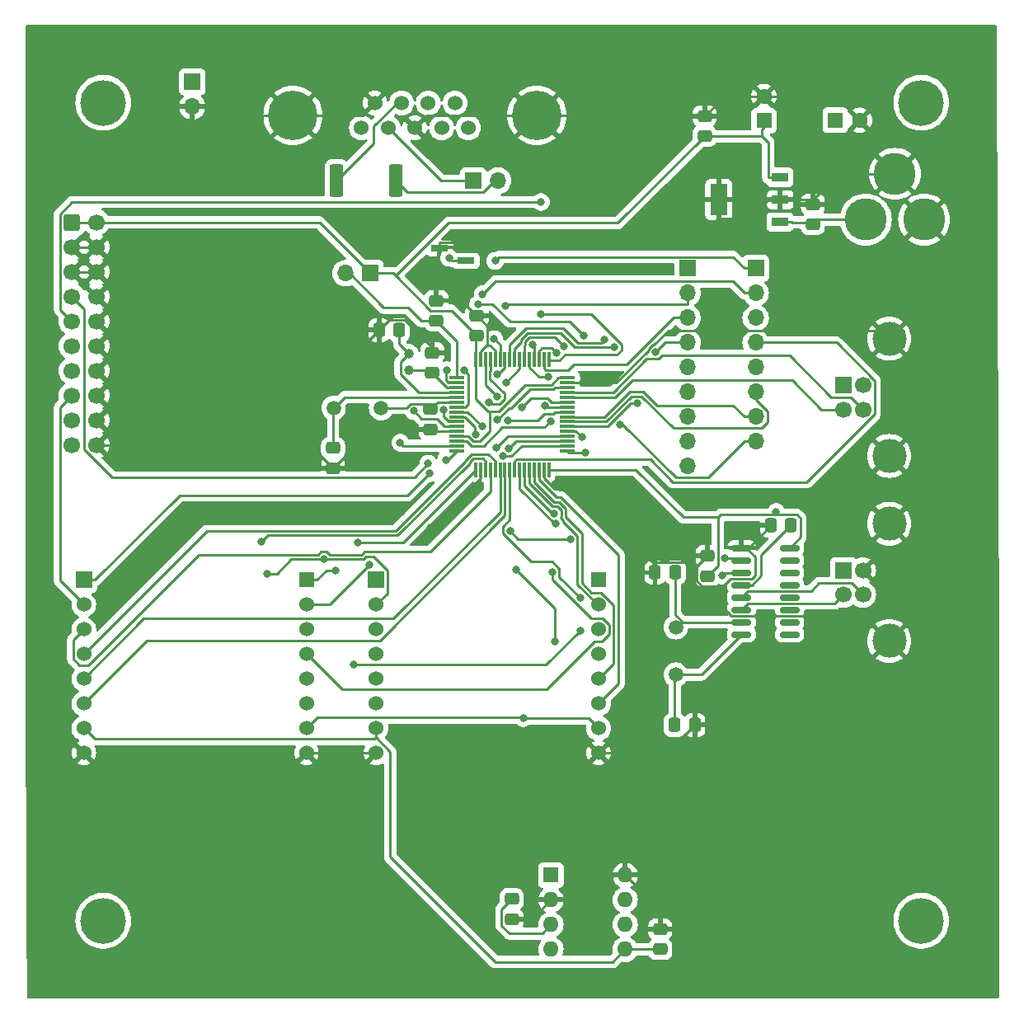
<source format=gtl>
G04 #@! TF.GenerationSoftware,KiCad,Pcbnew,8.0.6*
G04 #@! TF.CreationDate,2025-01-17T22:38:05-05:00*
G04 #@! TF.ProjectId,board_stm32_rev2,626f6172-645f-4737-946d-33325f726576,rev?*
G04 #@! TF.SameCoordinates,Original*
G04 #@! TF.FileFunction,Copper,L1,Top*
G04 #@! TF.FilePolarity,Positive*
%FSLAX46Y46*%
G04 Gerber Fmt 4.6, Leading zero omitted, Abs format (unit mm)*
G04 Created by KiCad (PCBNEW 8.0.6) date 2025-01-17 22:38:05*
%MOMM*%
%LPD*%
G01*
G04 APERTURE LIST*
G04 Aperture macros list*
%AMRoundRect*
0 Rectangle with rounded corners*
0 $1 Rounding radius*
0 $2 $3 $4 $5 $6 $7 $8 $9 X,Y pos of 4 corners*
0 Add a 4 corners polygon primitive as box body*
4,1,4,$2,$3,$4,$5,$6,$7,$8,$9,$2,$3,0*
0 Add four circle primitives for the rounded corners*
1,1,$1+$1,$2,$3*
1,1,$1+$1,$4,$5*
1,1,$1+$1,$6,$7*
1,1,$1+$1,$8,$9*
0 Add four rect primitives between the rounded corners*
20,1,$1+$1,$2,$3,$4,$5,0*
20,1,$1+$1,$4,$5,$6,$7,0*
20,1,$1+$1,$6,$7,$8,$9,0*
20,1,$1+$1,$8,$9,$2,$3,0*%
G04 Aperture macros list end*
G04 #@! TA.AperFunction,ComponentPad*
%ADD10C,4.700000*%
G04 #@! TD*
G04 #@! TA.AperFunction,SMDPad,CuDef*
%ADD11RoundRect,0.250000X0.475000X-0.337500X0.475000X0.337500X-0.475000X0.337500X-0.475000X-0.337500X0*%
G04 #@! TD*
G04 #@! TA.AperFunction,ComponentPad*
%ADD12R,1.700000X1.700000*%
G04 #@! TD*
G04 #@! TA.AperFunction,ComponentPad*
%ADD13C,1.700000*%
G04 #@! TD*
G04 #@! TA.AperFunction,ComponentPad*
%ADD14C,3.500000*%
G04 #@! TD*
G04 #@! TA.AperFunction,ComponentPad*
%ADD15C,4.318000*%
G04 #@! TD*
G04 #@! TA.AperFunction,SMDPad,CuDef*
%ADD16RoundRect,0.250000X-0.475000X0.337500X-0.475000X-0.337500X0.475000X-0.337500X0.475000X0.337500X0*%
G04 #@! TD*
G04 #@! TA.AperFunction,SMDPad,CuDef*
%ADD17R,1.800000X0.650000*%
G04 #@! TD*
G04 #@! TA.AperFunction,SMDPad,CuDef*
%ADD18RoundRect,0.075000X-0.700000X-0.075000X0.700000X-0.075000X0.700000X0.075000X-0.700000X0.075000X0*%
G04 #@! TD*
G04 #@! TA.AperFunction,SMDPad,CuDef*
%ADD19RoundRect,0.075000X-0.075000X-0.700000X0.075000X-0.700000X0.075000X0.700000X-0.075000X0.700000X0*%
G04 #@! TD*
G04 #@! TA.AperFunction,SMDPad,CuDef*
%ADD20RoundRect,0.250000X0.337500X0.475000X-0.337500X0.475000X-0.337500X-0.475000X0.337500X-0.475000X0*%
G04 #@! TD*
G04 #@! TA.AperFunction,SMDPad,CuDef*
%ADD21RoundRect,0.250000X-0.337500X-0.475000X0.337500X-0.475000X0.337500X0.475000X-0.337500X0.475000X0*%
G04 #@! TD*
G04 #@! TA.AperFunction,ComponentPad*
%ADD22RoundRect,0.250000X-0.600000X-0.600000X0.600000X-0.600000X0.600000X0.600000X-0.600000X0.600000X0*%
G04 #@! TD*
G04 #@! TA.AperFunction,ComponentPad*
%ADD23R,1.676400X1.676400*%
G04 #@! TD*
G04 #@! TA.AperFunction,ComponentPad*
%ADD24C,1.524000*%
G04 #@! TD*
G04 #@! TA.AperFunction,ComponentPad*
%ADD25R,1.524000X1.524000*%
G04 #@! TD*
G04 #@! TA.AperFunction,ComponentPad*
%ADD26R,1.600000X1.600000*%
G04 #@! TD*
G04 #@! TA.AperFunction,ComponentPad*
%ADD27O,1.600000X1.600000*%
G04 #@! TD*
G04 #@! TA.AperFunction,SMDPad,CuDef*
%ADD28RoundRect,0.150000X-0.825000X-0.150000X0.825000X-0.150000X0.825000X0.150000X-0.825000X0.150000X0*%
G04 #@! TD*
G04 #@! TA.AperFunction,ComponentPad*
%ADD29C,1.500000*%
G04 #@! TD*
G04 #@! TA.AperFunction,ComponentPad*
%ADD30C,1.000000*%
G04 #@! TD*
G04 #@! TA.AperFunction,ComponentPad*
%ADD31O,1.700000X1.700000*%
G04 #@! TD*
G04 #@! TA.AperFunction,ComponentPad*
%ADD32C,1.600000*%
G04 #@! TD*
G04 #@! TA.AperFunction,SMDPad,CuDef*
%ADD33RoundRect,0.249999X-0.450001X-1.425001X0.450001X-1.425001X0.450001X1.425001X-0.450001X1.425001X0*%
G04 #@! TD*
G04 #@! TA.AperFunction,SMDPad,CuDef*
%ADD34R,1.750000X0.950000*%
G04 #@! TD*
G04 #@! TA.AperFunction,SMDPad,CuDef*
%ADD35R,1.750000X3.200000*%
G04 #@! TD*
G04 #@! TA.AperFunction,ComponentPad*
%ADD36C,5.080000*%
G04 #@! TD*
G04 #@! TA.AperFunction,ViaPad*
%ADD37C,0.800000*%
G04 #@! TD*
G04 #@! TA.AperFunction,Conductor*
%ADD38C,0.250000*%
G04 #@! TD*
G04 APERTURE END LIST*
D10*
X88000000Y-58000000D03*
X172000000Y-58000000D03*
X88000000Y-142000000D03*
X172000000Y-142000000D03*
D11*
X160868000Y-70483700D03*
X160868000Y-68408700D03*
D12*
X164000000Y-87000000D03*
D13*
X164000000Y-89500000D03*
X166000000Y-89500000D03*
X166000000Y-87000000D03*
D14*
X168710000Y-82230000D03*
X168710000Y-94270000D03*
D15*
X172300000Y-70000000D03*
X169300000Y-65300000D03*
X166300000Y-70000000D03*
D11*
X145200000Y-144937500D03*
X145200000Y-142862500D03*
X126350000Y-81937500D03*
X126350000Y-79862500D03*
D16*
X129950000Y-139762500D03*
X129950000Y-141837500D03*
D11*
X122200000Y-80387500D03*
X122200000Y-78312500D03*
D17*
X125250000Y-74235000D03*
X122550000Y-72965000D03*
D18*
X124325000Y-86250000D03*
X124325000Y-86750000D03*
X124325000Y-87250000D03*
X124325000Y-87750000D03*
X124325000Y-88250000D03*
X124325000Y-88750000D03*
X124325000Y-89250000D03*
X124325000Y-89750000D03*
X124325000Y-90250000D03*
X124325000Y-90750000D03*
X124325000Y-91250000D03*
X124325000Y-91750000D03*
X124325000Y-92250000D03*
X124325000Y-92750000D03*
X124325000Y-93250000D03*
X124325000Y-93750000D03*
D19*
X126250000Y-95675000D03*
X126750000Y-95675000D03*
X127250000Y-95675000D03*
X127750000Y-95675000D03*
X128250000Y-95675000D03*
X128750000Y-95675000D03*
X129250000Y-95675000D03*
X129750000Y-95675000D03*
X130250000Y-95675000D03*
X130750000Y-95675000D03*
X131250000Y-95675000D03*
X131750000Y-95675000D03*
X132250000Y-95675000D03*
X132750000Y-95675000D03*
X133250000Y-95675000D03*
X133750000Y-95675000D03*
D18*
X135675000Y-93750000D03*
X135675000Y-93250000D03*
X135675000Y-92750000D03*
X135675000Y-92250000D03*
X135675000Y-91750000D03*
X135675000Y-91250000D03*
X135675000Y-90750000D03*
X135675000Y-90250000D03*
X135675000Y-89750000D03*
X135675000Y-89250000D03*
X135675000Y-88750000D03*
X135675000Y-88250000D03*
X135675000Y-87750000D03*
X135675000Y-87250000D03*
X135675000Y-86750000D03*
X135675000Y-86250000D03*
D19*
X133750000Y-84325000D03*
X133250000Y-84325000D03*
X132750000Y-84325000D03*
X132250000Y-84325000D03*
X131750000Y-84325000D03*
X131250000Y-84325000D03*
X130750000Y-84325000D03*
X130250000Y-84325000D03*
X129750000Y-84325000D03*
X129250000Y-84325000D03*
X128750000Y-84325000D03*
X128250000Y-84325000D03*
X127750000Y-84325000D03*
X127250000Y-84325000D03*
X126750000Y-84325000D03*
X126250000Y-84325000D03*
D16*
X121600000Y-89462500D03*
X121600000Y-91537500D03*
X111600000Y-93462500D03*
X111600000Y-95537500D03*
D11*
X121800000Y-85737500D03*
X121800000Y-83662500D03*
D20*
X118387500Y-81350000D03*
X116312500Y-81350000D03*
X146737500Y-106250000D03*
X144662500Y-106250000D03*
D21*
X146662500Y-121900000D03*
X148737500Y-121900000D03*
D20*
X158629500Y-101399400D03*
X156554500Y-101399400D03*
D11*
X150048000Y-106602500D03*
X150048000Y-104527500D03*
D22*
X84744600Y-70284400D03*
D13*
X87284600Y-70284400D03*
X84744600Y-72824400D03*
X87284600Y-72824400D03*
X84744600Y-75364400D03*
X87284600Y-75364400D03*
X84744600Y-77904400D03*
X87284600Y-77904400D03*
X84744600Y-80444400D03*
X87284600Y-80444400D03*
X84744600Y-82984400D03*
X87284600Y-82984400D03*
X84744600Y-85524400D03*
X87284600Y-85524400D03*
X84744600Y-88064400D03*
X87284600Y-88064400D03*
X84744600Y-90604400D03*
X87284600Y-90604400D03*
X84744600Y-93144400D03*
X87284600Y-93144400D03*
D23*
X116000000Y-107000000D03*
D24*
X116000000Y-109540000D03*
X116000000Y-112080000D03*
X116000000Y-114620000D03*
X116000000Y-117160000D03*
X116000000Y-119700000D03*
X116000000Y-122240000D03*
X116000000Y-124780000D03*
X138860000Y-124780000D03*
X138860000Y-122240000D03*
X138860000Y-119700000D03*
X138860000Y-117160000D03*
X138860000Y-114620000D03*
X138860000Y-112080000D03*
X138860000Y-109540000D03*
D25*
X138860000Y-107000000D03*
D23*
X86000000Y-107000000D03*
D24*
X86000000Y-109540000D03*
X86000000Y-112080000D03*
X86000000Y-114620000D03*
X86000000Y-117160000D03*
X86000000Y-119700000D03*
X86000000Y-122240000D03*
X86000000Y-124780000D03*
X108860000Y-124780000D03*
X108860000Y-122240000D03*
X108860000Y-119700000D03*
X108860000Y-117160000D03*
X108860000Y-114620000D03*
X108860000Y-112080000D03*
X108860000Y-109540000D03*
D25*
X108860000Y-107000000D03*
D26*
X133970000Y-137315000D03*
D27*
X133970000Y-139855000D03*
X133970000Y-142395000D03*
X133970000Y-144935000D03*
X141590000Y-144935000D03*
X141590000Y-142395000D03*
X141590000Y-139855000D03*
X141590000Y-137315000D03*
D28*
X153542000Y-103710800D03*
X153542000Y-104980800D03*
X153542000Y-106250800D03*
X153542000Y-107520800D03*
X153542000Y-108790800D03*
X153542000Y-110060800D03*
X153542000Y-111330800D03*
X153542000Y-112600800D03*
X158492000Y-112600800D03*
X158492000Y-111330800D03*
X158492000Y-110060800D03*
X158492000Y-108790800D03*
X158492000Y-107520800D03*
X158492000Y-106250800D03*
X158492000Y-104980800D03*
X158492000Y-103710800D03*
D29*
X111650000Y-89350000D03*
X116530000Y-89350000D03*
D30*
X119364800Y-83771800D03*
X119364800Y-85471800D03*
D29*
X146800000Y-116730000D03*
X146800000Y-111850000D03*
D12*
X164000000Y-106000000D03*
D13*
X164000000Y-108500000D03*
X166000000Y-108500000D03*
X166000000Y-106000000D03*
D14*
X168710000Y-101230000D03*
X168710000Y-113270000D03*
D12*
X115425000Y-75500000D03*
D31*
X112885000Y-75500000D03*
D26*
X155850000Y-59850000D03*
D32*
X155850000Y-57350000D03*
D11*
X149750000Y-61437500D03*
X149750000Y-59362500D03*
D33*
X111950000Y-66000000D03*
X118050000Y-66000000D03*
D12*
X126000000Y-66000000D03*
D31*
X128540000Y-66000000D03*
D12*
X155000000Y-75000000D03*
D31*
X155000000Y-77540000D03*
X155000000Y-80080000D03*
X155000000Y-82620000D03*
X155000000Y-85160000D03*
X155000000Y-87700000D03*
X155000000Y-90240000D03*
X155000000Y-92780000D03*
D34*
X157500000Y-70250000D03*
X157500000Y-67950000D03*
X157500000Y-65650000D03*
D35*
X151200000Y-67950000D03*
D24*
X114513600Y-60570000D03*
X117256800Y-60570000D03*
X120000000Y-60570000D03*
X122743200Y-60570000D03*
X125486400Y-60570000D03*
X115885200Y-58030000D03*
X118628400Y-58030000D03*
X121371600Y-58030000D03*
X124114800Y-58030000D03*
D36*
X107477800Y-59300000D03*
X132522200Y-59300000D03*
D12*
X148000000Y-75000000D03*
D31*
X148000000Y-77540000D03*
X148000000Y-80080000D03*
X148000000Y-82620000D03*
X148000000Y-85160000D03*
X148000000Y-87700000D03*
X148000000Y-90240000D03*
X148000000Y-92780000D03*
X148000000Y-95320000D03*
D12*
X97150000Y-55850000D03*
D31*
X97150000Y-58390000D03*
D26*
X163167600Y-59800000D03*
D32*
X165667600Y-59800000D03*
D37*
X111500000Y-99750000D03*
X118650000Y-100000000D03*
X113550000Y-95450000D03*
X121600000Y-101600000D03*
X131140600Y-121195700D03*
X104248100Y-103105700D03*
X157100700Y-100043500D03*
X123512500Y-73925000D03*
X139456000Y-82364200D03*
X140508500Y-83119800D03*
X134330600Y-100158400D03*
X144730900Y-83581000D03*
X134486800Y-101210000D03*
X135265300Y-82995200D03*
X110649700Y-104846600D03*
X104846800Y-106357500D03*
X125031300Y-85444000D03*
X126509400Y-78652800D03*
X137363000Y-81941400D03*
X123298100Y-85477900D03*
X133912300Y-90676700D03*
X128475400Y-90584100D03*
X121362100Y-95072300D03*
X129318100Y-78839400D03*
X118499100Y-92915300D03*
X132946700Y-68192000D03*
X132946700Y-79713900D03*
X128246400Y-74237300D03*
X122934800Y-89498100D03*
X141062300Y-91042400D03*
X133726900Y-86175700D03*
X126959600Y-77652200D03*
X119871000Y-89642800D03*
X136996100Y-108870300D03*
X137135000Y-92350700D03*
X132080800Y-82810700D03*
X134556900Y-83703600D03*
X137485100Y-93910200D03*
X129801900Y-102007600D03*
X135973600Y-102803000D03*
X126912700Y-91256400D03*
X130971000Y-89308200D03*
X134096700Y-106181400D03*
X133327900Y-89106400D03*
X128473900Y-85862300D03*
X128139500Y-82270500D03*
X151853000Y-104727400D03*
X113703500Y-115731300D03*
X114132000Y-103160500D03*
X137020600Y-112186700D03*
X123211400Y-94678000D03*
X130384600Y-105946600D03*
X151530300Y-106561500D03*
X134346100Y-113348600D03*
X142868300Y-88876500D03*
X129664700Y-93507000D03*
X129036600Y-94295800D03*
X128372900Y-93401300D03*
X121490770Y-96063990D03*
X126280400Y-92040800D03*
X111857500Y-106017900D03*
X129360500Y-86709400D03*
X129580800Y-90614700D03*
X115318500Y-105484000D03*
X128456300Y-88174900D03*
X127605300Y-88769400D03*
D38*
X113550000Y-95450000D02*
X111687500Y-95450000D01*
X151762500Y-57350000D02*
X155850000Y-57350000D01*
X160080000Y-121900000D02*
X168710000Y-113270000D01*
X153992600Y-103710800D02*
X153767300Y-103710800D01*
X107477800Y-59300000D02*
X99236700Y-59300000D01*
X121600000Y-91537500D02*
X121812500Y-91750000D01*
X152441400Y-106885900D02*
X154572600Y-106885900D01*
X134417100Y-97697200D02*
X137040300Y-97697200D01*
X151638200Y-107689100D02*
X152441400Y-106885900D01*
X137923300Y-139855000D02*
X133970000Y-139855000D01*
X151200000Y-69715900D02*
X151200000Y-69780400D01*
X148737500Y-121900000D02*
X160080000Y-121900000D01*
X145857500Y-124780000D02*
X148737500Y-121900000D01*
X122550000Y-72965000D02*
X122550000Y-72313300D01*
X97150000Y-58390000D02*
X98326700Y-58390000D01*
X87284600Y-93144400D02*
X109206900Y-93144400D01*
X144430000Y-82854300D02*
X144004200Y-83280100D01*
X114615200Y-59300000D02*
X107477800Y-59300000D01*
X145200000Y-142862500D02*
X145200000Y-140925000D01*
X157500000Y-67950000D02*
X158701700Y-67950000D01*
X144569800Y-82854300D02*
X144430000Y-82854300D01*
X155850000Y-57350000D02*
X163217600Y-57350000D01*
X127403800Y-80916300D02*
X127403800Y-82911300D01*
X168710000Y-113270000D02*
X166135800Y-110695800D01*
X122550000Y-72965000D02*
X122550000Y-73616700D01*
X160868000Y-67950000D02*
X160868000Y-68408700D01*
X151638200Y-109837400D02*
X151638200Y-107689100D01*
X154572600Y-106885900D02*
X154908300Y-106550200D01*
X153767300Y-103710800D02*
X154243100Y-103710800D01*
X154243100Y-103710800D02*
X156554500Y-101399400D01*
X87284600Y-75364400D02*
X84744600Y-75364400D01*
X129950000Y-141837500D02*
X131987500Y-141837500D01*
X149687500Y-59300000D02*
X149750000Y-59362500D01*
X169300000Y-65300000D02*
X163518000Y-65300000D01*
X126750000Y-84325000D02*
X126750000Y-83478100D01*
X115885200Y-58030000D02*
X114615200Y-59300000D01*
X153767300Y-103710800D02*
X153542000Y-103710800D01*
X144452900Y-105152900D02*
X144662500Y-105152900D01*
X163518000Y-65300000D02*
X160868000Y-67950000D01*
X111750000Y-100000000D02*
X111500000Y-99750000D01*
X154371600Y-69876700D02*
X151200000Y-69876700D01*
X168710000Y-82230000D02*
X167885000Y-81405000D01*
X120000000Y-60570000D02*
X121270000Y-59300000D01*
X121270000Y-59300000D02*
X132522200Y-59300000D01*
X99236700Y-59300000D02*
X98326700Y-58390000D01*
X121812500Y-91750000D02*
X124325000Y-91750000D01*
X163217600Y-57350000D02*
X165667600Y-59800000D01*
X138860000Y-124780000D02*
X145857500Y-124780000D01*
X144662500Y-105152900D02*
X144662500Y-106250000D01*
X119006900Y-80291300D02*
X121800000Y-83084400D01*
X133250000Y-96530100D02*
X134417100Y-97697200D01*
X126750000Y-95675000D02*
X126750000Y-96517764D01*
X156298300Y-67950000D02*
X154371600Y-69876700D01*
X137040300Y-97697200D02*
X137040300Y-97740300D01*
X118650000Y-100000000D02*
X111750000Y-100000000D01*
X117371200Y-80291300D02*
X119006900Y-80291300D01*
X140463300Y-137315000D02*
X137923300Y-139855000D01*
X122200000Y-78312500D02*
X124800000Y-78312500D01*
X140674100Y-86750000D02*
X135675000Y-86750000D01*
X137040300Y-97740300D02*
X144452900Y-105152900D01*
X126350000Y-79862500D02*
X127403800Y-80916300D01*
X133250000Y-95675000D02*
X133250000Y-96530100D01*
X109206900Y-93144400D02*
X111600000Y-95537500D01*
X149750000Y-59362500D02*
X151762500Y-57350000D01*
X152496600Y-110695800D02*
X151638200Y-109837400D01*
X160868000Y-67950000D02*
X158701700Y-67950000D01*
X151200000Y-69780400D02*
X151200000Y-69876700D01*
X151200000Y-67950000D02*
X151200000Y-69715900D01*
X87284600Y-72824400D02*
X84744600Y-72824400D01*
X108860000Y-124780000D02*
X116000000Y-124780000D01*
X124800000Y-78312500D02*
X126350000Y-79862500D01*
X157500000Y-67950000D02*
X156298300Y-67950000D01*
X126750000Y-96517764D02*
X121667764Y-101600000D01*
X144662500Y-105152900D02*
X148460800Y-105152900D01*
X132522200Y-59300000D02*
X149687500Y-59300000D01*
X122200000Y-73966700D02*
X122550000Y-73616700D01*
X126750000Y-83478100D02*
X127316800Y-82911300D01*
X149499300Y-107689100D02*
X148941700Y-107131500D01*
X109206900Y-88455600D02*
X116312500Y-81350000D01*
X167885000Y-81405000D02*
X146019100Y-81405000D01*
X141590000Y-137315000D02*
X140463300Y-137315000D01*
X127698600Y-82911300D02*
X128250000Y-83462700D01*
X148941700Y-105633800D02*
X150048000Y-104527500D01*
X144004200Y-83280100D02*
X144004200Y-83419900D01*
X148941700Y-107131500D02*
X148941700Y-105633800D01*
X151200000Y-69780400D02*
X148667100Y-72313300D01*
X148460800Y-105152900D02*
X148941700Y-105633800D01*
X122200000Y-78312500D02*
X122200000Y-73966700D01*
X146019100Y-81405000D02*
X144569800Y-82854300D01*
X128250000Y-83462700D02*
X128250000Y-84325000D01*
X131987500Y-141837500D02*
X133970000Y-139855000D01*
X154908300Y-106550200D02*
X154908300Y-104626500D01*
X121800000Y-83084400D02*
X121800000Y-83662500D01*
X127403800Y-82911300D02*
X127698600Y-82911300D01*
X148667100Y-72313300D02*
X122550000Y-72313300D01*
X115600000Y-91537500D02*
X111600000Y-95537500D01*
X121600000Y-91537500D02*
X115600000Y-91537500D01*
X166135800Y-110695800D02*
X152496600Y-110695800D01*
X145200000Y-140925000D02*
X141590000Y-137315000D01*
X121667764Y-101600000D02*
X121600000Y-101600000D01*
X109206900Y-93144400D02*
X109206900Y-88455600D01*
X144004200Y-83419900D02*
X140674100Y-86750000D01*
X111687500Y-95450000D02*
X111600000Y-95537500D01*
X154908300Y-104626500D02*
X153992600Y-103710800D01*
X116312500Y-81350000D02*
X117371200Y-80291300D01*
X127316800Y-82911300D02*
X127403800Y-82911300D01*
X151638200Y-107689100D02*
X149499300Y-107689100D01*
X166300000Y-70000000D02*
X161160100Y-70000000D01*
X137815700Y-121195700D02*
X138860000Y-122240000D01*
X160868000Y-70292100D02*
X158743800Y-70292100D01*
X109971300Y-121128700D02*
X131073600Y-121128700D01*
X133065000Y-143300000D02*
X133970000Y-142395000D01*
X160868000Y-70292100D02*
X160868000Y-70483700D01*
X128900000Y-142500000D02*
X129700000Y-143300000D01*
X157500000Y-70250000D02*
X158701700Y-70250000D01*
X158743800Y-70292100D02*
X158701700Y-70250000D01*
X129950000Y-139762500D02*
X128900000Y-140812500D01*
X128900000Y-140812500D02*
X128900000Y-142500000D01*
X131073600Y-121128700D02*
X131140600Y-121195700D01*
X161160100Y-70000000D02*
X160868000Y-70292100D01*
X108860000Y-122240000D02*
X109971300Y-121128700D01*
X131140600Y-121195700D02*
X137815700Y-121195700D01*
X129700000Y-143300000D02*
X133065000Y-143300000D01*
X126975600Y-94557100D02*
X127250000Y-94831500D01*
X104248100Y-103105700D02*
X104920000Y-102433800D01*
X126250000Y-84325000D02*
X126250000Y-88441700D01*
X115831100Y-123341000D02*
X116000000Y-123172100D01*
X87101000Y-123341000D02*
X115831100Y-123341000D01*
X117742200Y-75500000D02*
X118000800Y-75758500D01*
X125644800Y-94996200D02*
X125644800Y-94890000D01*
X159595000Y-102607800D02*
X159595000Y-100680900D01*
X125553700Y-92341700D02*
X125979500Y-92767500D01*
X110209400Y-70284400D02*
X115425000Y-75500000D01*
X127655400Y-91749200D02*
X127655400Y-89677300D01*
X134006100Y-86948300D02*
X134704400Y-86250000D01*
X157500000Y-65650000D02*
X156298300Y-65650000D01*
X151113600Y-100573400D02*
X151113600Y-105536900D01*
X125462100Y-92250000D02*
X125553700Y-92341600D01*
X147568300Y-100573400D02*
X151113600Y-100573400D01*
X155642700Y-61437500D02*
X155642700Y-60721100D01*
X141592500Y-144937500D02*
X141590000Y-144935000D01*
X159235600Y-100321500D02*
X157100700Y-100321500D01*
X127250000Y-94831500D02*
X127250000Y-95675000D01*
X156298300Y-65650000D02*
X156298300Y-62093100D01*
X128300000Y-146250000D02*
X140275000Y-146250000D01*
X117452800Y-135402800D02*
X128300000Y-146250000D01*
X126250000Y-88441700D02*
X127485600Y-89677300D01*
X127485600Y-89677300D02*
X127655400Y-89677300D01*
X157100700Y-100321500D02*
X157100700Y-100043500D01*
X128620600Y-89677300D02*
X131349600Y-86948300D01*
X123762500Y-79350000D02*
X126350000Y-81937500D01*
X115425000Y-75500000D02*
X116601700Y-75500000D01*
X104920000Y-102433800D02*
X118207200Y-102433800D01*
X155850000Y-59850000D02*
X155850000Y-60513800D01*
X125644800Y-94890000D02*
X125977700Y-94557100D01*
X140846500Y-70341000D02*
X123418300Y-70341000D01*
X125553700Y-92341600D02*
X125553700Y-92341700D01*
X140275000Y-146250000D02*
X141590000Y-144935000D01*
X121592200Y-79350000D02*
X123762500Y-79350000D01*
X155642700Y-60721100D02*
X155850000Y-60513800D01*
X136987500Y-95675000D02*
X137012500Y-95700000D01*
X116000000Y-122240000D02*
X116000000Y-123172100D01*
X134704400Y-86250000D02*
X135675000Y-86250000D01*
X87284600Y-70284400D02*
X110209400Y-70284400D01*
X131349600Y-86948300D02*
X134006100Y-86948300D01*
X116000000Y-123172100D02*
X117452800Y-124624900D01*
X149750000Y-61437500D02*
X140846500Y-70341000D01*
X155642700Y-61437500D02*
X149750000Y-61437500D01*
X133750000Y-95675000D02*
X136987500Y-95675000D01*
X127655400Y-89677300D02*
X128620600Y-89677300D01*
X125979500Y-92767500D02*
X126637100Y-92767500D01*
X118207200Y-102433800D02*
X125644800Y-94996200D01*
X156298300Y-62093100D02*
X155642700Y-61437500D01*
X117452800Y-124624900D02*
X117452800Y-135402800D01*
X151365500Y-100321500D02*
X157100700Y-100321500D01*
X151113600Y-100573400D02*
X151365500Y-100321500D01*
X124325000Y-92250000D02*
X125462100Y-92250000D01*
X158492000Y-103710800D02*
X159595000Y-102607800D01*
X145200000Y-144937500D02*
X141592500Y-144937500D01*
X116601700Y-75500000D02*
X117742200Y-75500000D01*
X84744600Y-70284400D02*
X87284600Y-70284400D01*
X126250000Y-84325000D02*
X126250000Y-82037500D01*
X126250000Y-82037500D02*
X126350000Y-81937500D01*
X159595000Y-100680900D02*
X159235600Y-100321500D01*
X125977700Y-94557100D02*
X126975600Y-94557100D01*
X123418300Y-70341000D02*
X118000800Y-75758500D01*
X118000800Y-75758500D02*
X121592200Y-79350000D01*
X151113600Y-105536900D02*
X150048000Y-106602500D01*
X126637100Y-92767500D02*
X127655400Y-91749200D01*
X86000000Y-122240000D02*
X87101000Y-123341000D01*
X142694900Y-95700000D02*
X147568300Y-100573400D01*
X137012500Y-95700000D02*
X142694900Y-95700000D01*
X116802600Y-79049900D02*
X113252700Y-75500000D01*
X123512500Y-73925000D02*
X123822500Y-74235000D01*
X113252700Y-75500000D02*
X112885000Y-75500000D01*
X124304600Y-82492100D02*
X124304600Y-86229600D01*
X122200000Y-80387500D02*
X120654600Y-80387500D01*
X119317000Y-79049900D02*
X116802600Y-79049900D01*
X123822500Y-74235000D02*
X125250000Y-74235000D01*
X122200000Y-80387500D02*
X124304600Y-82492100D01*
X124304600Y-86229600D02*
X124325000Y-86250000D01*
X120654600Y-80387500D02*
X119317000Y-79049900D01*
X121600000Y-89462500D02*
X121053600Y-88916100D01*
X121600000Y-89462500D02*
X122312500Y-88750000D01*
X119136300Y-89350000D02*
X116530000Y-89350000D01*
X119570100Y-88916100D02*
X119136300Y-89349900D01*
X119136300Y-89349900D02*
X119136300Y-89350000D01*
X122312500Y-88750000D02*
X124325000Y-88750000D01*
X121053600Y-88916100D02*
X119570100Y-88916100D01*
X124325000Y-88250000D02*
X112750000Y-88250000D01*
X111600000Y-89400000D02*
X111600000Y-93462500D01*
X112750000Y-88250000D02*
X111650000Y-89350000D01*
X111650000Y-89350000D02*
X111600000Y-89400000D01*
X123312500Y-87250000D02*
X124325000Y-87250000D01*
X121800000Y-85737500D02*
X123312500Y-87250000D01*
X121534300Y-85471800D02*
X121800000Y-85737500D01*
X119364800Y-85471800D02*
X121534300Y-85471800D01*
X118537500Y-85861600D02*
X118537500Y-84599100D01*
X124325000Y-87750000D02*
X120425900Y-87750000D01*
X119364800Y-83771800D02*
X118387500Y-82794500D01*
X118387500Y-82794500D02*
X118387500Y-81350000D01*
X120425900Y-87750000D02*
X118537500Y-85861600D01*
X118537500Y-84599100D02*
X119364800Y-83771800D01*
X146737500Y-110576500D02*
X146737500Y-106250000D01*
X153542000Y-111330800D02*
X147491800Y-111330800D01*
X146800000Y-111850000D02*
X147405500Y-111244500D01*
X147491800Y-111330800D02*
X147405500Y-111244500D01*
X147405500Y-111244500D02*
X146737500Y-110576500D01*
X146800000Y-116730000D02*
X146662500Y-116867500D01*
X153542000Y-112600800D02*
X149412800Y-116730000D01*
X149412800Y-116730000D02*
X146800000Y-116730000D01*
X146662500Y-116867500D02*
X146662500Y-121900000D01*
X155569900Y-104459000D02*
X158629500Y-101399400D01*
X155569900Y-106527500D02*
X155569900Y-104459000D01*
X154576600Y-107520800D02*
X155569900Y-106527500D01*
X153542000Y-107520800D02*
X154576600Y-107520800D01*
X117256800Y-60570000D02*
X122686800Y-66000000D01*
X122686800Y-66000000D02*
X126000000Y-66000000D01*
X118050000Y-66000000D02*
X119226700Y-67176700D01*
X128172300Y-66000000D02*
X128540000Y-66000000D01*
X126995600Y-67176700D02*
X128172300Y-66000000D01*
X119226700Y-67176700D02*
X126995600Y-67176700D01*
X146565500Y-80080000D02*
X141765000Y-84880500D01*
X141765000Y-84880500D02*
X136334500Y-84880500D01*
X148000000Y-80080000D02*
X146823300Y-80080000D01*
X133411500Y-85445700D02*
X133250000Y-85284200D01*
X136334500Y-84880500D02*
X135769300Y-85445700D01*
X133250000Y-85284200D02*
X133250000Y-84325000D01*
X135769300Y-85445700D02*
X133411500Y-85445700D01*
X146823300Y-80080000D02*
X146565500Y-80080000D01*
X139456000Y-82364200D02*
X139152100Y-82668100D01*
X135240900Y-81179600D02*
X131406700Y-81179600D01*
X139152100Y-82668100D02*
X136729400Y-82668100D01*
X131406700Y-81179600D02*
X129750000Y-82836300D01*
X129750000Y-82836300D02*
X129750000Y-84325000D01*
X136729400Y-82668100D02*
X135240900Y-81179600D01*
X134930300Y-81632300D02*
X131592800Y-81632300D01*
X136417800Y-83119800D02*
X134930300Y-81632300D01*
X130902400Y-82618100D02*
X130250000Y-83270500D01*
X131592800Y-81632300D02*
X130902400Y-82322700D01*
X130250000Y-83270500D02*
X130250000Y-84325000D01*
X130902400Y-82322700D02*
X130902400Y-82618100D01*
X140508500Y-83119800D02*
X136417800Y-83119800D01*
X134104700Y-100158400D02*
X134330600Y-100158400D01*
X131250000Y-97303700D02*
X134104700Y-100158400D01*
X131250000Y-95675000D02*
X131250000Y-97303700D01*
X145691900Y-82620000D02*
X144730900Y-83581000D01*
X148000000Y-82620000D02*
X145691900Y-82620000D01*
X130750000Y-97619200D02*
X130750000Y-95675000D01*
X134486800Y-101210000D02*
X134340800Y-101210000D01*
X134340800Y-101210000D02*
X130750000Y-97619200D01*
X131250000Y-82909400D02*
X131250000Y-84325000D01*
X131779900Y-82084000D02*
X131354100Y-82509800D01*
X134354100Y-82084000D02*
X131779900Y-82084000D01*
X135265300Y-82995200D02*
X134354100Y-82084000D01*
X131354100Y-82509800D02*
X131354100Y-82805300D01*
X131354100Y-82805300D02*
X131250000Y-82909400D01*
X110649700Y-104882900D02*
X110649700Y-104846600D01*
X105810200Y-106357500D02*
X107284800Y-104882900D01*
X114715200Y-104882900D02*
X110649700Y-104882900D01*
X125170100Y-89250000D02*
X125486900Y-88933200D01*
X83550400Y-107090400D02*
X83550400Y-89258600D01*
X83550400Y-89258600D02*
X84744600Y-88064400D01*
X115719000Y-104580500D02*
X115017600Y-104580500D01*
X125486900Y-88933200D02*
X125486900Y-85899600D01*
X107284800Y-104882900D02*
X110649700Y-104882900D01*
X117164900Y-106026400D02*
X115719000Y-104580500D01*
X124325000Y-89250000D02*
X125170100Y-89250000D01*
X86000000Y-109540000D02*
X83550400Y-107090400D01*
X115017600Y-104580500D02*
X114715200Y-104882900D01*
X116000000Y-109540000D02*
X117164900Y-108375100D01*
X104846800Y-106357500D02*
X105810200Y-106357500D01*
X117164900Y-108375100D02*
X117164900Y-106026400D01*
X125486900Y-85899600D02*
X125031300Y-85444000D01*
X129764200Y-80445000D02*
X135866600Y-80445000D01*
X123216800Y-86485300D02*
X123216800Y-85559200D01*
X126509400Y-78652800D02*
X127972000Y-78652800D01*
X124325000Y-86750000D02*
X123481500Y-86750000D01*
X127972000Y-78652800D02*
X129764200Y-80445000D01*
X123481500Y-86750000D02*
X123216800Y-86485300D01*
X123216800Y-85559200D02*
X123298100Y-85477900D01*
X135866600Y-80445000D02*
X137363000Y-81941400D01*
X125792400Y-93219200D02*
X127087000Y-93219200D01*
X128964800Y-91341400D02*
X133247600Y-91341400D01*
X125323200Y-92750000D02*
X125792400Y-93219200D01*
X124325000Y-92750000D02*
X125323200Y-92750000D01*
X133247600Y-91341400D02*
X133912300Y-90676700D01*
X127087000Y-93219200D02*
X128964800Y-91341400D01*
X134362200Y-87250000D02*
X134194100Y-87418100D01*
X86014600Y-93609700D02*
X88888600Y-96483700D01*
X88888600Y-96483700D02*
X119950700Y-96483700D01*
X135675000Y-87250000D02*
X134362200Y-87250000D01*
X131833500Y-87418100D02*
X129873800Y-89377800D01*
X119950700Y-96483700D02*
X121362100Y-95072300D01*
X129681600Y-89377900D02*
X128475400Y-90584100D01*
X84744600Y-77904400D02*
X86014600Y-79174400D01*
X86014600Y-79174400D02*
X86014600Y-93609700D01*
X134194100Y-87418100D02*
X131833500Y-87418100D01*
X129873800Y-89377900D02*
X129681600Y-89377900D01*
X129873800Y-89377800D02*
X129873800Y-89377900D01*
X129440800Y-78716700D02*
X129318100Y-78839400D01*
X118833800Y-93250000D02*
X118499100Y-92915300D01*
X148000000Y-78716700D02*
X129440800Y-78716700D01*
X124325000Y-93250000D02*
X118833800Y-93250000D01*
X148000000Y-77540000D02*
X148000000Y-78716700D01*
X133750000Y-84325000D02*
X133855300Y-84430300D01*
X134860200Y-84430300D02*
X135399800Y-83890700D01*
X141237900Y-83418300D02*
X141237900Y-82820900D01*
X133855300Y-84430300D02*
X134860200Y-84430300D01*
X83561600Y-79261400D02*
X83561600Y-69426600D01*
X83561600Y-69426600D02*
X84796200Y-68192000D01*
X141237900Y-82820900D02*
X138130900Y-79713900D01*
X84796200Y-68192000D02*
X132946700Y-68192000D01*
X84744600Y-80444400D02*
X83561600Y-79261400D01*
X135399800Y-83890700D02*
X140765500Y-83890700D01*
X140765500Y-83890700D02*
X141237900Y-83418300D01*
X138130900Y-79713900D02*
X132946700Y-79713900D01*
X123481500Y-90750000D02*
X122934800Y-90203300D01*
X124325000Y-90750000D02*
X123481500Y-90750000D01*
X155000000Y-75000000D02*
X153823300Y-75000000D01*
X122934800Y-90203300D02*
X122934800Y-89498100D01*
X128660400Y-73823300D02*
X128246400Y-74237300D01*
X153823300Y-75000000D02*
X152646600Y-73823300D01*
X152646600Y-73823300D02*
X128660400Y-73823300D01*
X153823300Y-92780000D02*
X150100800Y-96502500D01*
X131750000Y-84325000D02*
X131750000Y-85181900D01*
X155000000Y-92780000D02*
X153823300Y-92780000D01*
X146808600Y-96502500D02*
X141348500Y-91042400D01*
X131750000Y-85181900D02*
X132743800Y-86175700D01*
X132743800Y-86175700D02*
X133726900Y-86175700D01*
X141348500Y-91042400D02*
X141062300Y-91042400D01*
X150100800Y-96502500D02*
X146808600Y-96502500D01*
X146510200Y-96961600D02*
X160214200Y-96961600D01*
X144185500Y-94636900D02*
X146510200Y-96961600D01*
X130250000Y-94796900D02*
X130476400Y-94570500D01*
X167209000Y-86538900D02*
X163290100Y-82620000D01*
X137184200Y-94636900D02*
X144185500Y-94636900D01*
X160214200Y-96961600D02*
X167209000Y-89966800D01*
X130250000Y-95675000D02*
X130250000Y-94796900D01*
X163290100Y-82620000D02*
X155000000Y-82620000D01*
X137117800Y-94570500D02*
X137184200Y-94636900D01*
X130476400Y-94570500D02*
X137117800Y-94570500D01*
X167209000Y-89966800D02*
X167209000Y-86538900D01*
X155595800Y-91424100D02*
X156197400Y-90822500D01*
X155000000Y-88509000D02*
X155000000Y-87700000D01*
X143301700Y-88149700D02*
X146576100Y-91424100D01*
X146576100Y-91424100D02*
X155595800Y-91424100D01*
X139612300Y-90750000D02*
X142212600Y-88149700D01*
X135675000Y-90750000D02*
X139612300Y-90750000D01*
X156197400Y-89706400D02*
X155000000Y-88509000D01*
X142212600Y-88149700D02*
X143301700Y-88149700D01*
X156197400Y-90822500D02*
X156197400Y-89706400D01*
X144854200Y-89063300D02*
X143422900Y-87632000D01*
X142081300Y-87632000D02*
X139463300Y-90250000D01*
X152646600Y-89063300D02*
X144854200Y-89063300D01*
X143422900Y-87632000D02*
X142081300Y-87632000D01*
X153823300Y-90240000D02*
X152646600Y-89063300D01*
X139463300Y-90250000D02*
X135675000Y-90250000D01*
X155000000Y-90240000D02*
X153823300Y-90240000D01*
X120699200Y-90471000D02*
X122225900Y-90471000D01*
X123004900Y-91250000D02*
X124325000Y-91250000D01*
X122225900Y-90471000D02*
X123004900Y-91250000D01*
X155000000Y-77540000D02*
X153823300Y-77540000D01*
X153823300Y-77540000D02*
X152640400Y-76357100D01*
X152640400Y-76357100D02*
X128254700Y-76357100D01*
X119871000Y-89642800D02*
X120699200Y-90471000D01*
X128254700Y-76357100D02*
X126959600Y-77652200D01*
X131901700Y-105142200D02*
X129026400Y-102266900D01*
X136996100Y-108870300D02*
X134823400Y-106697600D01*
X129026400Y-102266900D02*
X129026400Y-101534000D01*
X134085200Y-105142200D02*
X131901700Y-105142200D01*
X134823400Y-105880400D02*
X134085200Y-105142200D01*
X129026400Y-101534000D02*
X129750000Y-100810400D01*
X129750000Y-100810400D02*
X129750000Y-95675000D01*
X134823400Y-106697600D02*
X134823400Y-105880400D01*
X136534300Y-91750000D02*
X137135000Y-92350700D01*
X135675000Y-91750000D02*
X136534300Y-91750000D01*
X132250000Y-82979900D02*
X132080800Y-82810700D01*
X132250000Y-84325000D02*
X132250000Y-82979900D01*
X133006400Y-83220600D02*
X134073900Y-83220600D01*
X132750000Y-83477000D02*
X133006400Y-83220600D01*
X132750000Y-84325000D02*
X132750000Y-83477000D01*
X134073900Y-83220600D02*
X134556900Y-83703600D01*
X138133200Y-108286500D02*
X137152000Y-107305300D01*
X134818700Y-98980000D02*
X134271700Y-98980000D01*
X137152000Y-107305300D02*
X137152000Y-102208700D01*
X134271700Y-98980000D02*
X132250000Y-96958300D01*
X132250000Y-96958300D02*
X132250000Y-95675000D01*
X139146400Y-108286500D02*
X138133200Y-108286500D01*
X140424700Y-109564800D02*
X139146400Y-108286500D01*
X138860000Y-117160000D02*
X140424700Y-115595300D01*
X135509000Y-100565700D02*
X135509000Y-99670300D01*
X135509000Y-99670300D02*
X134818700Y-98980000D01*
X140424700Y-115595300D02*
X140424700Y-109564800D01*
X137152000Y-102208700D02*
X135509000Y-100565700D01*
X138860000Y-119700000D02*
X140902200Y-117657800D01*
X134554100Y-98528300D02*
X132750000Y-96724200D01*
X140902200Y-104424700D02*
X135005800Y-98528300D01*
X140902200Y-117657800D02*
X140902200Y-104424700D01*
X132750000Y-96724200D02*
X132750000Y-95675000D01*
X135005800Y-98528300D02*
X134554100Y-98528300D01*
X124325000Y-89750000D02*
X125406300Y-89750000D01*
X135835200Y-93910200D02*
X137485100Y-93910200D01*
X125406300Y-89750000D02*
X126912700Y-91256400D01*
X130597300Y-102803000D02*
X129801900Y-102007600D01*
X135973600Y-102803000D02*
X130597300Y-102803000D01*
X135675000Y-93750000D02*
X135835200Y-93910200D01*
X133628900Y-88379700D02*
X131899500Y-88379700D01*
X131899500Y-88379700D02*
X130971000Y-89308200D01*
X133999200Y-88750000D02*
X133628900Y-88379700D01*
X135675000Y-88750000D02*
X133999200Y-88750000D01*
X139315700Y-110969500D02*
X138067600Y-110969500D01*
X138067600Y-110969500D02*
X134096700Y-106998600D01*
X112508700Y-118268700D02*
X133487300Y-118268700D01*
X108860000Y-114620000D02*
X112508700Y-118268700D01*
X133487300Y-118268700D02*
X138406000Y-113350000D01*
X138406000Y-113350000D02*
X139189600Y-113350000D01*
X139973000Y-111626800D02*
X139315700Y-110969500D01*
X135675000Y-89250000D02*
X133471500Y-89250000D01*
X139973000Y-112566600D02*
X139973000Y-111626800D01*
X139189600Y-113350000D02*
X139973000Y-112566600D01*
X134096700Y-106998600D02*
X134096700Y-106181400D01*
X133471500Y-89250000D02*
X133327900Y-89106400D01*
X129250000Y-85173400D02*
X128561100Y-85862300D01*
X128561100Y-85862300D02*
X128473900Y-85862300D01*
X129250000Y-84325000D02*
X129250000Y-85173400D01*
X128750000Y-84325000D02*
X128750000Y-82881000D01*
X128750000Y-82881000D02*
X128139500Y-82270500D01*
X133476000Y-115731300D02*
X113703500Y-115731300D01*
X153288600Y-104727400D02*
X151853000Y-104727400D01*
X118764500Y-103160500D02*
X114132000Y-103160500D01*
X137020600Y-112186700D02*
X133476000Y-115731300D01*
X153542000Y-104980800D02*
X153288600Y-104727400D01*
X126250000Y-95675000D02*
X118764500Y-103160500D01*
X153542000Y-106250800D02*
X151841000Y-106250800D01*
X134346100Y-109908100D02*
X130384600Y-105946600D01*
X124325000Y-93750000D02*
X123397000Y-94678000D01*
X134346100Y-113348600D02*
X134346100Y-109908100D01*
X123397000Y-94678000D02*
X123211400Y-94678000D01*
X151841000Y-106250800D02*
X151530300Y-106561500D01*
X142176100Y-88876500D02*
X142868300Y-88876500D01*
X139802600Y-91250000D02*
X142176100Y-88876500D01*
X135675000Y-91250000D02*
X139802600Y-91250000D01*
X130421700Y-92750000D02*
X129664700Y-93507000D01*
X135675000Y-92750000D02*
X130421700Y-92750000D01*
X135675000Y-93250000D02*
X130949300Y-93250000D01*
X130949300Y-93250100D02*
X129903600Y-94295800D01*
X129903600Y-94295800D02*
X129036600Y-94295800D01*
X130949300Y-93250000D02*
X130949300Y-93250100D01*
X135213500Y-100909000D02*
X134962300Y-100657800D01*
X134962300Y-100554400D02*
X135057300Y-100459400D01*
X138747800Y-109540000D02*
X136700300Y-107492500D01*
X131750000Y-97098800D02*
X131750000Y-95675000D01*
X134082900Y-99431700D02*
X131750000Y-97098800D01*
X135213500Y-101015200D02*
X135213500Y-100909000D01*
X134631600Y-99431700D02*
X134082900Y-99431700D01*
X136700300Y-107492500D02*
X136700300Y-102502000D01*
X136700300Y-102502000D02*
X135213500Y-101015200D01*
X138860000Y-109540000D02*
X138747800Y-109540000D01*
X135057300Y-99857400D02*
X134631600Y-99431700D01*
X134962300Y-100657800D02*
X134962300Y-100554400D01*
X135057300Y-100459400D02*
X135057300Y-99857400D01*
X128372900Y-93401300D02*
X129524200Y-92250000D01*
X129524200Y-92250000D02*
X135675000Y-92250000D01*
X87164900Y-107000000D02*
X86000000Y-107000000D01*
X119249260Y-98305500D02*
X95859400Y-98305500D01*
X126186000Y-91267500D02*
X126186000Y-91946400D01*
X126186000Y-91946400D02*
X126280400Y-92040800D01*
X121490770Y-96063990D02*
X119249260Y-98305500D01*
X125168500Y-90250000D02*
X126186000Y-91267500D01*
X124325000Y-90250000D02*
X125168500Y-90250000D01*
X95859400Y-98305500D02*
X87164900Y-107000000D01*
X92476200Y-113223800D02*
X86000000Y-119700000D01*
X129250000Y-100374100D02*
X116400300Y-113223800D01*
X129250000Y-95675000D02*
X129250000Y-100374100D01*
X116400300Y-113223800D02*
X92476200Y-113223800D01*
X143792400Y-84307700D02*
X145031900Y-84307700D01*
X135675000Y-87750000D02*
X140350100Y-87750000D01*
X145031900Y-84307700D02*
X145375800Y-83963800D01*
X162750000Y-88250000D02*
X164750000Y-88250000D01*
X145375800Y-83963800D02*
X158463800Y-83963800D01*
X164750000Y-88250000D02*
X166000000Y-89500000D01*
X140350100Y-87750000D02*
X143792400Y-84307700D01*
X158463800Y-83963800D02*
X162750000Y-88250000D01*
X161750000Y-89500000D02*
X164000000Y-89500000D01*
X158736200Y-86486200D02*
X161750000Y-89500000D01*
X140586300Y-88250000D02*
X142350100Y-86486200D01*
X135675000Y-88250000D02*
X140586300Y-88250000D01*
X142350100Y-86486200D02*
X158736200Y-86486200D01*
X108860000Y-107000000D02*
X109948700Y-107000000D01*
X110930800Y-106017900D02*
X111857500Y-106017900D01*
X130750000Y-85319900D02*
X130750000Y-84325000D01*
X129360500Y-86709400D02*
X130750000Y-85319900D01*
X109948700Y-107000000D02*
X110930800Y-106017900D01*
X98637900Y-101982100D02*
X118019900Y-101982100D01*
X125125700Y-94876300D02*
X125125700Y-94770300D01*
X86000000Y-114620000D02*
X98637900Y-101982100D01*
X118019900Y-101982100D02*
X125125700Y-94876300D01*
X128250000Y-94800400D02*
X128250000Y-95675000D01*
X127555000Y-94105400D02*
X128250000Y-94800400D01*
X125125700Y-94770300D02*
X125790600Y-94105400D01*
X125790600Y-94105400D02*
X127555000Y-94105400D01*
X111262000Y-104431200D02*
X114528100Y-104431200D01*
X84911200Y-115103900D02*
X85542900Y-115735600D01*
X110037500Y-104431200D02*
X110348800Y-104119900D01*
X114830500Y-104128800D02*
X120671200Y-104128800D01*
X107097700Y-104431200D02*
X110037500Y-104431200D01*
X120700000Y-104100000D02*
X121592900Y-104100000D01*
X107096200Y-104432700D02*
X107097700Y-104431200D01*
X85542900Y-115735600D02*
X86492100Y-115735600D01*
X121592900Y-104100000D02*
X127750000Y-97942900D01*
X97795000Y-104432700D02*
X107096200Y-104432700D01*
X110950700Y-104119900D02*
X111262000Y-104431200D01*
X127750000Y-97942900D02*
X127750000Y-95675000D01*
X86000000Y-112080000D02*
X84911200Y-113168800D01*
X110348800Y-104119900D02*
X110950700Y-104119900D01*
X114528100Y-104431200D02*
X114830500Y-104128800D01*
X120671200Y-104128800D02*
X120700000Y-104100000D01*
X84911200Y-113168800D02*
X84911200Y-115103900D01*
X86492100Y-115735600D02*
X97795000Y-104432700D01*
X92168700Y-110991300D02*
X86000000Y-117160000D01*
X128750000Y-100033700D02*
X117792400Y-110991300D01*
X128750000Y-95675000D02*
X128750000Y-100033700D01*
X117792400Y-110991300D02*
X92168700Y-110991300D01*
X135675000Y-89750000D02*
X134414700Y-89750000D01*
X133249000Y-89950000D02*
X132584300Y-90614700D01*
X134414700Y-89750000D02*
X134214700Y-89950000D01*
X134214700Y-89950000D02*
X133249000Y-89950000D01*
X108860000Y-109540000D02*
X111262500Y-109540000D01*
X111262500Y-109540000D02*
X115318500Y-105484000D01*
X132584300Y-90614700D02*
X129580800Y-90614700D01*
X154177000Y-108155800D02*
X153542000Y-108790800D01*
X166000000Y-108500000D02*
X164817700Y-107317700D01*
X164817700Y-107317700D02*
X161510900Y-107317700D01*
X160672800Y-108155800D02*
X154177000Y-108155800D01*
X161510900Y-107317700D02*
X160672800Y-108155800D01*
X154177000Y-109425800D02*
X163074200Y-109425800D01*
X163074200Y-109425800D02*
X164000000Y-108500000D01*
X153542000Y-110060800D02*
X154177000Y-109425800D01*
X115784800Y-60431200D02*
X115784800Y-62165200D01*
X118186000Y-58030000D02*
X115784800Y-60431200D01*
X115784800Y-62165200D02*
X111950000Y-66000000D01*
X118628400Y-58030000D02*
X118186000Y-58030000D01*
X127250000Y-86968600D02*
X128456300Y-88174900D01*
X127250000Y-84325000D02*
X127250000Y-86968600D01*
X129202300Y-87866900D02*
X127725500Y-86390100D01*
X127773500Y-88937600D02*
X128721400Y-88937600D01*
X128721400Y-88937600D02*
X129202300Y-88456700D01*
X129202300Y-88456700D02*
X129202300Y-87866900D01*
X127750000Y-85558500D02*
X127750000Y-84325000D01*
X127725500Y-86390100D02*
X127725500Y-85583000D01*
X127725500Y-85583000D02*
X127750000Y-85558500D01*
X127605300Y-88769400D02*
X127773500Y-88937600D01*
G04 #@! TA.AperFunction,Conductor*
G36*
X122015856Y-96904031D02*
G01*
X122053069Y-96963166D01*
X122052404Y-97033033D01*
X122021446Y-97084648D01*
X117793815Y-101312281D01*
X117732492Y-101345766D01*
X117706134Y-101348600D01*
X98575502Y-101348600D01*
X98453119Y-101372943D01*
X98453114Y-101372945D01*
X98419348Y-101386929D01*
X98419349Y-101386930D01*
X98337826Y-101420698D01*
X98337822Y-101420700D01*
X98234071Y-101490024D01*
X98234063Y-101490030D01*
X87480901Y-112243193D01*
X87419578Y-112276678D01*
X87349886Y-112271694D01*
X87293953Y-112229822D01*
X87269536Y-112164358D01*
X87269692Y-112144704D01*
X87275353Y-112080000D01*
X87275353Y-112079997D01*
X87266322Y-111976770D01*
X87255978Y-111858537D01*
X87198440Y-111643804D01*
X87104488Y-111442324D01*
X87104486Y-111442321D01*
X87104485Y-111442319D01*
X86976978Y-111260220D01*
X86903570Y-111186812D01*
X86819781Y-111103023D01*
X86637677Y-110975512D01*
X86523738Y-110922381D01*
X86471299Y-110876210D01*
X86452147Y-110809017D01*
X86472363Y-110742135D01*
X86523739Y-110697618D01*
X86544517Y-110687929D01*
X86637677Y-110644488D01*
X86819781Y-110516977D01*
X86976977Y-110359781D01*
X87104488Y-110177677D01*
X87198440Y-109976196D01*
X87255978Y-109761463D01*
X87275353Y-109540000D01*
X87272107Y-109502902D01*
X87259129Y-109354559D01*
X87255978Y-109318537D01*
X87198440Y-109103804D01*
X87104488Y-108902324D01*
X87104486Y-108902321D01*
X87104485Y-108902319D01*
X86976978Y-108720220D01*
X86904629Y-108647871D01*
X86819781Y-108563023D01*
X86819777Y-108563020D01*
X86815953Y-108559196D01*
X86817289Y-108557859D01*
X86783214Y-108506647D01*
X86782104Y-108436786D01*
X86818939Y-108377415D01*
X86882025Y-108347383D01*
X86888338Y-108346538D01*
X86947401Y-108340189D01*
X86947406Y-108340187D01*
X86947407Y-108340187D01*
X86973735Y-108330366D01*
X87084404Y-108289089D01*
X87201461Y-108201461D01*
X87289089Y-108084404D01*
X87340189Y-107947401D01*
X87343791Y-107913892D01*
X87346699Y-107886854D01*
X87346700Y-107886837D01*
X87346700Y-107693245D01*
X87366385Y-107626206D01*
X87419189Y-107580451D01*
X87423248Y-107578684D01*
X87464969Y-107561403D01*
X87464972Y-107561401D01*
X87464975Y-107561400D01*
X87568733Y-107492071D01*
X96085485Y-98975319D01*
X96146808Y-98941834D01*
X96173166Y-98939000D01*
X119311655Y-98939000D01*
X119311656Y-98938999D01*
X119434045Y-98914655D01*
X119549335Y-98866900D01*
X119653093Y-98797571D01*
X121441855Y-97008809D01*
X121503178Y-96975324D01*
X121529536Y-96972490D01*
X121586257Y-96972490D01*
X121773058Y-96932784D01*
X121883330Y-96883687D01*
X121952579Y-96874403D01*
X122015856Y-96904031D01*
G37*
G04 #@! TD.AperFunction*
G04 #@! TA.AperFunction,Conductor*
G36*
X155410039Y-100974685D02*
G01*
X155455794Y-101027489D01*
X155467000Y-101079000D01*
X155467000Y-101149400D01*
X156680500Y-101149400D01*
X156747539Y-101169085D01*
X156793294Y-101221889D01*
X156804500Y-101273400D01*
X156804500Y-101525400D01*
X156784815Y-101592439D01*
X156732011Y-101638194D01*
X156680500Y-101649400D01*
X155467001Y-101649400D01*
X155467001Y-101924386D01*
X155477494Y-102027097D01*
X155532641Y-102193519D01*
X155532643Y-102193524D01*
X155624684Y-102342745D01*
X155748654Y-102466715D01*
X155897875Y-102558756D01*
X155897880Y-102558758D01*
X156064302Y-102613905D01*
X156064309Y-102613906D01*
X156167019Y-102624399D01*
X156209229Y-102624399D01*
X156276269Y-102644082D01*
X156322025Y-102696885D01*
X156331970Y-102766043D01*
X156302947Y-102829600D01*
X156296913Y-102836080D01*
X155181337Y-103951658D01*
X155120014Y-103985143D01*
X155050323Y-103980159D01*
X155021462Y-103960800D01*
X152383788Y-103960800D01*
X152316749Y-103941115D01*
X152310914Y-103937126D01*
X152309752Y-103936282D01*
X152135288Y-103858606D01*
X152135286Y-103858605D01*
X151948487Y-103818900D01*
X151871100Y-103818900D01*
X151804061Y-103799215D01*
X151758306Y-103746411D01*
X151747100Y-103694900D01*
X151747100Y-103460798D01*
X152069704Y-103460798D01*
X152069705Y-103460800D01*
X153292000Y-103460800D01*
X153792000Y-103460800D01*
X155014295Y-103460800D01*
X155014295Y-103460798D01*
X155014100Y-103458313D01*
X154968281Y-103300601D01*
X154884685Y-103159247D01*
X154884678Y-103159238D01*
X154768561Y-103043121D01*
X154768552Y-103043114D01*
X154627196Y-102959517D01*
X154627193Y-102959516D01*
X154469495Y-102913700D01*
X154469489Y-102913699D01*
X154432649Y-102910800D01*
X153792000Y-102910800D01*
X153792000Y-103460800D01*
X153292000Y-103460800D01*
X153292000Y-102910800D01*
X152651350Y-102910800D01*
X152614510Y-102913699D01*
X152614504Y-102913700D01*
X152456806Y-102959516D01*
X152456803Y-102959517D01*
X152315447Y-103043114D01*
X152315438Y-103043121D01*
X152199321Y-103159238D01*
X152199314Y-103159247D01*
X152115718Y-103300601D01*
X152069899Y-103458313D01*
X152069704Y-103460798D01*
X151747100Y-103460798D01*
X151747100Y-101079000D01*
X151766785Y-101011961D01*
X151819589Y-100966206D01*
X151871100Y-100955000D01*
X155343000Y-100955000D01*
X155410039Y-100974685D01*
G37*
G04 #@! TD.AperFunction*
G04 #@! TA.AperFunction,Conductor*
G36*
X126808129Y-96831139D02*
G01*
X126825482Y-96842291D01*
X126851486Y-96862245D01*
X126892689Y-96918671D01*
X126896804Y-96942283D01*
X126900000Y-96945086D01*
X126963090Y-96936781D01*
X127014248Y-96943516D01*
X127014822Y-96941376D01*
X127022670Y-96943478D01*
X127022676Y-96943481D01*
X127022681Y-96943481D01*
X127024590Y-96943993D01*
X127026442Y-96945122D01*
X127026730Y-96945160D01*
X127030187Y-96946592D01*
X127029918Y-96947240D01*
X127084251Y-96980356D01*
X127114782Y-97043202D01*
X127116500Y-97063769D01*
X127116500Y-97629134D01*
X127096815Y-97696173D01*
X127080181Y-97716815D01*
X121366815Y-103430181D01*
X121305492Y-103463666D01*
X121279134Y-103466500D01*
X120637601Y-103466500D01*
X120509240Y-103492033D01*
X120509094Y-103491300D01*
X120482135Y-103495300D01*
X119624966Y-103495300D01*
X119557927Y-103475615D01*
X119512172Y-103422811D01*
X119502228Y-103353653D01*
X119531253Y-103290097D01*
X119537285Y-103283619D01*
X122670551Y-100150353D01*
X125861382Y-96959521D01*
X125922703Y-96926038D01*
X125992395Y-96931022D01*
X125996447Y-96932616D01*
X126022676Y-96943481D01*
X126136756Y-96958500D01*
X126136763Y-96958500D01*
X126363237Y-96958500D01*
X126363244Y-96958500D01*
X126477324Y-96943481D01*
X126477330Y-96943478D01*
X126485176Y-96941377D01*
X126485750Y-96943519D01*
X126536906Y-96936782D01*
X126599998Y-96945087D01*
X126606143Y-96939698D01*
X126619685Y-96893581D01*
X126648512Y-96862246D01*
X126674515Y-96842292D01*
X126739684Y-96817100D01*
X126808129Y-96831139D01*
G37*
G04 #@! TD.AperFunction*
G04 #@! TA.AperFunction,Conductor*
G36*
X109962673Y-70937585D02*
G01*
X109983315Y-70954219D01*
X112958915Y-73929819D01*
X112992400Y-73991142D01*
X112987416Y-74060834D01*
X112945544Y-74116767D01*
X112880080Y-74141184D01*
X112871234Y-74141500D01*
X112772431Y-74141500D01*
X112550362Y-74178556D01*
X112337430Y-74251656D01*
X112337419Y-74251661D01*
X112139427Y-74358808D01*
X112139422Y-74358812D01*
X111961761Y-74497092D01*
X111961756Y-74497097D01*
X111809284Y-74662723D01*
X111809276Y-74662734D01*
X111686140Y-74851207D01*
X111595703Y-75057385D01*
X111540436Y-75275628D01*
X111540434Y-75275640D01*
X111521844Y-75499994D01*
X111521844Y-75500005D01*
X111540434Y-75724359D01*
X111540436Y-75724371D01*
X111595703Y-75942614D01*
X111686140Y-76148792D01*
X111809276Y-76337265D01*
X111809284Y-76337276D01*
X111961756Y-76502902D01*
X111961761Y-76502907D01*
X112000199Y-76532825D01*
X112139424Y-76641189D01*
X112139425Y-76641189D01*
X112139427Y-76641191D01*
X112261736Y-76707381D01*
X112337426Y-76748342D01*
X112550365Y-76821444D01*
X112772431Y-76858500D01*
X112997569Y-76858500D01*
X113219635Y-76821444D01*
X113432574Y-76748342D01*
X113432581Y-76748338D01*
X113432584Y-76748337D01*
X113463225Y-76731755D01*
X113531553Y-76717159D01*
X113596925Y-76741821D01*
X113609924Y-76753128D01*
X116398763Y-79541969D01*
X116398767Y-79541972D01*
X116502521Y-79611299D01*
X116502523Y-79611299D01*
X116502525Y-79611301D01*
X116584047Y-79645068D01*
X116617815Y-79659055D01*
X116617817Y-79659055D01*
X116617822Y-79659057D01*
X116740201Y-79683399D01*
X116740205Y-79683400D01*
X116740206Y-79683400D01*
X116740207Y-79683400D01*
X116864994Y-79683400D01*
X119003234Y-79683400D01*
X119070273Y-79703085D01*
X119090915Y-79719719D01*
X120250763Y-80879568D01*
X120250767Y-80879571D01*
X120354518Y-80948896D01*
X120354524Y-80948899D01*
X120354525Y-80948900D01*
X120469815Y-80996655D01*
X120592201Y-81020999D01*
X120592205Y-81021000D01*
X120592206Y-81021000D01*
X120716994Y-81021000D01*
X120947186Y-81021000D01*
X121014225Y-81040685D01*
X121052724Y-81079903D01*
X121125967Y-81198648D01*
X121125970Y-81198652D01*
X121251348Y-81324030D01*
X121402262Y-81417115D01*
X121570574Y-81472887D01*
X121674455Y-81483500D01*
X122348733Y-81483499D01*
X122415772Y-81503183D01*
X122436414Y-81519818D01*
X123634781Y-82718185D01*
X123668266Y-82779508D01*
X123671100Y-82805866D01*
X123671100Y-84475260D01*
X123651415Y-84542299D01*
X123598611Y-84588054D01*
X123529453Y-84597998D01*
X123521319Y-84596550D01*
X123393587Y-84569400D01*
X123202613Y-84569400D01*
X123028433Y-84606423D01*
X122958766Y-84601107D01*
X122903032Y-84558970D01*
X122878927Y-84493390D01*
X122894104Y-84425189D01*
X122897113Y-84420036D01*
X122959356Y-84319124D01*
X122959358Y-84319119D01*
X123014505Y-84152697D01*
X123014506Y-84152690D01*
X123024999Y-84049986D01*
X123025000Y-84049973D01*
X123025000Y-83912500D01*
X121674000Y-83912500D01*
X121606961Y-83892815D01*
X121561206Y-83840011D01*
X121550000Y-83788500D01*
X121550000Y-83412500D01*
X122050000Y-83412500D01*
X123024999Y-83412500D01*
X123024999Y-83275028D01*
X123024998Y-83275013D01*
X123014505Y-83172302D01*
X122959358Y-83005880D01*
X122959356Y-83005875D01*
X122867315Y-82856654D01*
X122743345Y-82732684D01*
X122594124Y-82640643D01*
X122594119Y-82640641D01*
X122427697Y-82585494D01*
X122427690Y-82585493D01*
X122324986Y-82575000D01*
X122050000Y-82575000D01*
X122050000Y-83412500D01*
X121550000Y-83412500D01*
X121550000Y-82575000D01*
X121275029Y-82575000D01*
X121275012Y-82575001D01*
X121172302Y-82585494D01*
X121005880Y-82640641D01*
X121005875Y-82640643D01*
X120856654Y-82732684D01*
X120732684Y-82856654D01*
X120640643Y-83005875D01*
X120640641Y-83005880D01*
X120585494Y-83172302D01*
X120585493Y-83172309D01*
X120575000Y-83275013D01*
X120575000Y-83451178D01*
X120555315Y-83518217D01*
X120502511Y-83563972D01*
X120433353Y-83573916D01*
X120369797Y-83544891D01*
X120332339Y-83487173D01*
X120330374Y-83480694D01*
X120301041Y-83383996D01*
X120301039Y-83383993D01*
X120301039Y-83383991D01*
X120207398Y-83208801D01*
X120207394Y-83208794D01*
X120081368Y-83055231D01*
X119927805Y-82929205D01*
X119927798Y-82929201D01*
X119752608Y-82835560D01*
X119607054Y-82791407D01*
X119562501Y-82777892D01*
X119562499Y-82777891D01*
X119562501Y-82777891D01*
X119381126Y-82760028D01*
X119364800Y-82758420D01*
X119364799Y-82758420D01*
X119316220Y-82763204D01*
X119247574Y-82750184D01*
X119216386Y-82727482D01*
X119132825Y-82643921D01*
X119099340Y-82582598D01*
X119104324Y-82512906D01*
X119146196Y-82456973D01*
X119155389Y-82450714D01*
X119198652Y-82424030D01*
X119324030Y-82298652D01*
X119417115Y-82147738D01*
X119472887Y-81979426D01*
X119483500Y-81875545D01*
X119483499Y-80824456D01*
X119472887Y-80720574D01*
X119417115Y-80552262D01*
X119324030Y-80401348D01*
X119198652Y-80275970D01*
X119060316Y-80190643D01*
X119047740Y-80182886D01*
X119047735Y-80182884D01*
X118879427Y-80127113D01*
X118775546Y-80116500D01*
X117999462Y-80116500D01*
X117999446Y-80116501D01*
X117895572Y-80127113D01*
X117727264Y-80182884D01*
X117727259Y-80182886D01*
X117576346Y-80275971D01*
X117450970Y-80401347D01*
X117450968Y-80401350D01*
X117450541Y-80402043D01*
X117450123Y-80402418D01*
X117446489Y-80407015D01*
X117445703Y-80406393D01*
X117398591Y-80448764D01*
X117329627Y-80459983D01*
X117265547Y-80432136D01*
X117247739Y-80411578D01*
X117246798Y-80412323D01*
X117242316Y-80406655D01*
X117118345Y-80282684D01*
X116969124Y-80190643D01*
X116969119Y-80190641D01*
X116802697Y-80135494D01*
X116802690Y-80135493D01*
X116699986Y-80125000D01*
X116562500Y-80125000D01*
X116562500Y-82574999D01*
X116699972Y-82574999D01*
X116699986Y-82574998D01*
X116802697Y-82564505D01*
X116969119Y-82509358D01*
X116969124Y-82509356D01*
X117118345Y-82417315D01*
X117242316Y-82293344D01*
X117246798Y-82287677D01*
X117248991Y-82289411D01*
X117291357Y-82251265D01*
X117360314Y-82240008D01*
X117424410Y-82267818D01*
X117446334Y-82293106D01*
X117446489Y-82292985D01*
X117449183Y-82296392D01*
X117450545Y-82297963D01*
X117450969Y-82298651D01*
X117576347Y-82424029D01*
X117576351Y-82424032D01*
X117695097Y-82497276D01*
X117741822Y-82549224D01*
X117754000Y-82602814D01*
X117754000Y-82856898D01*
X117778343Y-82979277D01*
X117778345Y-82979285D01*
X117826098Y-83094572D01*
X117826103Y-83094581D01*
X117895428Y-83198332D01*
X117895431Y-83198336D01*
X118320482Y-83623386D01*
X118353967Y-83684709D01*
X118356204Y-83723220D01*
X118351420Y-83771798D01*
X118351420Y-83771800D01*
X118356204Y-83820378D01*
X118343185Y-83889024D01*
X118320482Y-83920212D01*
X118133667Y-84107029D01*
X118095350Y-84145346D01*
X118045427Y-84195268D01*
X117976103Y-84299018D01*
X117976098Y-84299027D01*
X117928345Y-84414314D01*
X117928343Y-84414322D01*
X117904000Y-84536701D01*
X117904000Y-85923998D01*
X117928343Y-86046377D01*
X117928345Y-86046385D01*
X117976098Y-86161672D01*
X117976103Y-86161681D01*
X118045428Y-86265432D01*
X118045431Y-86265436D01*
X119184815Y-87404819D01*
X119218300Y-87466142D01*
X119213316Y-87535834D01*
X119171444Y-87591767D01*
X119105980Y-87616184D01*
X119097134Y-87616500D01*
X112687601Y-87616500D01*
X112565222Y-87640843D01*
X112565214Y-87640845D01*
X112449927Y-87688598D01*
X112449918Y-87688603D01*
X112346167Y-87757928D01*
X112346163Y-87757931D01*
X112021606Y-88082488D01*
X111960283Y-88115973D01*
X111901834Y-88114583D01*
X111869372Y-88105885D01*
X111869365Y-88105884D01*
X111650002Y-88086693D01*
X111649998Y-88086693D01*
X111430634Y-88105884D01*
X111430627Y-88105885D01*
X111217920Y-88162881D01*
X111018346Y-88255944D01*
X111018342Y-88255946D01*
X110837967Y-88382247D01*
X110837960Y-88382252D01*
X110682252Y-88537960D01*
X110682247Y-88537967D01*
X110555946Y-88718342D01*
X110555944Y-88718346D01*
X110462881Y-88917920D01*
X110405885Y-89130627D01*
X110405884Y-89130634D01*
X110386693Y-89349997D01*
X110386693Y-89350002D01*
X110405884Y-89569365D01*
X110405885Y-89569372D01*
X110413239Y-89596815D01*
X110462880Y-89782076D01*
X110462881Y-89782079D01*
X110462882Y-89782081D01*
X110546553Y-89961515D01*
X110555944Y-89981654D01*
X110682251Y-90162038D01*
X110760207Y-90239994D01*
X110837963Y-90317750D01*
X110871705Y-90341376D01*
X110913488Y-90370633D01*
X110913623Y-90370727D01*
X110957248Y-90425303D01*
X110966500Y-90472302D01*
X110966500Y-92288921D01*
X110946815Y-92355960D01*
X110894011Y-92401715D01*
X110881506Y-92406625D01*
X110856216Y-92415006D01*
X110802264Y-92432884D01*
X110802259Y-92432886D01*
X110651346Y-92525971D01*
X110525971Y-92651346D01*
X110432886Y-92802259D01*
X110432884Y-92802264D01*
X110377113Y-92970572D01*
X110366500Y-93074447D01*
X110366500Y-93850537D01*
X110366501Y-93850553D01*
X110377113Y-93954427D01*
X110432884Y-94122735D01*
X110432886Y-94122740D01*
X110442607Y-94138500D01*
X110525970Y-94273652D01*
X110651348Y-94399030D01*
X110652031Y-94399451D01*
X110652401Y-94399863D01*
X110657015Y-94403511D01*
X110656391Y-94404298D01*
X110698759Y-94451397D01*
X110709984Y-94520359D01*
X110682144Y-94584442D01*
X110661582Y-94602264D01*
X110662323Y-94603202D01*
X110656655Y-94607683D01*
X110532684Y-94731654D01*
X110440643Y-94880875D01*
X110440641Y-94880880D01*
X110385494Y-95047302D01*
X110385493Y-95047309D01*
X110375000Y-95150013D01*
X110375000Y-95287500D01*
X112824999Y-95287500D01*
X112824999Y-95150028D01*
X112824998Y-95150013D01*
X112814505Y-95047302D01*
X112759358Y-94880880D01*
X112759356Y-94880875D01*
X112667315Y-94731654D01*
X112543344Y-94607683D01*
X112537677Y-94603202D01*
X112539404Y-94601016D01*
X112501240Y-94558589D01*
X112490015Y-94489627D01*
X112517855Y-94425543D01*
X112543106Y-94403664D01*
X112542985Y-94403511D01*
X112546401Y-94400809D01*
X112547969Y-94399451D01*
X112548652Y-94399030D01*
X112674030Y-94273652D01*
X112767115Y-94122738D01*
X112822887Y-93954426D01*
X112833500Y-93850545D01*
X112833499Y-93074456D01*
X112822887Y-92970574D01*
X112767115Y-92802262D01*
X112674030Y-92651348D01*
X112548652Y-92525970D01*
X112397738Y-92432885D01*
X112318495Y-92406626D01*
X112261051Y-92366854D01*
X112234228Y-92302338D01*
X112233500Y-92288921D01*
X112233500Y-90542324D01*
X112253185Y-90475285D01*
X112286374Y-90440750D01*
X112462038Y-90317749D01*
X112617749Y-90162038D01*
X112744056Y-89981654D01*
X112837120Y-89782076D01*
X112894115Y-89569371D01*
X112910560Y-89381399D01*
X112913307Y-89350002D01*
X112913307Y-89349997D01*
X112908257Y-89292273D01*
X112894115Y-89130629D01*
X112885417Y-89098168D01*
X112887078Y-89028321D01*
X112917508Y-88978394D01*
X112976087Y-88919817D01*
X113037411Y-88886333D01*
X113063767Y-88883500D01*
X115190504Y-88883500D01*
X115257543Y-88903185D01*
X115303298Y-88955989D01*
X115313242Y-89025147D01*
X115310282Y-89039576D01*
X115285885Y-89130629D01*
X115285885Y-89130630D01*
X115285884Y-89130634D01*
X115266693Y-89349997D01*
X115266693Y-89350002D01*
X115285884Y-89569365D01*
X115285885Y-89569372D01*
X115293239Y-89596815D01*
X115342880Y-89782076D01*
X115342881Y-89782079D01*
X115342882Y-89782081D01*
X115426553Y-89961515D01*
X115435944Y-89981654D01*
X115562251Y-90162038D01*
X115717962Y-90317749D01*
X115898346Y-90444056D01*
X116097924Y-90537120D01*
X116310629Y-90594115D01*
X116467322Y-90607823D01*
X116529998Y-90613307D01*
X116530000Y-90613307D01*
X116530002Y-90613307D01*
X116584842Y-90608509D01*
X116749371Y-90594115D01*
X116962076Y-90537120D01*
X117161654Y-90444056D01*
X117342038Y-90317749D01*
X117497749Y-90162038D01*
X117585739Y-90036374D01*
X117640316Y-89992751D01*
X117687313Y-89983500D01*
X118947067Y-89983500D01*
X119014106Y-90003185D01*
X119054454Y-90045500D01*
X119131960Y-90179744D01*
X119215064Y-90272040D01*
X119237891Y-90297393D01*
X119259747Y-90321666D01*
X119414248Y-90433918D01*
X119588712Y-90511594D01*
X119775513Y-90551300D01*
X119832233Y-90551300D01*
X119899272Y-90570985D01*
X119919914Y-90587619D01*
X120295363Y-90963069D01*
X120295364Y-90963070D01*
X120295367Y-90963072D01*
X120325738Y-90983365D01*
X120370542Y-91036976D01*
X120380205Y-91099069D01*
X120375000Y-91150011D01*
X120375000Y-91287500D01*
X121726000Y-91287500D01*
X121793039Y-91307185D01*
X121838794Y-91359989D01*
X121850000Y-91411500D01*
X121850000Y-91663500D01*
X121830315Y-91730539D01*
X121777511Y-91776294D01*
X121726000Y-91787500D01*
X120375001Y-91787500D01*
X120375001Y-91924986D01*
X120385494Y-92027697D01*
X120440641Y-92194119D01*
X120440643Y-92194124D01*
X120532684Y-92343345D01*
X120594158Y-92404819D01*
X120627643Y-92466142D01*
X120622659Y-92535834D01*
X120580787Y-92591767D01*
X120515323Y-92616184D01*
X120506477Y-92616500D01*
X119446546Y-92616500D01*
X119379507Y-92596815D01*
X119337890Y-92548786D01*
X119336876Y-92549372D01*
X119333838Y-92544110D01*
X119333752Y-92544011D01*
X119333648Y-92543781D01*
X119333626Y-92543743D01*
X119238140Y-92378356D01*
X119110353Y-92236434D01*
X118955852Y-92124182D01*
X118781388Y-92046506D01*
X118781386Y-92046505D01*
X118594587Y-92006800D01*
X118403613Y-92006800D01*
X118216814Y-92046505D01*
X118042346Y-92124183D01*
X117887845Y-92236435D01*
X117760059Y-92378357D01*
X117664573Y-92543743D01*
X117664570Y-92543750D01*
X117606570Y-92722256D01*
X117605558Y-92725372D01*
X117585596Y-92915300D01*
X117605558Y-93105228D01*
X117605559Y-93105231D01*
X117664570Y-93286849D01*
X117664573Y-93286856D01*
X117760060Y-93452244D01*
X117887847Y-93594166D01*
X118042348Y-93706418D01*
X118216812Y-93784094D01*
X118403613Y-93823800D01*
X118538996Y-93823800D01*
X118586448Y-93833238D01*
X118649015Y-93859155D01*
X118771401Y-93883499D01*
X118771405Y-93883500D01*
X118771406Y-93883500D01*
X122425756Y-93883500D01*
X122492795Y-93903185D01*
X122538550Y-93955989D01*
X122548494Y-94025147D01*
X122519469Y-94088703D01*
X122517906Y-94090472D01*
X122472359Y-94141057D01*
X122376873Y-94306443D01*
X122376870Y-94306450D01*
X122315850Y-94494252D01*
X122313312Y-94493427D01*
X122285728Y-94544500D01*
X122224559Y-94578266D01*
X122154845Y-94573601D01*
X122107113Y-94538721D01*
X122105488Y-94540185D01*
X121973354Y-94393435D01*
X121972401Y-94392742D01*
X121818852Y-94281182D01*
X121644388Y-94203506D01*
X121644386Y-94203505D01*
X121457587Y-94163800D01*
X121266613Y-94163800D01*
X121079814Y-94203505D01*
X121079812Y-94203506D01*
X120922259Y-94273653D01*
X120905346Y-94281183D01*
X120750845Y-94393435D01*
X120623059Y-94535357D01*
X120527573Y-94700743D01*
X120527570Y-94700750D01*
X120468559Y-94882368D01*
X120468558Y-94882372D01*
X120453153Y-95028946D01*
X120451119Y-95048296D01*
X120424534Y-95112910D01*
X120415479Y-95123015D01*
X119724615Y-95813881D01*
X119663292Y-95847366D01*
X119636934Y-95850200D01*
X112939062Y-95850200D01*
X112872023Y-95830515D01*
X112851381Y-95813881D01*
X112825000Y-95787500D01*
X110375001Y-95787500D01*
X110348620Y-95813881D01*
X110287297Y-95847366D01*
X110260939Y-95850200D01*
X89202367Y-95850200D01*
X89135328Y-95830515D01*
X89114686Y-95813881D01*
X87853224Y-94552419D01*
X87819739Y-94491096D01*
X87824723Y-94421404D01*
X87866595Y-94365471D01*
X87888502Y-94352355D01*
X87962179Y-94317999D01*
X87962182Y-94317998D01*
X88045973Y-94259326D01*
X88045973Y-94259325D01*
X87414010Y-93627362D01*
X87477593Y-93610325D01*
X87591607Y-93544499D01*
X87684699Y-93451407D01*
X87750525Y-93337393D01*
X87767562Y-93273810D01*
X88399525Y-93905773D01*
X88399526Y-93905773D01*
X88458198Y-93821982D01*
X88458200Y-93821978D01*
X88558029Y-93607892D01*
X88558033Y-93607883D01*
X88619167Y-93379726D01*
X88619169Y-93379715D01*
X88639757Y-93144401D01*
X88639757Y-93144398D01*
X88619169Y-92909084D01*
X88619167Y-92909073D01*
X88558033Y-92680916D01*
X88558029Y-92680907D01*
X88458200Y-92466823D01*
X88458199Y-92466821D01*
X88399525Y-92383026D01*
X88399525Y-92383025D01*
X87767562Y-93014989D01*
X87750525Y-92951407D01*
X87684699Y-92837393D01*
X87591607Y-92744301D01*
X87477593Y-92678475D01*
X87414009Y-92661437D01*
X88045973Y-92029473D01*
X87969569Y-91975976D01*
X87925944Y-91921399D01*
X87918750Y-91851901D01*
X87950272Y-91789546D01*
X87969568Y-91772825D01*
X88045973Y-91719325D01*
X87414010Y-91087362D01*
X87477593Y-91070325D01*
X87591607Y-91004499D01*
X87684699Y-90911407D01*
X87750525Y-90797393D01*
X87767562Y-90733810D01*
X88399525Y-91365773D01*
X88399526Y-91365773D01*
X88458198Y-91281982D01*
X88458200Y-91281978D01*
X88558029Y-91067892D01*
X88558033Y-91067883D01*
X88619167Y-90839726D01*
X88619169Y-90839715D01*
X88639757Y-90604401D01*
X88639757Y-90604398D01*
X88619169Y-90369084D01*
X88619167Y-90369073D01*
X88558033Y-90140916D01*
X88558029Y-90140907D01*
X88458200Y-89926823D01*
X88458199Y-89926821D01*
X88399525Y-89843026D01*
X88399525Y-89843025D01*
X87767562Y-90474989D01*
X87750525Y-90411407D01*
X87684699Y-90297393D01*
X87591607Y-90204301D01*
X87477593Y-90138475D01*
X87414009Y-90121437D01*
X88045973Y-89489473D01*
X87969569Y-89435976D01*
X87925944Y-89381399D01*
X87918750Y-89311901D01*
X87950272Y-89249546D01*
X87969568Y-89232825D01*
X88045973Y-89179325D01*
X87414010Y-88547362D01*
X87477593Y-88530325D01*
X87591607Y-88464499D01*
X87684699Y-88371407D01*
X87750525Y-88257393D01*
X87767562Y-88193810D01*
X88399525Y-88825773D01*
X88399526Y-88825773D01*
X88458198Y-88741982D01*
X88458200Y-88741978D01*
X88558029Y-88527892D01*
X88558033Y-88527883D01*
X88619167Y-88299726D01*
X88619169Y-88299715D01*
X88639757Y-88064401D01*
X88639757Y-88064398D01*
X88619169Y-87829084D01*
X88619167Y-87829073D01*
X88558033Y-87600916D01*
X88558029Y-87600907D01*
X88458200Y-87386823D01*
X88458199Y-87386821D01*
X88399525Y-87303026D01*
X88399525Y-87303025D01*
X87767562Y-87934989D01*
X87750525Y-87871407D01*
X87684699Y-87757393D01*
X87591607Y-87664301D01*
X87477593Y-87598475D01*
X87414009Y-87581437D01*
X88045973Y-86949473D01*
X87969569Y-86895976D01*
X87925944Y-86841399D01*
X87918750Y-86771901D01*
X87950272Y-86709546D01*
X87969568Y-86692825D01*
X88045973Y-86639325D01*
X87414010Y-86007362D01*
X87477593Y-85990325D01*
X87591607Y-85924499D01*
X87684699Y-85831407D01*
X87750525Y-85717393D01*
X87767562Y-85653810D01*
X88399525Y-86285773D01*
X88399526Y-86285773D01*
X88458198Y-86201982D01*
X88458200Y-86201978D01*
X88558029Y-85987892D01*
X88558033Y-85987883D01*
X88619167Y-85759726D01*
X88619169Y-85759715D01*
X88639757Y-85524401D01*
X88639757Y-85524398D01*
X88619169Y-85289084D01*
X88619167Y-85289073D01*
X88558033Y-85060916D01*
X88558029Y-85060907D01*
X88458200Y-84846823D01*
X88458199Y-84846821D01*
X88399525Y-84763026D01*
X88399525Y-84763025D01*
X87767562Y-85394989D01*
X87750525Y-85331407D01*
X87684699Y-85217393D01*
X87591607Y-85124301D01*
X87477593Y-85058475D01*
X87414009Y-85041437D01*
X88045973Y-84409473D01*
X87969569Y-84355976D01*
X87925944Y-84301399D01*
X87918750Y-84231901D01*
X87950272Y-84169546D01*
X87969568Y-84152825D01*
X88045973Y-84099325D01*
X87414010Y-83467362D01*
X87477593Y-83450325D01*
X87591607Y-83384499D01*
X87684699Y-83291407D01*
X87750525Y-83177393D01*
X87767562Y-83113810D01*
X88399525Y-83745773D01*
X88399526Y-83745773D01*
X88458198Y-83661982D01*
X88458200Y-83661978D01*
X88558029Y-83447892D01*
X88558033Y-83447883D01*
X88619167Y-83219726D01*
X88619169Y-83219715D01*
X88639757Y-82984401D01*
X88639757Y-82984398D01*
X88619169Y-82749084D01*
X88619167Y-82749073D01*
X88558033Y-82520916D01*
X88558029Y-82520907D01*
X88458200Y-82306823D01*
X88458199Y-82306821D01*
X88399525Y-82223026D01*
X88399525Y-82223025D01*
X87767562Y-82854989D01*
X87750525Y-82791407D01*
X87684699Y-82677393D01*
X87591607Y-82584301D01*
X87477593Y-82518475D01*
X87414009Y-82501437D01*
X88040460Y-81874986D01*
X115225001Y-81874986D01*
X115235494Y-81977697D01*
X115290641Y-82144119D01*
X115290643Y-82144124D01*
X115382684Y-82293345D01*
X115506654Y-82417315D01*
X115655875Y-82509356D01*
X115655880Y-82509358D01*
X115822302Y-82564505D01*
X115822309Y-82564506D01*
X115925019Y-82574999D01*
X116062499Y-82574999D01*
X116062500Y-82574998D01*
X116062500Y-81600000D01*
X115225001Y-81600000D01*
X115225001Y-81874986D01*
X88040460Y-81874986D01*
X88045973Y-81869473D01*
X87969569Y-81815976D01*
X87925944Y-81761399D01*
X87918750Y-81691901D01*
X87950272Y-81629546D01*
X87969568Y-81612825D01*
X88045973Y-81559325D01*
X87414010Y-80927362D01*
X87477593Y-80910325D01*
X87591607Y-80844499D01*
X87684699Y-80751407D01*
X87750525Y-80637393D01*
X87767562Y-80573810D01*
X88399525Y-81205773D01*
X88399526Y-81205773D01*
X88458198Y-81121982D01*
X88458200Y-81121978D01*
X88558029Y-80907892D01*
X88558033Y-80907883D01*
X88580238Y-80825013D01*
X115225000Y-80825013D01*
X115225000Y-81100000D01*
X116062500Y-81100000D01*
X116062500Y-80125000D01*
X115925027Y-80125000D01*
X115925012Y-80125001D01*
X115822302Y-80135494D01*
X115655880Y-80190641D01*
X115655875Y-80190643D01*
X115506654Y-80282684D01*
X115382684Y-80406654D01*
X115290643Y-80555875D01*
X115290641Y-80555880D01*
X115235494Y-80722302D01*
X115235493Y-80722309D01*
X115225000Y-80825013D01*
X88580238Y-80825013D01*
X88619167Y-80679726D01*
X88619169Y-80679715D01*
X88639757Y-80444401D01*
X88639757Y-80444398D01*
X88619169Y-80209084D01*
X88619167Y-80209073D01*
X88558033Y-79980916D01*
X88558029Y-79980907D01*
X88458200Y-79766823D01*
X88458199Y-79766821D01*
X88399525Y-79683026D01*
X88399525Y-79683025D01*
X87767562Y-80314989D01*
X87750525Y-80251407D01*
X87684699Y-80137393D01*
X87591607Y-80044301D01*
X87477593Y-79978475D01*
X87414009Y-79961437D01*
X88045973Y-79329473D01*
X87969569Y-79275976D01*
X87925944Y-79221399D01*
X87918750Y-79151901D01*
X87950272Y-79089546D01*
X87969568Y-79072825D01*
X88045973Y-79019325D01*
X87414009Y-78387362D01*
X87477593Y-78370325D01*
X87591607Y-78304499D01*
X87684699Y-78211407D01*
X87750525Y-78097393D01*
X87767562Y-78033810D01*
X88399525Y-78665773D01*
X88399526Y-78665773D01*
X88458198Y-78581982D01*
X88458200Y-78581978D01*
X88558029Y-78367892D01*
X88558033Y-78367883D01*
X88619167Y-78139726D01*
X88619169Y-78139715D01*
X88639757Y-77904401D01*
X88639757Y-77904398D01*
X88619169Y-77669084D01*
X88619167Y-77669073D01*
X88558033Y-77440916D01*
X88558029Y-77440907D01*
X88458200Y-77226823D01*
X88458199Y-77226821D01*
X88399525Y-77143026D01*
X88399525Y-77143025D01*
X87767562Y-77774989D01*
X87750525Y-77711407D01*
X87684699Y-77597393D01*
X87591607Y-77504301D01*
X87477593Y-77438475D01*
X87414010Y-77421437D01*
X88045973Y-76789473D01*
X87969569Y-76735976D01*
X87925944Y-76681399D01*
X87918750Y-76611901D01*
X87950272Y-76549546D01*
X87969568Y-76532825D01*
X88045973Y-76479325D01*
X87414009Y-75847362D01*
X87477593Y-75830325D01*
X87591607Y-75764499D01*
X87684699Y-75671407D01*
X87750525Y-75557393D01*
X87767562Y-75493810D01*
X88399525Y-76125773D01*
X88399526Y-76125773D01*
X88458198Y-76041982D01*
X88458200Y-76041978D01*
X88558029Y-75827892D01*
X88558033Y-75827883D01*
X88619167Y-75599726D01*
X88619169Y-75599715D01*
X88639757Y-75364401D01*
X88639757Y-75364398D01*
X88619169Y-75129084D01*
X88619167Y-75129073D01*
X88558033Y-74900916D01*
X88558029Y-74900907D01*
X88458200Y-74686823D01*
X88458199Y-74686821D01*
X88399525Y-74603026D01*
X88399525Y-74603025D01*
X87767562Y-75234989D01*
X87750525Y-75171407D01*
X87684699Y-75057393D01*
X87591607Y-74964301D01*
X87477593Y-74898475D01*
X87414010Y-74881437D01*
X88045973Y-74249473D01*
X87969569Y-74195976D01*
X87925944Y-74141399D01*
X87918750Y-74071901D01*
X87950272Y-74009546D01*
X87969568Y-73992825D01*
X88045973Y-73939325D01*
X87414009Y-73307362D01*
X87477593Y-73290325D01*
X87591607Y-73224499D01*
X87684699Y-73131407D01*
X87750525Y-73017393D01*
X87767562Y-72953810D01*
X88399525Y-73585773D01*
X88399526Y-73585773D01*
X88458198Y-73501982D01*
X88458200Y-73501978D01*
X88558029Y-73287892D01*
X88558033Y-73287883D01*
X88619167Y-73059726D01*
X88619169Y-73059715D01*
X88639757Y-72824401D01*
X88639757Y-72824398D01*
X88619169Y-72589084D01*
X88619167Y-72589073D01*
X88558033Y-72360916D01*
X88558029Y-72360907D01*
X88458200Y-72146823D01*
X88458199Y-72146821D01*
X88399525Y-72063026D01*
X88399525Y-72063025D01*
X87767562Y-72694989D01*
X87750525Y-72631407D01*
X87684699Y-72517393D01*
X87591607Y-72424301D01*
X87477593Y-72358475D01*
X87414010Y-72341437D01*
X88045973Y-71709473D01*
X88045973Y-71709472D01*
X87974799Y-71659636D01*
X87931174Y-71605059D01*
X87923980Y-71535561D01*
X87955503Y-71473206D01*
X87986905Y-71449006D01*
X88030176Y-71425589D01*
X88207840Y-71287306D01*
X88310408Y-71175889D01*
X88360315Y-71121676D01*
X88360316Y-71121674D01*
X88360322Y-71121668D01*
X88414445Y-71038826D01*
X88456748Y-70974078D01*
X88509894Y-70928721D01*
X88560556Y-70917900D01*
X109895634Y-70917900D01*
X109962673Y-70937585D01*
G37*
G04 #@! TD.AperFunction*
G04 #@! TA.AperFunction,Conductor*
G36*
X141457873Y-85533685D02*
G01*
X141503628Y-85586489D01*
X141513572Y-85655647D01*
X141484547Y-85719203D01*
X141478515Y-85725681D01*
X140124015Y-87080181D01*
X140062692Y-87113666D01*
X140036334Y-87116500D01*
X137063769Y-87116500D01*
X136996730Y-87096815D01*
X136950975Y-87044011D01*
X136943993Y-87024590D01*
X136943481Y-87022681D01*
X136943481Y-87022676D01*
X136943478Y-87022670D01*
X136941376Y-87014822D01*
X136943519Y-87014247D01*
X136936781Y-86963089D01*
X136945087Y-86899999D01*
X136939700Y-86893857D01*
X136893582Y-86880315D01*
X136862246Y-86851488D01*
X136861653Y-86850715D01*
X136842294Y-86825486D01*
X136817100Y-86760319D01*
X136831138Y-86691874D01*
X136842291Y-86674517D01*
X136862246Y-86648511D01*
X136918674Y-86607310D01*
X136942285Y-86603195D01*
X136945087Y-86600000D01*
X136936781Y-86536911D01*
X136943521Y-86485750D01*
X136941377Y-86485176D01*
X136943478Y-86477330D01*
X136943481Y-86477324D01*
X136958500Y-86363244D01*
X136958500Y-86136756D01*
X136943481Y-86022676D01*
X136884686Y-85880732D01*
X136791157Y-85758843D01*
X136791155Y-85758842D01*
X136791155Y-85758841D01*
X136775440Y-85746783D01*
X136761876Y-85736375D01*
X136720674Y-85679948D01*
X136716519Y-85610202D01*
X136750731Y-85549282D01*
X136812448Y-85516529D01*
X136837363Y-85514000D01*
X141390834Y-85514000D01*
X141457873Y-85533685D01*
G37*
G04 #@! TD.AperFunction*
G04 #@! TA.AperFunction,Conductor*
G36*
X152393673Y-77010285D02*
G01*
X152414315Y-77026919D01*
X153419463Y-78032068D01*
X153419467Y-78032071D01*
X153523218Y-78101396D01*
X153523224Y-78101399D01*
X153523225Y-78101400D01*
X153638515Y-78149155D01*
X153744555Y-78170247D01*
X153806464Y-78202631D01*
X153824170Y-78224042D01*
X153924276Y-78377265D01*
X153924284Y-78377276D01*
X154026675Y-78488500D01*
X154076760Y-78542906D01*
X154254424Y-78681189D01*
X154254429Y-78681191D01*
X154254431Y-78681193D01*
X154290930Y-78700946D01*
X154340520Y-78750165D01*
X154355628Y-78818382D01*
X154331457Y-78883937D01*
X154290930Y-78919054D01*
X154254431Y-78938806D01*
X154254422Y-78938812D01*
X154076761Y-79077092D01*
X154076756Y-79077097D01*
X153924284Y-79242723D01*
X153924276Y-79242734D01*
X153801140Y-79431207D01*
X153710703Y-79637385D01*
X153655436Y-79855628D01*
X153655434Y-79855640D01*
X153636844Y-80079994D01*
X153636844Y-80080005D01*
X153655434Y-80304359D01*
X153655436Y-80304371D01*
X153710703Y-80522614D01*
X153801140Y-80728792D01*
X153924276Y-80917265D01*
X153924284Y-80917276D01*
X154076756Y-81082902D01*
X154076761Y-81082907D01*
X154126959Y-81121978D01*
X154254424Y-81221189D01*
X154254429Y-81221191D01*
X154254431Y-81221193D01*
X154290930Y-81240946D01*
X154340520Y-81290165D01*
X154355628Y-81358382D01*
X154331457Y-81423937D01*
X154290930Y-81459054D01*
X154254431Y-81478806D01*
X154254422Y-81478812D01*
X154076761Y-81617092D01*
X154076756Y-81617097D01*
X153924284Y-81782723D01*
X153924276Y-81782734D01*
X153801140Y-81971207D01*
X153710703Y-82177385D01*
X153655436Y-82395628D01*
X153655434Y-82395640D01*
X153636844Y-82619994D01*
X153636844Y-82620005D01*
X153655434Y-82844359D01*
X153655436Y-82844371D01*
X153710703Y-83062614D01*
X153751881Y-83156490D01*
X153760784Y-83225790D01*
X153730807Y-83288902D01*
X153671467Y-83325789D01*
X153638325Y-83330300D01*
X149361675Y-83330300D01*
X149294636Y-83310615D01*
X149248881Y-83257811D01*
X149238937Y-83188653D01*
X149248119Y-83156490D01*
X149289296Y-83062616D01*
X149344564Y-82844368D01*
X149347624Y-82807444D01*
X149363156Y-82620005D01*
X149363156Y-82619994D01*
X149344565Y-82395640D01*
X149344563Y-82395628D01*
X149326815Y-82325544D01*
X149289296Y-82177384D01*
X149198860Y-81971209D01*
X149195989Y-81966815D01*
X149116308Y-81844853D01*
X149075722Y-81782732D01*
X149075719Y-81782729D01*
X149075715Y-81782723D01*
X148923243Y-81617097D01*
X148923238Y-81617092D01*
X148746311Y-81479383D01*
X148745576Y-81478811D01*
X148709070Y-81459055D01*
X148659479Y-81409836D01*
X148644371Y-81341619D01*
X148668541Y-81276064D01*
X148709070Y-81240945D01*
X148709084Y-81240936D01*
X148745576Y-81221189D01*
X148923240Y-81082906D01*
X149022614Y-80974957D01*
X149075715Y-80917276D01*
X149075716Y-80917274D01*
X149075722Y-80917268D01*
X149198860Y-80728791D01*
X149289296Y-80522616D01*
X149344564Y-80304368D01*
X149346810Y-80277265D01*
X149363156Y-80080005D01*
X149363156Y-80079994D01*
X149344565Y-79855640D01*
X149344563Y-79855628D01*
X149318827Y-79754000D01*
X149289296Y-79637384D01*
X149198860Y-79431209D01*
X149075722Y-79242732D01*
X149075719Y-79242729D01*
X149075715Y-79242723D01*
X148923243Y-79077097D01*
X148923242Y-79077096D01*
X148923240Y-79077094D01*
X148745576Y-78938811D01*
X148745574Y-78938810D01*
X148745573Y-78938809D01*
X148745570Y-78938807D01*
X148709068Y-78919053D01*
X148659478Y-78869833D01*
X148644371Y-78801616D01*
X148668542Y-78736061D01*
X148709069Y-78700945D01*
X148745576Y-78681189D01*
X148923240Y-78542906D01*
X149057820Y-78396715D01*
X149075715Y-78377276D01*
X149075716Y-78377274D01*
X149075722Y-78377268D01*
X149198860Y-78188791D01*
X149289296Y-77982616D01*
X149344564Y-77764368D01*
X149344565Y-77764359D01*
X149363156Y-77540005D01*
X149363156Y-77539994D01*
X149344565Y-77315640D01*
X149344563Y-77315628D01*
X149301364Y-77145040D01*
X149303989Y-77075220D01*
X149343945Y-77017903D01*
X149408546Y-76991286D01*
X149421570Y-76990600D01*
X152326634Y-76990600D01*
X152393673Y-77010285D01*
G37*
G04 #@! TD.AperFunction*
G04 #@! TA.AperFunction,Conductor*
G36*
X127768250Y-79347577D02*
G01*
X127784673Y-79361377D01*
X129360363Y-80937069D01*
X129360366Y-80937072D01*
X129454740Y-81000130D01*
X129464125Y-81006401D01*
X129491125Y-81017584D01*
X129528094Y-81032898D01*
X129528099Y-81032899D01*
X129528101Y-81032900D01*
X129579415Y-81054155D01*
X129672170Y-81072605D01*
X129701801Y-81078499D01*
X129701805Y-81078500D01*
X129701806Y-81078500D01*
X129701807Y-81078500D01*
X129826594Y-81078500D01*
X130312533Y-81078500D01*
X130379572Y-81098185D01*
X130425327Y-81150989D01*
X130435271Y-81220147D01*
X130406246Y-81283703D01*
X130400214Y-81290181D01*
X129346167Y-82344229D01*
X129315331Y-82375065D01*
X129254008Y-82408550D01*
X129184316Y-82403566D01*
X129139969Y-82375065D01*
X129086120Y-82321216D01*
X129052635Y-82259893D01*
X129050483Y-82246515D01*
X129033042Y-82080572D01*
X128974027Y-81898944D01*
X128878540Y-81733556D01*
X128750753Y-81591634D01*
X128596252Y-81479382D01*
X128421788Y-81401706D01*
X128421786Y-81401705D01*
X128234987Y-81362000D01*
X128044013Y-81362000D01*
X127857213Y-81401705D01*
X127857210Y-81401706D01*
X127721848Y-81461972D01*
X127652598Y-81471256D01*
X127589322Y-81441627D01*
X127553708Y-81387695D01*
X127543995Y-81358382D01*
X127517115Y-81277262D01*
X127424030Y-81126348D01*
X127298652Y-81000970D01*
X127298651Y-81000969D01*
X127297963Y-81000545D01*
X127297590Y-81000130D01*
X127292985Y-80996489D01*
X127293607Y-80995702D01*
X127251238Y-80948598D01*
X127240015Y-80879635D01*
X127267858Y-80815553D01*
X127288423Y-80797742D01*
X127287677Y-80796798D01*
X127293344Y-80792316D01*
X127417315Y-80668345D01*
X127509356Y-80519124D01*
X127509358Y-80519119D01*
X127564505Y-80352697D01*
X127564506Y-80352690D01*
X127574999Y-80249986D01*
X127575000Y-80249973D01*
X127575000Y-80112500D01*
X126224000Y-80112500D01*
X126156961Y-80092815D01*
X126111206Y-80040011D01*
X126100000Y-79988500D01*
X126100000Y-79736500D01*
X126119685Y-79669461D01*
X126172489Y-79623706D01*
X126224000Y-79612500D01*
X127574999Y-79612500D01*
X127574999Y-79475028D01*
X127574998Y-79475015D01*
X127573634Y-79461661D01*
X127586403Y-79392968D01*
X127634284Y-79342083D01*
X127702073Y-79325162D01*
X127768250Y-79347577D01*
G37*
G04 #@! TD.AperFunction*
G04 #@! TA.AperFunction,Conductor*
G36*
X146828714Y-80815201D02*
G01*
X146884648Y-80857073D01*
X146889189Y-80863561D01*
X146924276Y-80917265D01*
X146924284Y-80917276D01*
X147076756Y-81082902D01*
X147076761Y-81082907D01*
X147126959Y-81121978D01*
X147254424Y-81221189D01*
X147254429Y-81221191D01*
X147254431Y-81221193D01*
X147290930Y-81240946D01*
X147340520Y-81290165D01*
X147355628Y-81358382D01*
X147331457Y-81423937D01*
X147290930Y-81459054D01*
X147254431Y-81478806D01*
X147254422Y-81478812D01*
X147076761Y-81617092D01*
X147076756Y-81617097D01*
X146924284Y-81782723D01*
X146924276Y-81782734D01*
X146827852Y-81930322D01*
X146774706Y-81975679D01*
X146724044Y-81986500D01*
X145854265Y-81986500D01*
X145787226Y-81966815D01*
X145741471Y-81914011D01*
X145731527Y-81844853D01*
X145760552Y-81781297D01*
X145766584Y-81774819D01*
X146217375Y-81324028D01*
X146697702Y-80843700D01*
X146759023Y-80810217D01*
X146828714Y-80815201D01*
G37*
G04 #@! TD.AperFunction*
G04 #@! TA.AperFunction,Conductor*
G36*
X86818675Y-75557393D02*
G01*
X86884501Y-75671407D01*
X86977593Y-75764499D01*
X87091607Y-75830325D01*
X87155190Y-75847362D01*
X86523225Y-76479325D01*
X86599631Y-76532825D01*
X86643255Y-76587402D01*
X86650448Y-76656901D01*
X86618926Y-76719255D01*
X86599629Y-76735976D01*
X86523225Y-76789472D01*
X87155190Y-77421437D01*
X87091607Y-77438475D01*
X86977593Y-77504301D01*
X86884501Y-77597393D01*
X86818675Y-77711407D01*
X86801637Y-77774990D01*
X86169672Y-77143025D01*
X86169672Y-77143026D01*
X86119731Y-77214350D01*
X86065155Y-77257975D01*
X85995656Y-77265169D01*
X85933301Y-77233646D01*
X85914348Y-77211049D01*
X85840087Y-77097385D01*
X85820322Y-77067132D01*
X85820319Y-77067129D01*
X85820315Y-77067123D01*
X85667843Y-76901497D01*
X85667838Y-76901492D01*
X85490177Y-76763212D01*
X85490177Y-76763211D01*
X85446903Y-76739793D01*
X85397313Y-76690573D01*
X85382205Y-76622357D01*
X85406375Y-76556801D01*
X85434798Y-76529163D01*
X85505973Y-76479325D01*
X84874010Y-75847362D01*
X84937593Y-75830325D01*
X85051607Y-75764499D01*
X85144699Y-75671407D01*
X85210525Y-75557393D01*
X85227562Y-75493809D01*
X85859525Y-76125773D01*
X85913025Y-76049368D01*
X85967602Y-76005744D01*
X86037101Y-75998551D01*
X86099455Y-76030073D01*
X86116176Y-76049369D01*
X86169673Y-76125772D01*
X86801637Y-75493809D01*
X86818675Y-75557393D01*
G37*
G04 #@! TD.AperFunction*
G04 #@! TA.AperFunction,Conductor*
G36*
X86818675Y-73017393D02*
G01*
X86884501Y-73131407D01*
X86977593Y-73224499D01*
X87091607Y-73290325D01*
X87155190Y-73307362D01*
X86523225Y-73939325D01*
X86599631Y-73992825D01*
X86643255Y-74047402D01*
X86650448Y-74116901D01*
X86618926Y-74179255D01*
X86599629Y-74195976D01*
X86523225Y-74249472D01*
X87155190Y-74881437D01*
X87091607Y-74898475D01*
X86977593Y-74964301D01*
X86884501Y-75057393D01*
X86818675Y-75171407D01*
X86801637Y-75234990D01*
X86169672Y-74603025D01*
X86169672Y-74603026D01*
X86116174Y-74679430D01*
X86061598Y-74723055D01*
X85992099Y-74730249D01*
X85929744Y-74698726D01*
X85913024Y-74679430D01*
X85859525Y-74603026D01*
X85859525Y-74603025D01*
X85227562Y-75234989D01*
X85210525Y-75171407D01*
X85144699Y-75057393D01*
X85051607Y-74964301D01*
X84937593Y-74898475D01*
X84874009Y-74881437D01*
X85505973Y-74249473D01*
X85429569Y-74195976D01*
X85385944Y-74141399D01*
X85378750Y-74071901D01*
X85410272Y-74009546D01*
X85429568Y-73992825D01*
X85505973Y-73939325D01*
X84874010Y-73307362D01*
X84937593Y-73290325D01*
X85051607Y-73224499D01*
X85144699Y-73131407D01*
X85210525Y-73017393D01*
X85227562Y-72953809D01*
X85859525Y-73585773D01*
X85913025Y-73509368D01*
X85967602Y-73465744D01*
X86037101Y-73458551D01*
X86099455Y-73490073D01*
X86116176Y-73509369D01*
X86169673Y-73585772D01*
X86801637Y-72953809D01*
X86818675Y-73017393D01*
G37*
G04 #@! TD.AperFunction*
G04 #@! TA.AperFunction,Conductor*
G36*
X86209901Y-71134778D02*
G01*
X86245781Y-71161755D01*
X86361360Y-71287306D01*
X86539024Y-71425589D01*
X86582295Y-71449006D01*
X86631886Y-71498225D01*
X86646994Y-71566442D01*
X86622824Y-71631997D01*
X86594401Y-71659636D01*
X86523226Y-71709472D01*
X86523225Y-71709472D01*
X87155190Y-72341437D01*
X87091607Y-72358475D01*
X86977593Y-72424301D01*
X86884501Y-72517393D01*
X86818675Y-72631407D01*
X86801637Y-72694990D01*
X86169672Y-72063025D01*
X86169672Y-72063026D01*
X86116174Y-72139430D01*
X86061598Y-72183055D01*
X85992099Y-72190249D01*
X85929744Y-72158726D01*
X85913024Y-72139430D01*
X85859525Y-72063026D01*
X85859525Y-72063025D01*
X85227562Y-72694989D01*
X85210525Y-72631407D01*
X85144699Y-72517393D01*
X85051607Y-72424301D01*
X84937593Y-72358475D01*
X84874009Y-72341437D01*
X85513346Y-71702100D01*
X85521526Y-71661398D01*
X85570141Y-71611215D01*
X85592279Y-71601386D01*
X85667338Y-71576515D01*
X85818252Y-71483430D01*
X85943630Y-71358052D01*
X86036715Y-71207138D01*
X86036846Y-71206742D01*
X86037006Y-71206510D01*
X86039765Y-71200595D01*
X86040775Y-71201066D01*
X86076611Y-71149298D01*
X86141124Y-71122469D01*
X86209901Y-71134778D01*
G37*
G04 #@! TD.AperFunction*
G04 #@! TA.AperFunction,Conductor*
G36*
X179694772Y-50045185D02*
G01*
X179740527Y-50097989D01*
X179751732Y-50149070D01*
X179840368Y-75688818D01*
X179974481Y-114332633D01*
X179974499Y-114337631D01*
X179974500Y-114338061D01*
X179974500Y-149850500D01*
X179954815Y-149917539D01*
X179902011Y-149963294D01*
X179850500Y-149974500D01*
X80273478Y-149974500D01*
X80206439Y-149954815D01*
X80160684Y-149902011D01*
X80149479Y-149850934D01*
X80122014Y-141999996D01*
X85136656Y-141999996D01*
X85136656Y-142000003D01*
X85156017Y-142332414D01*
X85156018Y-142332425D01*
X85213834Y-142660315D01*
X85213837Y-142660329D01*
X85213838Y-142660333D01*
X85234839Y-142730483D01*
X85309336Y-142979320D01*
X85441218Y-143285057D01*
X85441224Y-143285070D01*
X85607711Y-143573434D01*
X85806547Y-143840518D01*
X85806552Y-143840524D01*
X85894270Y-143933499D01*
X86035054Y-144082721D01*
X86035060Y-144082726D01*
X86035062Y-144082728D01*
X86290127Y-144296753D01*
X86290135Y-144296759D01*
X86568324Y-144479727D01*
X86568328Y-144479729D01*
X86865887Y-144629169D01*
X87178784Y-144743054D01*
X87502786Y-144819843D01*
X87833511Y-144858500D01*
X87833519Y-144858500D01*
X88166481Y-144858500D01*
X88166489Y-144858500D01*
X88497214Y-144819843D01*
X88821216Y-144743054D01*
X89134113Y-144629169D01*
X89431672Y-144479729D01*
X89709870Y-144296755D01*
X89964946Y-144082721D01*
X90193449Y-143840522D01*
X90392289Y-143573433D01*
X90558778Y-143285066D01*
X90690663Y-142979321D01*
X90786162Y-142660333D01*
X90843983Y-142332414D01*
X90863344Y-142000000D01*
X90843983Y-141667586D01*
X90839905Y-141644461D01*
X90786165Y-141339684D01*
X90786164Y-141339683D01*
X90786162Y-141339667D01*
X90690663Y-141020679D01*
X90558778Y-140714934D01*
X90392289Y-140426567D01*
X90389440Y-140422740D01*
X90193452Y-140159481D01*
X90193447Y-140159475D01*
X90051852Y-140009394D01*
X89964946Y-139917279D01*
X89964939Y-139917273D01*
X89964937Y-139917271D01*
X89709872Y-139703246D01*
X89709864Y-139703240D01*
X89431675Y-139520272D01*
X89134120Y-139370834D01*
X89134114Y-139370831D01*
X88821217Y-139256946D01*
X88821215Y-139256945D01*
X88497214Y-139180157D01*
X88166489Y-139141500D01*
X87833511Y-139141500D01*
X87539533Y-139175861D01*
X87502785Y-139180157D01*
X87178784Y-139256945D01*
X87178782Y-139256946D01*
X86865885Y-139370831D01*
X86865879Y-139370834D01*
X86568324Y-139520272D01*
X86290135Y-139703240D01*
X86290127Y-139703246D01*
X86035062Y-139917271D01*
X86035052Y-139917281D01*
X85806552Y-140159475D01*
X85806547Y-140159481D01*
X85607711Y-140426565D01*
X85441224Y-140714929D01*
X85441218Y-140714942D01*
X85309336Y-141020679D01*
X85213837Y-141339670D01*
X85213834Y-141339684D01*
X85156018Y-141667574D01*
X85156017Y-141667585D01*
X85136656Y-141999996D01*
X80122014Y-141999996D01*
X80025501Y-114411070D01*
X80025500Y-114410636D01*
X80025500Y-89196201D01*
X82916900Y-89196201D01*
X82916900Y-107152798D01*
X82941243Y-107275177D01*
X82941245Y-107275185D01*
X82988998Y-107390472D01*
X82989003Y-107390481D01*
X83058328Y-107494232D01*
X83058331Y-107494236D01*
X84722690Y-109158595D01*
X84756175Y-109219918D01*
X84754785Y-109278366D01*
X84744023Y-109318533D01*
X84744021Y-109318543D01*
X84724647Y-109539997D01*
X84724647Y-109540002D01*
X84744021Y-109761457D01*
X84744022Y-109761465D01*
X84801558Y-109976191D01*
X84801559Y-109976193D01*
X84801560Y-109976196D01*
X84806692Y-109987201D01*
X84895511Y-110177676D01*
X84895512Y-110177677D01*
X85023023Y-110359781D01*
X85180219Y-110516977D01*
X85323935Y-110617608D01*
X85362323Y-110644488D01*
X85476261Y-110697618D01*
X85528700Y-110743790D01*
X85547852Y-110810984D01*
X85527636Y-110877865D01*
X85476261Y-110922382D01*
X85362323Y-110975512D01*
X85362319Y-110975514D01*
X85180217Y-111103023D01*
X85023023Y-111260217D01*
X84895514Y-111442319D01*
X84895512Y-111442323D01*
X84801561Y-111643800D01*
X84744022Y-111858535D01*
X84744021Y-111858542D01*
X84724647Y-112079997D01*
X84724647Y-112080002D01*
X84744021Y-112301457D01*
X84744024Y-112301471D01*
X84754784Y-112341631D01*
X84753120Y-112411481D01*
X84722690Y-112461404D01*
X84507367Y-112676729D01*
X84470216Y-112713880D01*
X84419127Y-112764968D01*
X84349803Y-112868718D01*
X84349798Y-112868727D01*
X84302045Y-112984014D01*
X84302043Y-112984022D01*
X84277700Y-113106401D01*
X84277700Y-115166298D01*
X84302043Y-115288677D01*
X84302045Y-115288685D01*
X84349798Y-115403972D01*
X84349803Y-115403981D01*
X84419128Y-115507732D01*
X84419131Y-115507736D01*
X85049636Y-116138241D01*
X85083121Y-116199564D01*
X85078137Y-116269256D01*
X85049639Y-116313600D01*
X85023024Y-116340216D01*
X84895514Y-116522319D01*
X84895512Y-116522323D01*
X84801561Y-116723800D01*
X84744022Y-116938535D01*
X84744021Y-116938542D01*
X84724647Y-117159997D01*
X84724647Y-117160002D01*
X84744021Y-117381457D01*
X84744022Y-117381465D01*
X84801558Y-117596191D01*
X84801559Y-117596193D01*
X84801560Y-117596196D01*
X84819339Y-117634323D01*
X84895511Y-117797676D01*
X84895512Y-117797677D01*
X85023023Y-117979781D01*
X85180219Y-118136977D01*
X85362323Y-118264488D01*
X85476261Y-118317618D01*
X85528700Y-118363790D01*
X85547852Y-118430984D01*
X85527636Y-118497865D01*
X85476261Y-118542382D01*
X85362323Y-118595512D01*
X85362319Y-118595514D01*
X85180217Y-118723023D01*
X85023023Y-118880217D01*
X84895514Y-119062319D01*
X84895512Y-119062323D01*
X84801561Y-119263800D01*
X84744022Y-119478535D01*
X84744021Y-119478542D01*
X84724647Y-119699997D01*
X84724647Y-119700002D01*
X84744021Y-119921457D01*
X84744022Y-119921465D01*
X84801558Y-120136191D01*
X84801559Y-120136193D01*
X84801560Y-120136196D01*
X84801563Y-120136202D01*
X84895511Y-120337676D01*
X84916097Y-120367076D01*
X85023023Y-120519781D01*
X85180219Y-120676977D01*
X85288397Y-120752724D01*
X85362323Y-120804488D01*
X85476261Y-120857618D01*
X85528700Y-120903790D01*
X85547852Y-120970984D01*
X85527636Y-121037865D01*
X85476261Y-121082382D01*
X85362323Y-121135512D01*
X85362319Y-121135514D01*
X85180217Y-121263023D01*
X85023023Y-121420217D01*
X84895514Y-121602319D01*
X84895512Y-121602323D01*
X84801561Y-121803800D01*
X84744022Y-122018535D01*
X84744021Y-122018542D01*
X84724647Y-122239997D01*
X84724647Y-122240002D01*
X84744021Y-122461457D01*
X84744022Y-122461465D01*
X84801558Y-122676191D01*
X84801559Y-122676193D01*
X84801560Y-122676196D01*
X84848536Y-122776936D01*
X84895511Y-122877676D01*
X84895512Y-122877677D01*
X85023023Y-123059781D01*
X85180219Y-123216977D01*
X85362323Y-123344488D01*
X85486317Y-123402307D01*
X85538756Y-123448479D01*
X85557908Y-123515673D01*
X85537692Y-123582554D01*
X85486317Y-123627071D01*
X85366590Y-123682901D01*
X85301811Y-123728258D01*
X85915905Y-124342352D01*
X85828429Y-124365792D01*
X85727070Y-124424311D01*
X85644311Y-124507070D01*
X85585792Y-124608429D01*
X85562352Y-124695905D01*
X84948258Y-124081811D01*
X84902901Y-124146590D01*
X84809579Y-124346720D01*
X84809575Y-124346729D01*
X84752426Y-124560013D01*
X84752424Y-124560023D01*
X84733179Y-124779999D01*
X84733179Y-124780000D01*
X84752424Y-124999976D01*
X84752426Y-124999986D01*
X84809575Y-125213270D01*
X84809580Y-125213284D01*
X84902898Y-125413405D01*
X84902901Y-125413411D01*
X84948258Y-125478187D01*
X84948259Y-125478188D01*
X85562352Y-124864094D01*
X85585792Y-124951571D01*
X85644311Y-125052930D01*
X85727070Y-125135689D01*
X85828429Y-125194208D01*
X85915905Y-125217647D01*
X85301810Y-125831740D01*
X85366590Y-125877099D01*
X85366592Y-125877100D01*
X85566715Y-125970419D01*
X85566729Y-125970424D01*
X85780013Y-126027573D01*
X85780023Y-126027575D01*
X85999999Y-126046821D01*
X86000001Y-126046821D01*
X86219976Y-126027575D01*
X86219986Y-126027573D01*
X86433270Y-125970424D01*
X86433284Y-125970419D01*
X86633407Y-125877100D01*
X86633417Y-125877094D01*
X86698188Y-125831741D01*
X86084095Y-125217647D01*
X86171571Y-125194208D01*
X86272930Y-125135689D01*
X86355689Y-125052930D01*
X86414208Y-124951571D01*
X86437647Y-124864094D01*
X87051741Y-125478188D01*
X87097094Y-125413417D01*
X87097100Y-125413407D01*
X87190419Y-125213284D01*
X87190424Y-125213270D01*
X87247573Y-124999986D01*
X87247575Y-124999976D01*
X87266821Y-124780000D01*
X87266821Y-124779999D01*
X87247575Y-124560023D01*
X87247573Y-124560013D01*
X87190424Y-124346729D01*
X87190420Y-124346720D01*
X87099111Y-124150905D01*
X87088619Y-124081827D01*
X87117139Y-124018043D01*
X87175615Y-123979804D01*
X87211493Y-123974500D01*
X107648507Y-123974500D01*
X107715546Y-123994185D01*
X107761301Y-124046989D01*
X107771245Y-124116147D01*
X107760889Y-124150905D01*
X107669579Y-124346720D01*
X107669575Y-124346729D01*
X107612426Y-124560013D01*
X107612424Y-124560023D01*
X107593179Y-124779999D01*
X107593179Y-124780000D01*
X107612424Y-124999976D01*
X107612426Y-124999986D01*
X107669575Y-125213270D01*
X107669580Y-125213284D01*
X107762898Y-125413405D01*
X107762901Y-125413411D01*
X107808258Y-125478187D01*
X107808258Y-125478188D01*
X108422352Y-124864094D01*
X108445792Y-124951571D01*
X108504311Y-125052930D01*
X108587070Y-125135689D01*
X108688429Y-125194208D01*
X108775905Y-125217647D01*
X108161810Y-125831740D01*
X108226590Y-125877099D01*
X108226592Y-125877100D01*
X108426715Y-125970419D01*
X108426729Y-125970424D01*
X108640013Y-126027573D01*
X108640023Y-126027575D01*
X108859999Y-126046821D01*
X108860001Y-126046821D01*
X109079976Y-126027575D01*
X109079986Y-126027573D01*
X109293270Y-125970424D01*
X109293284Y-125970419D01*
X109493407Y-125877100D01*
X109493417Y-125877094D01*
X109558188Y-125831741D01*
X108944095Y-125217647D01*
X109031571Y-125194208D01*
X109132930Y-125135689D01*
X109215689Y-125052930D01*
X109274208Y-124951571D01*
X109297647Y-124864094D01*
X109911741Y-125478188D01*
X109957094Y-125413417D01*
X109957100Y-125413407D01*
X110050419Y-125213284D01*
X110050424Y-125213270D01*
X110107573Y-124999986D01*
X110107575Y-124999976D01*
X110126821Y-124780000D01*
X110126821Y-124779999D01*
X110107575Y-124560023D01*
X110107573Y-124560013D01*
X110050424Y-124346729D01*
X110050420Y-124346720D01*
X109959111Y-124150905D01*
X109948619Y-124081827D01*
X109977139Y-124018043D01*
X110035615Y-123979804D01*
X110071493Y-123974500D01*
X114788507Y-123974500D01*
X114855546Y-123994185D01*
X114901301Y-124046989D01*
X114911245Y-124116147D01*
X114900889Y-124150905D01*
X114809579Y-124346720D01*
X114809575Y-124346729D01*
X114752426Y-124560013D01*
X114752424Y-124560023D01*
X114733179Y-124779999D01*
X114733179Y-124780000D01*
X114752424Y-124999976D01*
X114752426Y-124999986D01*
X114809575Y-125213270D01*
X114809580Y-125213284D01*
X114902898Y-125413405D01*
X114902901Y-125413411D01*
X114948258Y-125478187D01*
X114948258Y-125478188D01*
X115562352Y-124864094D01*
X115585792Y-124951571D01*
X115644311Y-125052930D01*
X115727070Y-125135689D01*
X115828429Y-125194208D01*
X115915903Y-125217646D01*
X115301810Y-125831740D01*
X115366590Y-125877099D01*
X115366592Y-125877100D01*
X115566715Y-125970419D01*
X115566729Y-125970424D01*
X115780013Y-126027573D01*
X115780023Y-126027575D01*
X115999999Y-126046821D01*
X116000001Y-126046821D01*
X116219976Y-126027575D01*
X116219986Y-126027573D01*
X116433270Y-125970424D01*
X116433284Y-125970419D01*
X116638318Y-125874811D01*
X116638793Y-125875829D01*
X116701202Y-125860691D01*
X116767229Y-125883544D01*
X116810418Y-125938466D01*
X116819300Y-125984550D01*
X116819300Y-135465198D01*
X116843643Y-135587577D01*
X116843645Y-135587585D01*
X116891398Y-135702872D01*
X116891403Y-135702881D01*
X116960728Y-135806632D01*
X116960731Y-135806636D01*
X127896163Y-146742068D01*
X127896167Y-146742071D01*
X127999918Y-146811396D01*
X127999924Y-146811399D01*
X127999925Y-146811400D01*
X128115215Y-146859155D01*
X128237601Y-146883499D01*
X128237605Y-146883500D01*
X128237606Y-146883500D01*
X140337395Y-146883500D01*
X140337396Y-146883499D01*
X140459785Y-146859155D01*
X140575075Y-146811400D01*
X140678833Y-146742071D01*
X141177570Y-146243332D01*
X141238890Y-146209850D01*
X141297341Y-146211241D01*
X141315979Y-146216234D01*
X141361913Y-146228543D01*
X141524832Y-146242796D01*
X141589998Y-146248498D01*
X141590000Y-146248498D01*
X141590002Y-146248498D01*
X141649013Y-146243335D01*
X141818087Y-146228543D01*
X142039243Y-146169284D01*
X142246749Y-146072523D01*
X142434300Y-145941198D01*
X142596198Y-145779300D01*
X142705029Y-145623873D01*
X142759603Y-145580252D01*
X142806601Y-145571000D01*
X143947186Y-145571000D01*
X144014225Y-145590685D01*
X144052724Y-145629903D01*
X144125967Y-145748648D01*
X144125970Y-145748652D01*
X144251348Y-145874030D01*
X144402262Y-145967115D01*
X144570574Y-146022887D01*
X144674455Y-146033500D01*
X145725544Y-146033499D01*
X145829426Y-146022887D01*
X145997738Y-145967115D01*
X146148652Y-145874030D01*
X146274030Y-145748652D01*
X146367115Y-145597738D01*
X146422887Y-145429426D01*
X146433500Y-145325545D01*
X146433499Y-144549456D01*
X146422887Y-144445574D01*
X146367115Y-144277262D01*
X146274030Y-144126348D01*
X146148652Y-144000970D01*
X146148651Y-144000969D01*
X146147963Y-144000545D01*
X146147590Y-144000130D01*
X146142985Y-143996489D01*
X146143607Y-143995702D01*
X146101238Y-143948598D01*
X146090015Y-143879635D01*
X146117858Y-143815553D01*
X146138423Y-143797742D01*
X146137677Y-143796798D01*
X146143344Y-143792316D01*
X146267315Y-143668345D01*
X146359356Y-143519124D01*
X146359358Y-143519119D01*
X146414505Y-143352697D01*
X146414506Y-143352690D01*
X146424999Y-143249986D01*
X146425000Y-143249973D01*
X146425000Y-143112500D01*
X143975001Y-143112500D01*
X143975001Y-143249986D01*
X143985494Y-143352697D01*
X144040641Y-143519119D01*
X144040643Y-143519124D01*
X144132684Y-143668345D01*
X144256655Y-143792316D01*
X144262323Y-143796798D01*
X144260592Y-143798986D01*
X144298749Y-143841390D01*
X144309987Y-143910350D01*
X144282158Y-143974438D01*
X144256894Y-143996336D01*
X144257015Y-143996489D01*
X144253627Y-143999167D01*
X144252043Y-144000541D01*
X144251350Y-144000968D01*
X144251347Y-144000970D01*
X144125970Y-144126347D01*
X144125967Y-144126351D01*
X144052724Y-144245097D01*
X144000776Y-144291822D01*
X143947186Y-144304000D01*
X142810103Y-144304000D01*
X142743064Y-144284315D01*
X142708528Y-144251124D01*
X142704308Y-144245097D01*
X142596198Y-144090700D01*
X142434300Y-143928802D01*
X142246749Y-143797477D01*
X142203655Y-143777382D01*
X142151215Y-143731210D01*
X142132063Y-143664017D01*
X142152278Y-143597136D01*
X142203655Y-143552618D01*
X142206882Y-143551112D01*
X142246749Y-143532523D01*
X142434300Y-143401198D01*
X142596198Y-143239300D01*
X142727523Y-143051749D01*
X142824284Y-142844243D01*
X142883543Y-142623087D01*
X142896498Y-142475013D01*
X143975000Y-142475013D01*
X143975000Y-142612500D01*
X144950000Y-142612500D01*
X145450000Y-142612500D01*
X146424999Y-142612500D01*
X146424999Y-142475028D01*
X146424998Y-142475013D01*
X146414505Y-142372302D01*
X146359358Y-142205880D01*
X146359356Y-142205875D01*
X146267315Y-142056654D01*
X146210657Y-141999996D01*
X169136656Y-141999996D01*
X169136656Y-142000003D01*
X169156017Y-142332414D01*
X169156018Y-142332425D01*
X169213834Y-142660315D01*
X169213837Y-142660329D01*
X169213838Y-142660333D01*
X169234839Y-142730483D01*
X169309336Y-142979320D01*
X169441218Y-143285057D01*
X169441224Y-143285070D01*
X169607711Y-143573434D01*
X169806547Y-143840518D01*
X169806552Y-143840524D01*
X169894270Y-143933499D01*
X170035054Y-144082721D01*
X170035060Y-144082726D01*
X170035062Y-144082728D01*
X170290127Y-144296753D01*
X170290135Y-144296759D01*
X170568324Y-144479727D01*
X170568328Y-144479729D01*
X170865887Y-144629169D01*
X171178784Y-144743054D01*
X171502786Y-144819843D01*
X171833511Y-144858500D01*
X171833519Y-144858500D01*
X172166481Y-144858500D01*
X172166489Y-144858500D01*
X172497214Y-144819843D01*
X172821216Y-144743054D01*
X173134113Y-144629169D01*
X173431672Y-144479729D01*
X173709870Y-144296755D01*
X173964946Y-144082721D01*
X174193449Y-143840522D01*
X174392289Y-143573433D01*
X174558778Y-143285066D01*
X174690663Y-142979321D01*
X174786162Y-142660333D01*
X174843983Y-142332414D01*
X174863344Y-142000000D01*
X174843983Y-141667586D01*
X174839905Y-141644461D01*
X174786165Y-141339684D01*
X174786164Y-141339683D01*
X174786162Y-141339667D01*
X174690663Y-141020679D01*
X174558778Y-140714934D01*
X174392289Y-140426567D01*
X174389440Y-140422740D01*
X174193452Y-140159481D01*
X174193447Y-140159475D01*
X174051852Y-140009394D01*
X173964946Y-139917279D01*
X173964939Y-139917273D01*
X173964937Y-139917271D01*
X173709872Y-139703246D01*
X173709864Y-139703240D01*
X173431675Y-139520272D01*
X173134120Y-139370834D01*
X173134114Y-139370831D01*
X172821217Y-139256946D01*
X172821215Y-139256945D01*
X172497214Y-139180157D01*
X172166489Y-139141500D01*
X171833511Y-139141500D01*
X171539533Y-139175861D01*
X171502785Y-139180157D01*
X171178784Y-139256945D01*
X171178782Y-139256946D01*
X170865885Y-139370831D01*
X170865879Y-139370834D01*
X170568324Y-139520272D01*
X170290135Y-139703240D01*
X170290127Y-139703246D01*
X170035062Y-139917271D01*
X170035052Y-139917281D01*
X169806552Y-140159475D01*
X169806547Y-140159481D01*
X169607711Y-140426565D01*
X169441224Y-140714929D01*
X169441218Y-140714942D01*
X169309336Y-141020679D01*
X169213837Y-141339670D01*
X169213834Y-141339684D01*
X169156018Y-141667574D01*
X169156017Y-141667585D01*
X169136656Y-141999996D01*
X146210657Y-141999996D01*
X146143345Y-141932684D01*
X145994124Y-141840643D01*
X145994119Y-141840641D01*
X145827697Y-141785494D01*
X145827690Y-141785493D01*
X145724986Y-141775000D01*
X145450000Y-141775000D01*
X145450000Y-142612500D01*
X144950000Y-142612500D01*
X144950000Y-141775000D01*
X144675029Y-141775000D01*
X144675012Y-141775001D01*
X144572302Y-141785494D01*
X144405880Y-141840641D01*
X144405875Y-141840643D01*
X144256654Y-141932684D01*
X144132684Y-142056654D01*
X144040643Y-142205875D01*
X144040641Y-142205880D01*
X143985494Y-142372302D01*
X143985493Y-142372309D01*
X143975000Y-142475013D01*
X142896498Y-142475013D01*
X142903498Y-142395000D01*
X142883543Y-142166913D01*
X142824284Y-141945757D01*
X142727523Y-141738251D01*
X142596198Y-141550700D01*
X142434300Y-141388802D01*
X142246749Y-141257477D01*
X142203655Y-141237382D01*
X142151215Y-141191210D01*
X142132063Y-141124017D01*
X142152278Y-141057136D01*
X142203655Y-141012618D01*
X142206882Y-141011112D01*
X142246749Y-140992523D01*
X142434300Y-140861198D01*
X142596198Y-140699300D01*
X142727523Y-140511749D01*
X142824284Y-140304243D01*
X142883543Y-140083087D01*
X142903498Y-139855000D01*
X142883543Y-139626913D01*
X142824284Y-139405757D01*
X142727523Y-139198251D01*
X142596198Y-139010700D01*
X142434300Y-138848802D01*
X142246749Y-138717477D01*
X142193596Y-138692691D01*
X142141158Y-138646519D01*
X142122007Y-138579325D01*
X142142223Y-138512444D01*
X142193600Y-138467927D01*
X142242483Y-138445133D01*
X142428820Y-138314657D01*
X142589657Y-138153820D01*
X142720134Y-137967482D01*
X142816265Y-137761326D01*
X142816269Y-137761317D01*
X142868872Y-137565000D01*
X141905686Y-137565000D01*
X141910080Y-137560606D01*
X141962741Y-137469394D01*
X141990000Y-137367661D01*
X141990000Y-137262339D01*
X141962741Y-137160606D01*
X141910080Y-137069394D01*
X141905686Y-137065000D01*
X142868872Y-137065000D01*
X142868872Y-137064999D01*
X142816269Y-136868682D01*
X142816265Y-136868673D01*
X142720134Y-136662517D01*
X142589657Y-136476179D01*
X142428820Y-136315342D01*
X142242482Y-136184865D01*
X142036328Y-136088734D01*
X141840000Y-136036127D01*
X141840000Y-136999314D01*
X141835606Y-136994920D01*
X141744394Y-136942259D01*
X141642661Y-136915000D01*
X141537339Y-136915000D01*
X141435606Y-136942259D01*
X141344394Y-136994920D01*
X141340000Y-136999314D01*
X141340000Y-136036127D01*
X141143671Y-136088734D01*
X140937517Y-136184865D01*
X140751179Y-136315342D01*
X140590342Y-136476179D01*
X140459865Y-136662517D01*
X140363734Y-136868673D01*
X140363730Y-136868682D01*
X140311127Y-137064999D01*
X140311128Y-137065000D01*
X141274314Y-137065000D01*
X141269920Y-137069394D01*
X141217259Y-137160606D01*
X141190000Y-137262339D01*
X141190000Y-137367661D01*
X141217259Y-137469394D01*
X141269920Y-137560606D01*
X141274314Y-137565000D01*
X140311128Y-137565000D01*
X140363730Y-137761317D01*
X140363734Y-137761326D01*
X140459865Y-137967482D01*
X140590342Y-138153820D01*
X140751179Y-138314657D01*
X140937517Y-138445133D01*
X140986399Y-138467927D01*
X141038839Y-138514099D01*
X141057992Y-138581292D01*
X141037777Y-138648174D01*
X140986402Y-138692691D01*
X140933256Y-138717474D01*
X140933252Y-138717476D01*
X140862856Y-138766767D01*
X140745700Y-138848802D01*
X140745698Y-138848803D01*
X140745695Y-138848806D01*
X140583806Y-139010695D01*
X140583803Y-139010698D01*
X140583802Y-139010700D01*
X140519688Y-139102264D01*
X140452476Y-139198252D01*
X140452475Y-139198254D01*
X140355718Y-139405750D01*
X140355714Y-139405761D01*
X140296457Y-139626910D01*
X140296456Y-139626918D01*
X140276502Y-139854998D01*
X140276502Y-139855001D01*
X140296456Y-140083081D01*
X140296457Y-140083089D01*
X140355714Y-140304238D01*
X140355718Y-140304249D01*
X140412755Y-140426565D01*
X140452477Y-140511749D01*
X140583802Y-140699300D01*
X140745700Y-140861198D01*
X140922697Y-140985133D01*
X140933251Y-140992523D01*
X140976345Y-141012618D01*
X141028784Y-141058791D01*
X141047936Y-141125984D01*
X141027720Y-141192865D01*
X140976345Y-141237382D01*
X140933251Y-141257476D01*
X140808126Y-141345090D01*
X140745700Y-141388802D01*
X140745698Y-141388803D01*
X140745695Y-141388806D01*
X140583806Y-141550695D01*
X140583803Y-141550698D01*
X140583802Y-141550700D01*
X140550188Y-141598706D01*
X140452476Y-141738252D01*
X140452475Y-141738254D01*
X140355718Y-141945750D01*
X140355714Y-141945761D01*
X140296457Y-142166910D01*
X140296456Y-142166918D01*
X140276502Y-142394998D01*
X140276502Y-142395001D01*
X140296456Y-142623081D01*
X140296457Y-142623089D01*
X140355714Y-142844238D01*
X140355718Y-142844249D01*
X140383504Y-142903836D01*
X140452477Y-143051749D01*
X140583802Y-143239300D01*
X140745700Y-143401198D01*
X140933251Y-143532523D01*
X140976345Y-143552618D01*
X141028784Y-143598791D01*
X141047936Y-143665984D01*
X141027720Y-143732865D01*
X140976345Y-143777382D01*
X140933251Y-143797476D01*
X140808126Y-143885090D01*
X140745700Y-143928802D01*
X140745698Y-143928803D01*
X140745695Y-143928806D01*
X140583806Y-144090695D01*
X140583803Y-144090698D01*
X140583802Y-144090700D01*
X140501767Y-144207856D01*
X140452476Y-144278252D01*
X140452475Y-144278254D01*
X140355718Y-144485750D01*
X140355714Y-144485761D01*
X140296457Y-144706910D01*
X140296456Y-144706918D01*
X140276502Y-144934998D01*
X140276502Y-144935001D01*
X140296456Y-145163081D01*
X140296458Y-145163092D01*
X140313758Y-145227656D01*
X140312095Y-145297506D01*
X140281664Y-145347430D01*
X140048913Y-145580182D01*
X139987593Y-145613666D01*
X139961234Y-145616500D01*
X135290622Y-145616500D01*
X135223583Y-145596815D01*
X135177828Y-145544011D01*
X135167884Y-145474853D01*
X135178240Y-145440096D01*
X135204281Y-145384249D01*
X135204284Y-145384243D01*
X135263543Y-145163087D01*
X135283498Y-144935000D01*
X135263543Y-144706913D01*
X135204284Y-144485757D01*
X135185546Y-144445574D01*
X135116153Y-144296759D01*
X135107523Y-144278251D01*
X134976198Y-144090700D01*
X134814300Y-143928802D01*
X134626749Y-143797477D01*
X134583655Y-143777382D01*
X134531215Y-143731210D01*
X134512063Y-143664017D01*
X134532278Y-143597136D01*
X134583655Y-143552618D01*
X134586882Y-143551112D01*
X134626749Y-143532523D01*
X134814300Y-143401198D01*
X134976198Y-143239300D01*
X135107523Y-143051749D01*
X135204284Y-142844243D01*
X135263543Y-142623087D01*
X135283498Y-142395000D01*
X135263543Y-142166913D01*
X135204284Y-141945757D01*
X135107523Y-141738251D01*
X134976198Y-141550700D01*
X134814300Y-141388802D01*
X134626749Y-141257477D01*
X134573596Y-141232691D01*
X134521158Y-141186519D01*
X134502007Y-141119325D01*
X134522223Y-141052444D01*
X134573600Y-141007927D01*
X134622483Y-140985133D01*
X134808820Y-140854657D01*
X134969657Y-140693820D01*
X135100134Y-140507482D01*
X135196265Y-140301326D01*
X135196269Y-140301317D01*
X135248872Y-140105000D01*
X134285686Y-140105000D01*
X134290080Y-140100606D01*
X134342741Y-140009394D01*
X134370000Y-139907661D01*
X134370000Y-139802339D01*
X134342741Y-139700606D01*
X134290080Y-139609394D01*
X134285686Y-139605000D01*
X135248872Y-139605000D01*
X135248872Y-139604999D01*
X135196269Y-139408682D01*
X135196265Y-139408673D01*
X135100134Y-139202517D01*
X134969657Y-139016179D01*
X134808818Y-138855340D01*
X134793784Y-138844813D01*
X134750160Y-138790235D01*
X134742968Y-138720737D01*
X134774491Y-138658382D01*
X134834722Y-138622970D01*
X134851640Y-138619952D01*
X134879201Y-138616989D01*
X135016204Y-138565889D01*
X135133261Y-138478261D01*
X135220889Y-138361204D01*
X135271989Y-138224201D01*
X135275591Y-138190692D01*
X135278499Y-138163654D01*
X135278500Y-138163637D01*
X135278500Y-136466362D01*
X135278499Y-136466345D01*
X135275157Y-136435270D01*
X135271989Y-136405799D01*
X135220889Y-136268796D01*
X135133261Y-136151739D01*
X135016204Y-136064111D01*
X134879203Y-136013011D01*
X134818654Y-136006500D01*
X134818638Y-136006500D01*
X133121362Y-136006500D01*
X133121345Y-136006500D01*
X133060797Y-136013011D01*
X133060795Y-136013011D01*
X132923795Y-136064111D01*
X132806739Y-136151739D01*
X132719111Y-136268795D01*
X132668011Y-136405795D01*
X132668011Y-136405797D01*
X132661500Y-136466345D01*
X132661500Y-138163654D01*
X132668011Y-138224202D01*
X132668011Y-138224204D01*
X132719111Y-138361204D01*
X132806739Y-138478261D01*
X132923796Y-138565889D01*
X133023110Y-138602931D01*
X133060793Y-138616987D01*
X133060799Y-138616989D01*
X133088346Y-138619950D01*
X133152894Y-138646686D01*
X133192744Y-138704078D01*
X133195239Y-138773903D01*
X133159587Y-138833992D01*
X133146218Y-138844811D01*
X133131181Y-138855340D01*
X132970342Y-139016179D01*
X132839865Y-139202517D01*
X132743734Y-139408673D01*
X132743730Y-139408682D01*
X132691127Y-139604999D01*
X132691128Y-139605000D01*
X133654314Y-139605000D01*
X133649920Y-139609394D01*
X133597259Y-139700606D01*
X133570000Y-139802339D01*
X133570000Y-139907661D01*
X133597259Y-140009394D01*
X133649920Y-140100606D01*
X133654314Y-140105000D01*
X132691128Y-140105000D01*
X132743730Y-140301317D01*
X132743734Y-140301326D01*
X132839865Y-140507482D01*
X132970342Y-140693820D01*
X133131179Y-140854657D01*
X133317517Y-140985133D01*
X133366399Y-141007927D01*
X133418839Y-141054099D01*
X133437992Y-141121292D01*
X133417777Y-141188174D01*
X133366402Y-141232691D01*
X133313256Y-141257474D01*
X133313252Y-141257476D01*
X133242856Y-141306767D01*
X133125700Y-141388802D01*
X133125698Y-141388803D01*
X133125695Y-141388806D01*
X132963806Y-141550695D01*
X132963803Y-141550698D01*
X132963802Y-141550700D01*
X132930188Y-141598706D01*
X132832476Y-141738252D01*
X132832475Y-141738254D01*
X132735718Y-141945750D01*
X132735714Y-141945761D01*
X132676457Y-142166910D01*
X132676456Y-142166918D01*
X132656502Y-142394998D01*
X132656502Y-142395001D01*
X132668461Y-142531693D01*
X132654694Y-142600193D01*
X132606079Y-142650376D01*
X132544933Y-142666500D01*
X131223617Y-142666500D01*
X131156578Y-142646815D01*
X131110823Y-142594011D01*
X131100879Y-142524853D01*
X131107912Y-142501250D01*
X131107086Y-142500977D01*
X131164505Y-142327697D01*
X131164506Y-142327690D01*
X131174999Y-142224986D01*
X131175000Y-142224973D01*
X131175000Y-142087500D01*
X129824000Y-142087500D01*
X129756961Y-142067815D01*
X129711206Y-142015011D01*
X129700000Y-141963500D01*
X129700000Y-141711500D01*
X129719685Y-141644461D01*
X129772489Y-141598706D01*
X129824000Y-141587500D01*
X131174999Y-141587500D01*
X131174999Y-141450028D01*
X131174998Y-141450013D01*
X131164505Y-141347302D01*
X131109358Y-141180880D01*
X131109356Y-141180875D01*
X131017315Y-141031654D01*
X130893344Y-140907683D01*
X130887677Y-140903202D01*
X130889404Y-140901016D01*
X130851240Y-140858589D01*
X130840015Y-140789627D01*
X130867855Y-140725543D01*
X130893106Y-140703664D01*
X130892985Y-140703511D01*
X130896401Y-140700809D01*
X130897969Y-140699451D01*
X130898652Y-140699030D01*
X131024030Y-140573652D01*
X131117115Y-140422738D01*
X131172887Y-140254426D01*
X131183500Y-140150545D01*
X131183499Y-139374456D01*
X131172887Y-139270574D01*
X131117115Y-139102262D01*
X131024030Y-138951348D01*
X130898652Y-138825970D01*
X130747738Y-138732885D01*
X130660803Y-138704078D01*
X130579427Y-138677113D01*
X130475546Y-138666500D01*
X129424462Y-138666500D01*
X129424446Y-138666501D01*
X129320572Y-138677113D01*
X129152264Y-138732884D01*
X129152259Y-138732886D01*
X129001346Y-138825971D01*
X128875971Y-138951346D01*
X128782886Y-139102259D01*
X128782884Y-139102264D01*
X128727113Y-139270572D01*
X128716500Y-139374447D01*
X128716500Y-140048733D01*
X128696815Y-140115772D01*
X128680181Y-140136414D01*
X128562170Y-140254426D01*
X128496167Y-140320429D01*
X128452047Y-140364549D01*
X128407927Y-140408668D01*
X128338603Y-140512418D01*
X128338598Y-140512427D01*
X128290845Y-140627714D01*
X128290843Y-140627722D01*
X128266500Y-140750101D01*
X128266500Y-142562398D01*
X128290843Y-142684777D01*
X128290845Y-142684785D01*
X128338598Y-142800072D01*
X128338603Y-142800081D01*
X128407928Y-142903832D01*
X128407931Y-142903836D01*
X129207929Y-143703833D01*
X129281478Y-143777382D01*
X129296168Y-143792072D01*
X129399918Y-143861396D01*
X129399924Y-143861399D01*
X129399925Y-143861400D01*
X129515215Y-143909155D01*
X129614008Y-143928806D01*
X129637601Y-143933499D01*
X129637605Y-143933500D01*
X129637606Y-143933500D01*
X132835673Y-143933500D01*
X132902712Y-143953185D01*
X132948467Y-144005989D01*
X132958411Y-144075147D01*
X132937248Y-144128621D01*
X132862490Y-144235388D01*
X132832476Y-144278252D01*
X132832475Y-144278254D01*
X132735718Y-144485750D01*
X132735714Y-144485761D01*
X132676457Y-144706910D01*
X132676456Y-144706918D01*
X132656502Y-144934998D01*
X132656502Y-144935001D01*
X132676456Y-145163081D01*
X132676457Y-145163089D01*
X132735714Y-145384238D01*
X132735718Y-145384249D01*
X132761760Y-145440096D01*
X132772252Y-145509173D01*
X132743732Y-145572957D01*
X132685255Y-145611196D01*
X132649378Y-145616500D01*
X128613766Y-145616500D01*
X128546727Y-145596815D01*
X128526085Y-145580181D01*
X118122619Y-135176715D01*
X118089134Y-135115392D01*
X118086300Y-135089034D01*
X118086300Y-124562505D01*
X118086299Y-124562501D01*
X118061956Y-124440122D01*
X118061955Y-124440115D01*
X118014200Y-124324825D01*
X118014199Y-124324824D01*
X118014196Y-124324818D01*
X117944872Y-124221068D01*
X117944871Y-124221067D01*
X117856633Y-124132829D01*
X116967962Y-123244158D01*
X116934477Y-123182835D01*
X116939461Y-123113143D01*
X116967962Y-123068796D01*
X116969645Y-123067113D01*
X116976977Y-123059781D01*
X117104488Y-122877677D01*
X117198440Y-122676196D01*
X117255978Y-122461463D01*
X117275353Y-122240000D01*
X117255978Y-122018537D01*
X117243199Y-121970847D01*
X117229118Y-121918293D01*
X117230781Y-121848443D01*
X117269944Y-121790581D01*
X117334172Y-121763077D01*
X117348893Y-121762200D01*
X130372964Y-121762200D01*
X130440003Y-121781885D01*
X130465110Y-121803223D01*
X130529347Y-121874566D01*
X130683848Y-121986818D01*
X130858312Y-122064494D01*
X131045113Y-122104200D01*
X131236087Y-122104200D01*
X131422888Y-122064494D01*
X131597352Y-121986818D01*
X131751853Y-121874566D01*
X131755760Y-121870227D01*
X131815246Y-121833579D01*
X131847909Y-121829200D01*
X137493155Y-121829200D01*
X137560194Y-121848885D01*
X137605949Y-121901689D01*
X137615893Y-121970847D01*
X137612931Y-121985285D01*
X137604024Y-122018531D01*
X137604022Y-122018538D01*
X137584647Y-122239997D01*
X137584647Y-122240002D01*
X137604021Y-122461457D01*
X137604022Y-122461465D01*
X137661558Y-122676191D01*
X137661559Y-122676193D01*
X137661560Y-122676196D01*
X137708536Y-122776936D01*
X137755511Y-122877676D01*
X137755512Y-122877677D01*
X137883023Y-123059781D01*
X138040219Y-123216977D01*
X138222323Y-123344488D01*
X138346317Y-123402307D01*
X138398756Y-123448479D01*
X138417908Y-123515673D01*
X138397692Y-123582554D01*
X138346317Y-123627071D01*
X138226590Y-123682901D01*
X138161811Y-123728258D01*
X138775905Y-124342352D01*
X138688429Y-124365792D01*
X138587070Y-124424311D01*
X138504311Y-124507070D01*
X138445792Y-124608429D01*
X138422352Y-124695904D01*
X137808258Y-124081811D01*
X137762901Y-124146590D01*
X137669579Y-124346720D01*
X137669575Y-124346729D01*
X137612426Y-124560013D01*
X137612424Y-124560023D01*
X137593179Y-124779999D01*
X137593179Y-124780000D01*
X137612424Y-124999976D01*
X137612426Y-124999986D01*
X137669575Y-125213270D01*
X137669580Y-125213284D01*
X137762898Y-125413405D01*
X137762901Y-125413411D01*
X137808258Y-125478187D01*
X137808259Y-125478188D01*
X138422352Y-124864094D01*
X138445792Y-124951571D01*
X138504311Y-125052930D01*
X138587070Y-125135689D01*
X138688429Y-125194208D01*
X138775905Y-125217647D01*
X138161810Y-125831740D01*
X138226590Y-125877099D01*
X138226592Y-125877100D01*
X138426715Y-125970419D01*
X138426729Y-125970424D01*
X138640013Y-126027573D01*
X138640023Y-126027575D01*
X138859999Y-126046821D01*
X138860001Y-126046821D01*
X139079976Y-126027575D01*
X139079986Y-126027573D01*
X139293270Y-125970424D01*
X139293284Y-125970419D01*
X139493407Y-125877100D01*
X139493417Y-125877094D01*
X139558188Y-125831741D01*
X138944095Y-125217647D01*
X139031571Y-125194208D01*
X139132930Y-125135689D01*
X139215689Y-125052930D01*
X139274208Y-124951571D01*
X139297647Y-124864094D01*
X139911741Y-125478188D01*
X139957094Y-125413417D01*
X139957100Y-125413407D01*
X140050419Y-125213284D01*
X140050424Y-125213270D01*
X140107573Y-124999986D01*
X140107575Y-124999976D01*
X140126821Y-124780000D01*
X140126821Y-124779999D01*
X140107575Y-124560023D01*
X140107573Y-124560013D01*
X140050424Y-124346729D01*
X140050420Y-124346720D01*
X139957096Y-124146586D01*
X139911741Y-124081811D01*
X139911740Y-124081810D01*
X139297647Y-124695904D01*
X139274208Y-124608429D01*
X139215689Y-124507070D01*
X139132930Y-124424311D01*
X139031571Y-124365792D01*
X138944095Y-124342352D01*
X139558188Y-123728259D01*
X139558187Y-123728258D01*
X139493411Y-123682901D01*
X139493405Y-123682898D01*
X139373683Y-123627071D01*
X139321243Y-123580899D01*
X139302091Y-123513705D01*
X139322307Y-123446824D01*
X139373682Y-123402307D01*
X139497677Y-123344488D01*
X139679781Y-123216977D01*
X139836977Y-123059781D01*
X139964488Y-122877677D01*
X140058440Y-122676196D01*
X140115978Y-122461463D01*
X140135353Y-122240000D01*
X140115978Y-122018537D01*
X140058440Y-121803804D01*
X139964488Y-121602324D01*
X139964486Y-121602321D01*
X139964485Y-121602319D01*
X139836978Y-121420220D01*
X139791205Y-121374447D01*
X139679781Y-121263023D01*
X139497677Y-121135512D01*
X139383738Y-121082381D01*
X139331299Y-121036210D01*
X139312147Y-120969017D01*
X139332363Y-120902135D01*
X139383739Y-120857618D01*
X139497677Y-120804488D01*
X139679781Y-120676977D01*
X139836977Y-120519781D01*
X139964488Y-120337677D01*
X140058440Y-120136196D01*
X140115978Y-119921463D01*
X140135353Y-119700000D01*
X140115978Y-119478537D01*
X140105215Y-119438370D01*
X140106876Y-119368521D01*
X140137306Y-119318596D01*
X141394271Y-118061633D01*
X141463600Y-117957875D01*
X141511355Y-117842585D01*
X141535700Y-117720194D01*
X141535700Y-117595406D01*
X141535700Y-106774986D01*
X143575001Y-106774986D01*
X143585494Y-106877697D01*
X143640641Y-107044119D01*
X143640643Y-107044124D01*
X143732684Y-107193345D01*
X143856654Y-107317315D01*
X144005875Y-107409356D01*
X144005880Y-107409358D01*
X144172302Y-107464505D01*
X144172309Y-107464506D01*
X144275019Y-107474999D01*
X144412499Y-107474999D01*
X144412500Y-107474998D01*
X144412500Y-106500000D01*
X143575001Y-106500000D01*
X143575001Y-106774986D01*
X141535700Y-106774986D01*
X141535700Y-105725013D01*
X143575000Y-105725013D01*
X143575000Y-106000000D01*
X144412500Y-106000000D01*
X144412500Y-105025000D01*
X144275027Y-105025000D01*
X144275012Y-105025001D01*
X144172302Y-105035494D01*
X144005880Y-105090641D01*
X144005875Y-105090643D01*
X143856654Y-105182684D01*
X143732684Y-105306654D01*
X143640643Y-105455875D01*
X143640641Y-105455880D01*
X143585494Y-105622302D01*
X143585493Y-105622309D01*
X143575000Y-105725013D01*
X141535700Y-105725013D01*
X141535700Y-104362306D01*
X141511355Y-104239915D01*
X141469974Y-104140013D01*
X148823000Y-104140013D01*
X148823000Y-104277500D01*
X149798000Y-104277500D01*
X149798000Y-103440000D01*
X149523029Y-103440000D01*
X149523012Y-103440001D01*
X149420302Y-103450494D01*
X149253880Y-103505641D01*
X149253875Y-103505643D01*
X149104654Y-103597684D01*
X148980684Y-103721654D01*
X148888643Y-103870875D01*
X148888641Y-103870880D01*
X148833494Y-104037302D01*
X148833493Y-104037309D01*
X148823000Y-104140013D01*
X141469974Y-104140013D01*
X141463600Y-104124625D01*
X141463599Y-104124624D01*
X141463596Y-104124618D01*
X141394272Y-104020868D01*
X141353563Y-103980159D01*
X141306033Y-103932629D01*
X138368581Y-100995177D01*
X135409636Y-98036231D01*
X135409632Y-98036228D01*
X135305881Y-97966903D01*
X135305872Y-97966898D01*
X135190585Y-97919145D01*
X135190577Y-97919143D01*
X135068198Y-97894800D01*
X135068194Y-97894800D01*
X134867867Y-97894800D01*
X134800828Y-97875115D01*
X134780186Y-97858481D01*
X134029254Y-97107549D01*
X133995769Y-97046226D01*
X134000753Y-96976534D01*
X134042625Y-96920601D01*
X134069476Y-96905310D01*
X134119268Y-96884686D01*
X134241157Y-96791157D01*
X134334686Y-96669268D01*
X134393481Y-96527324D01*
X134408096Y-96416314D01*
X134436363Y-96352418D01*
X134494687Y-96313947D01*
X134531035Y-96308500D01*
X136812207Y-96308500D01*
X136836398Y-96310883D01*
X136950101Y-96333499D01*
X136950105Y-96333500D01*
X136950106Y-96333500D01*
X142381134Y-96333500D01*
X142448173Y-96353185D01*
X142468815Y-96369819D01*
X147164463Y-101065468D01*
X147164467Y-101065471D01*
X147268218Y-101134796D01*
X147268224Y-101134799D01*
X147268225Y-101134800D01*
X147383515Y-101182555D01*
X147505901Y-101206899D01*
X147505905Y-101206900D01*
X147505906Y-101206900D01*
X147630693Y-101206900D01*
X150356100Y-101206900D01*
X150423139Y-101226585D01*
X150468894Y-101279389D01*
X150480100Y-101330900D01*
X150480100Y-103316000D01*
X150460415Y-103383039D01*
X150407611Y-103428794D01*
X150356100Y-103440000D01*
X150298000Y-103440000D01*
X150298000Y-104653500D01*
X150278315Y-104720539D01*
X150225511Y-104766294D01*
X150174000Y-104777500D01*
X148823001Y-104777500D01*
X148823001Y-104914986D01*
X148833494Y-105017697D01*
X148888641Y-105184119D01*
X148888643Y-105184124D01*
X148980684Y-105333345D01*
X149104655Y-105457316D01*
X149110323Y-105461798D01*
X149108592Y-105463986D01*
X149146749Y-105506390D01*
X149157987Y-105575350D01*
X149130158Y-105639438D01*
X149104894Y-105661336D01*
X149105015Y-105661489D01*
X149101627Y-105664167D01*
X149100043Y-105665541D01*
X149099350Y-105665968D01*
X149099347Y-105665970D01*
X148973971Y-105791346D01*
X148880886Y-105942259D01*
X148880884Y-105942264D01*
X148825113Y-106110572D01*
X148814500Y-106214447D01*
X148814500Y-106990537D01*
X148814501Y-106990553D01*
X148825113Y-107094427D01*
X148880884Y-107262735D01*
X148880886Y-107262740D01*
X148906523Y-107304303D01*
X148973970Y-107413652D01*
X149099348Y-107539030D01*
X149250262Y-107632115D01*
X149418574Y-107687887D01*
X149522455Y-107698500D01*
X150573544Y-107698499D01*
X150677426Y-107687887D01*
X150845738Y-107632115D01*
X150996652Y-107539030D01*
X151089064Y-107446618D01*
X151150387Y-107413133D01*
X151220079Y-107418117D01*
X151227181Y-107421020D01*
X151248007Y-107430292D01*
X151248012Y-107430294D01*
X151434813Y-107470000D01*
X151625787Y-107470000D01*
X151812588Y-107430294D01*
X151884066Y-107398469D01*
X151953315Y-107389186D01*
X152016591Y-107418814D01*
X152053804Y-107477949D01*
X152058500Y-107511750D01*
X152058500Y-107737307D01*
X152061437Y-107774629D01*
X152061438Y-107774635D01*
X152107853Y-107934396D01*
X152107855Y-107934401D01*
X152192547Y-108077608D01*
X152194249Y-108079802D01*
X152195047Y-108081834D01*
X152196518Y-108084322D01*
X152196116Y-108084559D01*
X152219783Y-108144839D01*
X152206101Y-108213356D01*
X152194249Y-108231798D01*
X152192547Y-108233991D01*
X152107855Y-108377198D01*
X152107853Y-108377203D01*
X152061438Y-108536964D01*
X152061437Y-108536970D01*
X152058500Y-108574292D01*
X152058500Y-109007307D01*
X152061437Y-109044629D01*
X152061438Y-109044635D01*
X152107853Y-109204396D01*
X152107855Y-109204401D01*
X152192547Y-109347608D01*
X152194249Y-109349802D01*
X152195047Y-109351834D01*
X152196518Y-109354322D01*
X152196116Y-109354559D01*
X152219783Y-109414839D01*
X152206101Y-109483356D01*
X152194249Y-109501798D01*
X152192547Y-109503991D01*
X152107855Y-109647198D01*
X152107853Y-109647203D01*
X152061438Y-109806964D01*
X152061437Y-109806970D01*
X152058500Y-109844292D01*
X152058500Y-110277307D01*
X152061437Y-110314629D01*
X152061438Y-110314635D01*
X152107853Y-110474396D01*
X152107855Y-110474402D01*
X152129014Y-110510179D01*
X152146197Y-110577903D01*
X152124037Y-110644166D01*
X152069571Y-110687929D01*
X152022282Y-110697300D01*
X147805567Y-110697300D01*
X147738528Y-110677615D01*
X147717886Y-110660981D01*
X147407319Y-110350414D01*
X147373834Y-110289091D01*
X147371000Y-110262733D01*
X147371000Y-107502814D01*
X147390685Y-107435775D01*
X147429903Y-107397276D01*
X147515520Y-107344466D01*
X147548652Y-107324030D01*
X147674030Y-107198652D01*
X147767115Y-107047738D01*
X147822887Y-106879426D01*
X147833500Y-106775545D01*
X147833499Y-105724456D01*
X147822887Y-105620574D01*
X147767115Y-105452262D01*
X147674030Y-105301348D01*
X147548652Y-105175970D01*
X147410316Y-105090643D01*
X147397740Y-105082886D01*
X147397735Y-105082884D01*
X147229427Y-105027113D01*
X147125546Y-105016500D01*
X146349462Y-105016500D01*
X146349446Y-105016501D01*
X146245572Y-105027113D01*
X146077264Y-105082884D01*
X146077259Y-105082886D01*
X145926346Y-105175971D01*
X145800970Y-105301347D01*
X145800968Y-105301350D01*
X145800541Y-105302043D01*
X145800123Y-105302418D01*
X145796489Y-105307015D01*
X145795703Y-105306393D01*
X145748591Y-105348764D01*
X145679627Y-105359983D01*
X145615547Y-105332136D01*
X145597739Y-105311578D01*
X145596798Y-105312323D01*
X145592316Y-105306655D01*
X145468345Y-105182684D01*
X145319124Y-105090643D01*
X145319119Y-105090641D01*
X145152697Y-105035494D01*
X145152690Y-105035493D01*
X145049986Y-105025000D01*
X144912500Y-105025000D01*
X144912500Y-107474999D01*
X145049972Y-107474999D01*
X145049986Y-107474998D01*
X145152697Y-107464505D01*
X145319119Y-107409358D01*
X145319124Y-107409356D01*
X145468345Y-107317315D01*
X145592316Y-107193344D01*
X145596798Y-107187677D01*
X145598991Y-107189411D01*
X145641357Y-107151265D01*
X145710314Y-107140008D01*
X145774410Y-107167818D01*
X145796334Y-107193106D01*
X145796489Y-107192985D01*
X145799183Y-107196392D01*
X145800545Y-107197963D01*
X145800969Y-107198651D01*
X145926347Y-107324029D01*
X145926351Y-107324032D01*
X146045097Y-107397276D01*
X146091822Y-107449224D01*
X146104000Y-107502814D01*
X146104000Y-110638898D01*
X146116517Y-110701825D01*
X146110290Y-110771417D01*
X146067426Y-110826594D01*
X146066024Y-110827590D01*
X145987969Y-110882245D01*
X145987958Y-110882254D01*
X145832252Y-111037960D01*
X145832247Y-111037967D01*
X145705946Y-111218342D01*
X145705944Y-111218346D01*
X145612881Y-111417920D01*
X145555885Y-111630627D01*
X145555884Y-111630634D01*
X145536693Y-111849997D01*
X145536693Y-111850002D01*
X145555884Y-112069365D01*
X145555885Y-112069372D01*
X145565432Y-112105000D01*
X145612880Y-112282076D01*
X145612881Y-112282079D01*
X145612882Y-112282081D01*
X145696501Y-112461404D01*
X145705944Y-112481654D01*
X145832251Y-112662038D01*
X145987962Y-112817749D01*
X146168346Y-112944056D01*
X146367924Y-113037120D01*
X146580629Y-113094115D01*
X146737322Y-113107823D01*
X146799998Y-113113307D01*
X146800000Y-113113307D01*
X146800002Y-113113307D01*
X146854842Y-113108509D01*
X147019371Y-113094115D01*
X147232076Y-113037120D01*
X147431654Y-112944056D01*
X147612038Y-112817749D01*
X147767749Y-112662038D01*
X147894056Y-112481654D01*
X147987120Y-112282076D01*
X148044115Y-112069371D01*
X148044115Y-112069361D01*
X148044573Y-112066770D01*
X148045092Y-112065722D01*
X148045516Y-112064141D01*
X148045833Y-112064226D01*
X148075599Y-112004167D01*
X148135545Y-111968275D01*
X148166690Y-111964300D01*
X152022282Y-111964300D01*
X152089321Y-111983985D01*
X152135076Y-112036789D01*
X152145020Y-112105947D01*
X152129014Y-112151421D01*
X152107855Y-112187197D01*
X152107853Y-112187203D01*
X152061438Y-112346964D01*
X152061437Y-112346970D01*
X152058500Y-112384292D01*
X152058500Y-112817307D01*
X152061437Y-112854629D01*
X152061438Y-112854635D01*
X152107853Y-113014396D01*
X152110953Y-113021559D01*
X152108441Y-113022645D01*
X152122392Y-113077683D01*
X152100218Y-113143941D01*
X152086160Y-113160733D01*
X149186715Y-116060181D01*
X149125392Y-116093666D01*
X149099034Y-116096500D01*
X147957313Y-116096500D01*
X147890274Y-116076815D01*
X147855740Y-116043626D01*
X147767749Y-115917962D01*
X147612038Y-115762251D01*
X147431654Y-115635944D01*
X147431650Y-115635942D01*
X147232081Y-115542882D01*
X147232079Y-115542881D01*
X147232076Y-115542880D01*
X147080777Y-115502339D01*
X147019372Y-115485885D01*
X147019365Y-115485884D01*
X146800002Y-115466693D01*
X146799998Y-115466693D01*
X146580634Y-115485884D01*
X146580627Y-115485885D01*
X146367920Y-115542881D01*
X146168346Y-115635944D01*
X146168342Y-115635946D01*
X145987967Y-115762247D01*
X145987960Y-115762252D01*
X145832252Y-115917960D01*
X145832247Y-115917967D01*
X145705946Y-116098342D01*
X145705944Y-116098346D01*
X145612881Y-116297920D01*
X145555885Y-116510627D01*
X145555884Y-116510634D01*
X145536693Y-116729997D01*
X145536693Y-116730002D01*
X145554937Y-116938542D01*
X145555885Y-116949371D01*
X145612880Y-117162076D01*
X145612881Y-117162079D01*
X145612882Y-117162081D01*
X145703624Y-117356678D01*
X145705944Y-117361654D01*
X145832251Y-117542038D01*
X145922579Y-117632366D01*
X145991791Y-117701578D01*
X145990150Y-117703218D01*
X146023392Y-117753138D01*
X146029000Y-117790006D01*
X146029000Y-120647186D01*
X146009315Y-120714225D01*
X145970097Y-120752724D01*
X145851351Y-120825967D01*
X145851347Y-120825970D01*
X145725971Y-120951346D01*
X145632886Y-121102259D01*
X145632884Y-121102264D01*
X145577113Y-121270572D01*
X145566500Y-121374447D01*
X145566500Y-122425537D01*
X145566501Y-122425553D01*
X145570170Y-122461462D01*
X145577113Y-122529426D01*
X145632885Y-122697738D01*
X145725970Y-122848652D01*
X145851348Y-122974030D01*
X146002262Y-123067115D01*
X146170574Y-123122887D01*
X146274455Y-123133500D01*
X147050544Y-123133499D01*
X147154426Y-123122887D01*
X147322738Y-123067115D01*
X147473652Y-122974030D01*
X147599030Y-122848652D01*
X147599449Y-122847971D01*
X147599859Y-122847602D01*
X147603511Y-122842985D01*
X147604299Y-122843608D01*
X147651389Y-122801244D01*
X147720350Y-122790014D01*
X147784436Y-122817850D01*
X147802261Y-122838420D01*
X147803202Y-122837677D01*
X147807683Y-122843344D01*
X147931654Y-122967315D01*
X148080875Y-123059356D01*
X148080880Y-123059358D01*
X148247302Y-123114505D01*
X148247309Y-123114506D01*
X148350019Y-123124999D01*
X148487499Y-123124999D01*
X148987500Y-123124999D01*
X149124972Y-123124999D01*
X149124986Y-123124998D01*
X149227697Y-123114505D01*
X149394119Y-123059358D01*
X149394124Y-123059356D01*
X149543345Y-122967315D01*
X149667315Y-122843345D01*
X149759356Y-122694124D01*
X149759358Y-122694119D01*
X149814505Y-122527697D01*
X149814506Y-122527690D01*
X149824999Y-122424986D01*
X149825000Y-122424973D01*
X149825000Y-122150000D01*
X148987500Y-122150000D01*
X148987500Y-123124999D01*
X148487499Y-123124999D01*
X148487500Y-123124998D01*
X148487500Y-121650000D01*
X148987500Y-121650000D01*
X149824999Y-121650000D01*
X149824999Y-121375028D01*
X149824998Y-121375013D01*
X149814505Y-121272302D01*
X149759358Y-121105880D01*
X149759356Y-121105875D01*
X149667315Y-120956654D01*
X149543345Y-120832684D01*
X149394124Y-120740643D01*
X149394119Y-120740641D01*
X149227697Y-120685494D01*
X149227690Y-120685493D01*
X149124986Y-120675000D01*
X148987500Y-120675000D01*
X148987500Y-121650000D01*
X148487500Y-121650000D01*
X148487500Y-120675000D01*
X148350027Y-120675000D01*
X148350012Y-120675001D01*
X148247302Y-120685494D01*
X148080880Y-120740641D01*
X148080875Y-120740643D01*
X147931654Y-120832684D01*
X147807683Y-120956655D01*
X147803202Y-120962323D01*
X147801021Y-120960598D01*
X147758556Y-120998775D01*
X147689591Y-121009980D01*
X147625516Y-120982121D01*
X147603663Y-120956894D01*
X147603511Y-120957015D01*
X147600816Y-120953606D01*
X147599451Y-120952031D01*
X147599029Y-120951347D01*
X147473652Y-120825970D01*
X147473648Y-120825967D01*
X147354903Y-120752724D01*
X147308178Y-120700776D01*
X147296000Y-120647186D01*
X147296000Y-117966308D01*
X147315685Y-117899269D01*
X147367595Y-117853926D01*
X147431654Y-117824056D01*
X147612038Y-117697749D01*
X147767749Y-117542038D01*
X147855739Y-117416374D01*
X147910316Y-117372751D01*
X147957313Y-117363500D01*
X149475195Y-117363500D01*
X149475196Y-117363499D01*
X149597585Y-117339155D01*
X149712875Y-117291400D01*
X149816633Y-117222071D01*
X153593086Y-113445619D01*
X153654409Y-113412134D01*
X153680767Y-113409300D01*
X154433496Y-113409300D01*
X154433502Y-113409300D01*
X154470831Y-113406362D01*
X154470833Y-113406361D01*
X154470835Y-113406361D01*
X154515743Y-113393314D01*
X154630601Y-113359945D01*
X154773807Y-113275253D01*
X154891453Y-113157607D01*
X154976145Y-113014401D01*
X155019386Y-112865564D01*
X155022561Y-112854635D01*
X155022562Y-112854629D01*
X155023756Y-112839461D01*
X155025500Y-112817302D01*
X155025500Y-112384298D01*
X155022562Y-112346969D01*
X155021011Y-112341631D01*
X154976146Y-112187203D01*
X154976145Y-112187199D01*
X154912746Y-112079997D01*
X154891456Y-112043997D01*
X154889755Y-112041805D01*
X154888956Y-112039770D01*
X154887482Y-112037278D01*
X154887883Y-112037040D01*
X154864217Y-111976770D01*
X154877894Y-111908252D01*
X154889755Y-111889795D01*
X154891449Y-111887610D01*
X154891453Y-111887607D01*
X154976145Y-111744401D01*
X155022562Y-111584631D01*
X155025500Y-111547302D01*
X155025500Y-111114298D01*
X155022562Y-111076969D01*
X155010213Y-111034464D01*
X154976146Y-110917203D01*
X154976145Y-110917199D01*
X154921040Y-110824022D01*
X154891456Y-110773997D01*
X154889755Y-110771805D01*
X154888956Y-110769770D01*
X154887482Y-110767278D01*
X154887883Y-110767040D01*
X154864217Y-110706770D01*
X154877894Y-110638252D01*
X154889755Y-110619795D01*
X154891449Y-110617610D01*
X154891453Y-110617607D01*
X154976145Y-110474401D01*
X155022562Y-110314631D01*
X155025500Y-110277302D01*
X155025500Y-110183300D01*
X155045185Y-110116261D01*
X155097989Y-110070506D01*
X155149500Y-110059300D01*
X156884500Y-110059300D01*
X156951539Y-110078985D01*
X156997294Y-110131789D01*
X157008500Y-110183300D01*
X157008500Y-110277307D01*
X157011437Y-110314629D01*
X157011438Y-110314635D01*
X157057853Y-110474396D01*
X157057855Y-110474401D01*
X157142547Y-110617608D01*
X157144249Y-110619802D01*
X157145047Y-110621834D01*
X157146518Y-110624322D01*
X157146116Y-110624559D01*
X157169783Y-110684839D01*
X157156101Y-110753356D01*
X157144249Y-110771798D01*
X157142547Y-110773991D01*
X157057855Y-110917198D01*
X157057853Y-110917203D01*
X157011438Y-111076964D01*
X157011437Y-111076970D01*
X157008500Y-111114292D01*
X157008500Y-111547307D01*
X157011437Y-111584629D01*
X157011438Y-111584635D01*
X157057853Y-111744396D01*
X157057855Y-111744401D01*
X157142547Y-111887608D01*
X157144249Y-111889802D01*
X157145047Y-111891834D01*
X157146518Y-111894322D01*
X157146116Y-111894559D01*
X157169783Y-111954839D01*
X157156101Y-112023356D01*
X157144249Y-112041798D01*
X157142547Y-112043991D01*
X157057855Y-112187198D01*
X157057853Y-112187203D01*
X157011438Y-112346964D01*
X157011437Y-112346970D01*
X157008500Y-112384292D01*
X157008500Y-112817307D01*
X157011437Y-112854629D01*
X157011438Y-112854635D01*
X157057853Y-113014396D01*
X157057855Y-113014401D01*
X157142544Y-113157603D01*
X157142551Y-113157612D01*
X157260187Y-113275248D01*
X157260191Y-113275251D01*
X157260193Y-113275253D01*
X157403399Y-113359945D01*
X157445530Y-113372185D01*
X157563164Y-113406361D01*
X157563167Y-113406361D01*
X157563169Y-113406362D01*
X157600498Y-113409300D01*
X157600504Y-113409300D01*
X159383496Y-113409300D01*
X159383502Y-113409300D01*
X159420831Y-113406362D01*
X159420833Y-113406361D01*
X159420835Y-113406361D01*
X159465743Y-113393314D01*
X159580601Y-113359945D01*
X159723807Y-113275253D01*
X159729060Y-113270000D01*
X166455172Y-113270000D01*
X166474462Y-113564312D01*
X166474464Y-113564324D01*
X166532001Y-113853584D01*
X166532005Y-113853599D01*
X166626812Y-114132888D01*
X166757258Y-114397406D01*
X166757265Y-114397419D01*
X166921123Y-114642649D01*
X166950405Y-114676040D01*
X167727173Y-113899271D01*
X167821388Y-114028946D01*
X167951054Y-114158612D01*
X168080726Y-114252825D01*
X167303958Y-115029593D01*
X167337350Y-115058876D01*
X167582580Y-115222734D01*
X167582593Y-115222741D01*
X167847111Y-115353187D01*
X168126400Y-115447994D01*
X168126415Y-115447998D01*
X168415675Y-115505535D01*
X168415687Y-115505537D01*
X168710000Y-115524827D01*
X169004312Y-115505537D01*
X169004324Y-115505535D01*
X169293584Y-115447998D01*
X169293599Y-115447994D01*
X169572888Y-115353187D01*
X169837406Y-115222741D01*
X169837419Y-115222734D01*
X170082648Y-115058877D01*
X170116039Y-115029593D01*
X169339272Y-114252825D01*
X169468946Y-114158612D01*
X169598612Y-114028946D01*
X169692825Y-113899272D01*
X170469593Y-114676039D01*
X170498877Y-114642648D01*
X170662734Y-114397419D01*
X170662741Y-114397406D01*
X170793187Y-114132888D01*
X170887994Y-113853599D01*
X170887998Y-113853584D01*
X170945535Y-113564324D01*
X170945537Y-113564312D01*
X170964827Y-113270000D01*
X170945537Y-112975687D01*
X170945535Y-112975675D01*
X170887998Y-112686415D01*
X170887994Y-112686400D01*
X170793187Y-112407111D01*
X170662741Y-112142593D01*
X170662734Y-112142580D01*
X170498876Y-111897350D01*
X170469593Y-111863958D01*
X169692824Y-112640726D01*
X169598612Y-112511054D01*
X169468946Y-112381388D01*
X169339271Y-112287174D01*
X170116040Y-111510405D01*
X170082649Y-111481123D01*
X169837419Y-111317265D01*
X169837406Y-111317258D01*
X169572888Y-111186812D01*
X169293599Y-111092005D01*
X169293584Y-111092001D01*
X169004324Y-111034464D01*
X169004312Y-111034462D01*
X168710000Y-111015172D01*
X168415687Y-111034462D01*
X168415675Y-111034464D01*
X168126415Y-111092001D01*
X168126400Y-111092005D01*
X167847111Y-111186812D01*
X167582593Y-111317258D01*
X167582580Y-111317265D01*
X167337346Y-111481126D01*
X167337339Y-111481131D01*
X167303959Y-111510403D01*
X167303959Y-111510405D01*
X168080728Y-112287174D01*
X167951054Y-112381388D01*
X167821388Y-112511054D01*
X167727174Y-112640728D01*
X166950405Y-111863959D01*
X166950403Y-111863959D01*
X166921131Y-111897339D01*
X166921126Y-111897346D01*
X166757265Y-112142580D01*
X166757258Y-112142593D01*
X166626812Y-112407111D01*
X166532005Y-112686400D01*
X166532001Y-112686415D01*
X166474464Y-112975675D01*
X166474462Y-112975687D01*
X166455172Y-113270000D01*
X159729060Y-113270000D01*
X159841453Y-113157607D01*
X159926145Y-113014401D01*
X159969386Y-112865564D01*
X159972561Y-112854635D01*
X159972562Y-112854629D01*
X159973756Y-112839461D01*
X159975500Y-112817302D01*
X159975500Y-112384298D01*
X159972562Y-112346969D01*
X159971011Y-112341631D01*
X159926146Y-112187203D01*
X159926145Y-112187199D01*
X159862746Y-112079997D01*
X159841456Y-112043997D01*
X159839755Y-112041805D01*
X159838956Y-112039770D01*
X159837482Y-112037278D01*
X159837883Y-112037040D01*
X159814217Y-111976770D01*
X159827894Y-111908252D01*
X159839755Y-111889795D01*
X159841449Y-111887610D01*
X159841453Y-111887607D01*
X159926145Y-111744401D01*
X159972562Y-111584631D01*
X159975500Y-111547302D01*
X159975500Y-111114298D01*
X159972562Y-111076969D01*
X159960213Y-111034464D01*
X159926146Y-110917203D01*
X159926145Y-110917199D01*
X159871040Y-110824022D01*
X159841456Y-110773997D01*
X159839755Y-110771805D01*
X159838956Y-110769770D01*
X159837482Y-110767278D01*
X159837883Y-110767040D01*
X159814217Y-110706770D01*
X159827894Y-110638252D01*
X159839755Y-110619795D01*
X159841449Y-110617610D01*
X159841453Y-110617607D01*
X159926145Y-110474401D01*
X159972562Y-110314631D01*
X159975500Y-110277302D01*
X159975500Y-110183300D01*
X159995185Y-110116261D01*
X160047989Y-110070506D01*
X160099500Y-110059300D01*
X163136595Y-110059300D01*
X163136596Y-110059299D01*
X163258985Y-110034955D01*
X163374275Y-109987200D01*
X163478033Y-109917871D01*
X163543010Y-109852893D01*
X163604330Y-109819410D01*
X163661147Y-109820375D01*
X163665359Y-109821442D01*
X163665365Y-109821444D01*
X163887431Y-109858500D01*
X164112569Y-109858500D01*
X164334635Y-109821444D01*
X164547574Y-109748342D01*
X164745576Y-109641189D01*
X164923240Y-109502906D01*
X164923241Y-109502904D01*
X164923837Y-109502441D01*
X164988831Y-109476798D01*
X165057371Y-109490364D01*
X165076163Y-109502441D01*
X165076758Y-109502904D01*
X165076760Y-109502906D01*
X165254424Y-109641189D01*
X165254425Y-109641189D01*
X165254427Y-109641191D01*
X165381135Y-109709761D01*
X165452426Y-109748342D01*
X165665365Y-109821444D01*
X165887431Y-109858500D01*
X166112569Y-109858500D01*
X166334635Y-109821444D01*
X166547574Y-109748342D01*
X166745576Y-109641189D01*
X166923240Y-109502906D01*
X167022614Y-109394957D01*
X167075715Y-109337276D01*
X167075716Y-109337274D01*
X167075722Y-109337268D01*
X167198860Y-109148791D01*
X167289296Y-108942616D01*
X167344564Y-108724368D01*
X167344564Y-108724367D01*
X167344565Y-108724364D01*
X167344565Y-108724359D01*
X167363156Y-108500005D01*
X167363156Y-108499994D01*
X167344565Y-108275640D01*
X167344563Y-108275628D01*
X167333464Y-108231798D01*
X167289296Y-108057384D01*
X167198860Y-107851209D01*
X167075722Y-107662732D01*
X167075719Y-107662729D01*
X167075715Y-107662723D01*
X166923243Y-107497097D01*
X166923238Y-107497092D01*
X166745577Y-107358812D01*
X166745576Y-107358811D01*
X166745573Y-107358809D01*
X166745568Y-107358806D01*
X166734527Y-107352831D01*
X166684935Y-107303612D01*
X166669826Y-107235396D01*
X166693997Y-107169840D01*
X166722420Y-107142201D01*
X166761373Y-107114925D01*
X166096750Y-106450302D01*
X166177553Y-106428651D01*
X166282446Y-106368091D01*
X166368091Y-106282446D01*
X166428651Y-106177553D01*
X166450302Y-106096750D01*
X167114925Y-106761373D01*
X167114926Y-106761373D01*
X167173598Y-106677582D01*
X167173600Y-106677578D01*
X167273429Y-106463492D01*
X167273433Y-106463483D01*
X167334567Y-106235326D01*
X167334569Y-106235315D01*
X167355157Y-106000000D01*
X167355157Y-105999998D01*
X167334569Y-105764684D01*
X167334567Y-105764673D01*
X167273433Y-105536516D01*
X167273429Y-105536507D01*
X167173600Y-105322423D01*
X167173599Y-105322421D01*
X167114925Y-105238626D01*
X167114925Y-105238625D01*
X166450302Y-105903249D01*
X166428651Y-105822447D01*
X166368091Y-105717554D01*
X166282446Y-105631909D01*
X166177553Y-105571349D01*
X166096749Y-105549697D01*
X166761373Y-104885073D01*
X166761373Y-104885072D01*
X166677583Y-104826402D01*
X166677579Y-104826400D01*
X166463492Y-104726570D01*
X166463483Y-104726566D01*
X166235326Y-104665432D01*
X166235315Y-104665430D01*
X166000002Y-104644843D01*
X165999998Y-104644843D01*
X165764684Y-104665430D01*
X165764673Y-104665432D01*
X165536516Y-104726566D01*
X165536507Y-104726570D01*
X165353715Y-104811808D01*
X165284638Y-104822300D01*
X165220854Y-104793780D01*
X165213629Y-104787107D01*
X165213263Y-104786741D01*
X165213261Y-104786740D01*
X165213261Y-104786739D01*
X165096204Y-104699111D01*
X164959203Y-104648011D01*
X164898654Y-104641500D01*
X164898638Y-104641500D01*
X163101362Y-104641500D01*
X163101345Y-104641500D01*
X163040797Y-104648011D01*
X163040795Y-104648011D01*
X162903795Y-104699111D01*
X162786739Y-104786739D01*
X162699111Y-104903795D01*
X162648011Y-105040795D01*
X162648011Y-105040797D01*
X162641500Y-105101345D01*
X162641500Y-106560200D01*
X162621815Y-106627239D01*
X162569011Y-106672994D01*
X162517500Y-106684200D01*
X161448501Y-106684200D01*
X161326122Y-106708543D01*
X161326114Y-106708545D01*
X161210827Y-106756298D01*
X161210818Y-106756303D01*
X161107067Y-106825628D01*
X161107063Y-106825631D01*
X160446715Y-107485981D01*
X160385392Y-107519466D01*
X160359034Y-107522300D01*
X160099500Y-107522300D01*
X160032461Y-107502615D01*
X159986706Y-107449811D01*
X159975500Y-107398300D01*
X159975500Y-107304303D01*
X159975500Y-107304298D01*
X159972562Y-107266969D01*
X159972280Y-107266000D01*
X159930088Y-107120771D01*
X159926145Y-107107199D01*
X159889417Y-107045095D01*
X159841456Y-106963997D01*
X159839755Y-106961805D01*
X159838956Y-106959770D01*
X159837482Y-106957278D01*
X159837883Y-106957040D01*
X159814217Y-106896770D01*
X159827894Y-106828252D01*
X159839755Y-106809795D01*
X159841449Y-106807610D01*
X159841453Y-106807607D01*
X159926145Y-106664401D01*
X159972562Y-106504631D01*
X159975500Y-106467302D01*
X159975500Y-106034298D01*
X159972562Y-105996969D01*
X159971059Y-105991796D01*
X159926146Y-105837203D01*
X159926145Y-105837199D01*
X159878951Y-105757398D01*
X159841456Y-105693997D01*
X159839755Y-105691805D01*
X159838956Y-105689770D01*
X159837482Y-105687278D01*
X159837883Y-105687040D01*
X159814217Y-105626770D01*
X159827894Y-105558252D01*
X159839755Y-105539795D01*
X159841449Y-105537610D01*
X159841453Y-105537607D01*
X159926145Y-105394401D01*
X159961879Y-105271403D01*
X159972561Y-105234635D01*
X159972562Y-105234629D01*
X159974670Y-105207847D01*
X159975500Y-105197302D01*
X159975500Y-104764298D01*
X159972562Y-104726969D01*
X159972446Y-104726570D01*
X159926146Y-104567203D01*
X159926145Y-104567199D01*
X159870070Y-104472381D01*
X159841456Y-104423997D01*
X159839755Y-104421805D01*
X159838956Y-104419770D01*
X159837482Y-104417278D01*
X159837883Y-104417040D01*
X159814217Y-104356770D01*
X159827894Y-104288252D01*
X159839755Y-104269795D01*
X159841449Y-104267610D01*
X159841453Y-104267607D01*
X159926145Y-104124401D01*
X159968051Y-103980159D01*
X159972561Y-103964635D01*
X159972562Y-103964629D01*
X159975500Y-103927302D01*
X159975500Y-103494298D01*
X159972562Y-103456969D01*
X159972334Y-103456185D01*
X159926146Y-103297203D01*
X159926145Y-103297199D01*
X159926142Y-103297194D01*
X159923047Y-103290041D01*
X159925562Y-103288952D01*
X159911604Y-103233948D01*
X159933761Y-103167685D01*
X159947832Y-103150872D01*
X160087072Y-103011633D01*
X160156401Y-102907875D01*
X160193688Y-102817855D01*
X160204155Y-102792585D01*
X160207073Y-102777918D01*
X160228499Y-102670198D01*
X160228500Y-102670195D01*
X160228500Y-101230000D01*
X166455172Y-101230000D01*
X166474462Y-101524312D01*
X166474464Y-101524324D01*
X166532001Y-101813584D01*
X166532005Y-101813599D01*
X166626812Y-102092888D01*
X166757258Y-102357406D01*
X166757265Y-102357419D01*
X166921123Y-102602649D01*
X166950405Y-102636040D01*
X167727173Y-101859271D01*
X167821388Y-101988946D01*
X167951054Y-102118612D01*
X168080726Y-102212825D01*
X167303958Y-102989593D01*
X167337350Y-103018876D01*
X167582580Y-103182734D01*
X167582593Y-103182741D01*
X167847111Y-103313187D01*
X168126400Y-103407994D01*
X168126415Y-103407998D01*
X168415675Y-103465535D01*
X168415687Y-103465537D01*
X168710000Y-103484827D01*
X169004312Y-103465537D01*
X169004324Y-103465535D01*
X169293584Y-103407998D01*
X169293599Y-103407994D01*
X169572888Y-103313187D01*
X169837406Y-103182741D01*
X169837419Y-103182734D01*
X170082648Y-103018877D01*
X170116039Y-102989593D01*
X169339272Y-102212825D01*
X169468946Y-102118612D01*
X169598612Y-101988946D01*
X169692825Y-101859272D01*
X170469593Y-102636039D01*
X170498877Y-102602648D01*
X170662734Y-102357419D01*
X170662741Y-102357406D01*
X170793187Y-102092888D01*
X170887994Y-101813599D01*
X170887998Y-101813584D01*
X170945535Y-101524324D01*
X170945537Y-101524312D01*
X170964827Y-101230000D01*
X170945537Y-100935687D01*
X170945535Y-100935675D01*
X170887998Y-100646415D01*
X170887994Y-100646400D01*
X170793187Y-100367111D01*
X170662741Y-100102593D01*
X170662734Y-100102580D01*
X170498876Y-99857350D01*
X170469593Y-99823958D01*
X169692824Y-100600726D01*
X169598612Y-100471054D01*
X169468946Y-100341388D01*
X169339271Y-100247174D01*
X170116040Y-99470405D01*
X170082649Y-99441123D01*
X169837419Y-99277265D01*
X169837406Y-99277258D01*
X169572888Y-99146812D01*
X169293599Y-99052005D01*
X169293584Y-99052001D01*
X169004324Y-98994464D01*
X169004312Y-98994462D01*
X168710000Y-98975172D01*
X168415687Y-98994462D01*
X168415675Y-98994464D01*
X168126415Y-99052001D01*
X168126400Y-99052005D01*
X167847111Y-99146812D01*
X167582593Y-99277258D01*
X167582580Y-99277265D01*
X167337346Y-99441126D01*
X167337339Y-99441131D01*
X167303959Y-99470403D01*
X167303959Y-99470405D01*
X168080728Y-100247174D01*
X167951054Y-100341388D01*
X167821388Y-100471054D01*
X167727174Y-100600728D01*
X166950405Y-99823959D01*
X166950403Y-99823959D01*
X166921131Y-99857339D01*
X166921126Y-99857346D01*
X166757265Y-100102580D01*
X166757258Y-100102593D01*
X166626812Y-100367111D01*
X166532005Y-100646400D01*
X166532001Y-100646415D01*
X166474464Y-100935675D01*
X166474462Y-100935687D01*
X166455172Y-101230000D01*
X160228500Y-101230000D01*
X160228500Y-100618505D01*
X160228499Y-100618501D01*
X160204156Y-100496122D01*
X160204155Y-100496115D01*
X160156400Y-100380825D01*
X160156399Y-100380824D01*
X160156396Y-100380818D01*
X160087072Y-100277068D01*
X160043607Y-100233603D01*
X159998833Y-100188829D01*
X159875004Y-100065000D01*
X159639436Y-99829431D01*
X159639432Y-99829428D01*
X159535681Y-99760103D01*
X159535672Y-99760098D01*
X159420385Y-99712345D01*
X159420377Y-99712343D01*
X159297998Y-99688000D01*
X159297994Y-99688000D01*
X158016088Y-99688000D01*
X157949049Y-99668315D01*
X157908701Y-99626000D01*
X157839740Y-99506556D01*
X157711953Y-99364634D01*
X157557452Y-99252382D01*
X157382988Y-99174706D01*
X157382986Y-99174705D01*
X157196187Y-99135000D01*
X157005213Y-99135000D01*
X156818414Y-99174705D01*
X156643946Y-99252383D01*
X156489445Y-99364635D01*
X156361659Y-99506557D01*
X156292699Y-99626000D01*
X156242132Y-99674215D01*
X156185312Y-99688000D01*
X151303101Y-99688000D01*
X151180722Y-99712343D01*
X151180714Y-99712345D01*
X151065427Y-99760098D01*
X151065418Y-99760103D01*
X150961668Y-99829427D01*
X150933757Y-99857339D01*
X150887513Y-99903582D01*
X150826193Y-99937066D01*
X150799834Y-99939900D01*
X147882066Y-99939900D01*
X147815027Y-99920215D01*
X147794385Y-99903581D01*
X143372885Y-95482081D01*
X143339400Y-95420758D01*
X143344384Y-95351066D01*
X143386256Y-95295133D01*
X143451720Y-95270716D01*
X143460566Y-95270400D01*
X143871734Y-95270400D01*
X143938773Y-95290085D01*
X143959415Y-95306719D01*
X146106363Y-97453668D01*
X146106367Y-97453671D01*
X146210118Y-97522996D01*
X146210124Y-97522999D01*
X146210125Y-97523000D01*
X146325415Y-97570755D01*
X146447801Y-97595099D01*
X146447805Y-97595100D01*
X146447806Y-97595100D01*
X160276595Y-97595100D01*
X160276596Y-97595099D01*
X160398985Y-97570755D01*
X160514275Y-97523000D01*
X160618033Y-97453671D01*
X163801704Y-94270000D01*
X166455172Y-94270000D01*
X166474462Y-94564312D01*
X166474464Y-94564324D01*
X166532001Y-94853584D01*
X166532005Y-94853599D01*
X166626812Y-95132888D01*
X166757258Y-95397406D01*
X166757265Y-95397419D01*
X166921123Y-95642649D01*
X166950405Y-95676040D01*
X167727173Y-94899271D01*
X167821388Y-95028946D01*
X167951054Y-95158612D01*
X168080726Y-95252825D01*
X167303958Y-96029593D01*
X167337350Y-96058876D01*
X167582580Y-96222734D01*
X167582593Y-96222741D01*
X167847111Y-96353187D01*
X168126400Y-96447994D01*
X168126415Y-96447998D01*
X168415675Y-96505535D01*
X168415687Y-96505537D01*
X168710000Y-96524827D01*
X169004312Y-96505537D01*
X169004324Y-96505535D01*
X169293584Y-96447998D01*
X169293599Y-96447994D01*
X169572888Y-96353187D01*
X169837406Y-96222741D01*
X169837419Y-96222734D01*
X170082648Y-96058877D01*
X170116039Y-96029593D01*
X169339272Y-95252825D01*
X169468946Y-95158612D01*
X169598612Y-95028946D01*
X169692825Y-94899272D01*
X170469593Y-95676039D01*
X170498877Y-95642648D01*
X170662734Y-95397419D01*
X170662741Y-95397406D01*
X170793187Y-95132888D01*
X170887994Y-94853599D01*
X170887998Y-94853584D01*
X170945535Y-94564324D01*
X170945537Y-94564312D01*
X170964827Y-94270000D01*
X170945537Y-93975687D01*
X170945535Y-93975675D01*
X170887998Y-93686415D01*
X170887994Y-93686400D01*
X170793187Y-93407111D01*
X170662741Y-93142593D01*
X170662734Y-93142580D01*
X170498876Y-92897350D01*
X170469593Y-92863958D01*
X169692824Y-93640726D01*
X169598612Y-93511054D01*
X169468946Y-93381388D01*
X169339271Y-93287174D01*
X170116040Y-92510405D01*
X170082649Y-92481123D01*
X169837419Y-92317265D01*
X169837406Y-92317258D01*
X169572888Y-92186812D01*
X169293599Y-92092005D01*
X169293584Y-92092001D01*
X169004324Y-92034464D01*
X169004312Y-92034462D01*
X168710000Y-92015172D01*
X168415687Y-92034462D01*
X168415675Y-92034464D01*
X168126415Y-92092001D01*
X168126400Y-92092005D01*
X167847111Y-92186812D01*
X167582593Y-92317258D01*
X167582580Y-92317265D01*
X167337346Y-92481126D01*
X167337339Y-92481131D01*
X167303959Y-92510403D01*
X167303959Y-92510405D01*
X168080728Y-93287174D01*
X167951054Y-93381388D01*
X167821388Y-93511054D01*
X167727174Y-93640728D01*
X166950405Y-92863959D01*
X166950403Y-92863959D01*
X166921131Y-92897339D01*
X166921126Y-92897346D01*
X166757265Y-93142580D01*
X166757258Y-93142593D01*
X166626812Y-93407111D01*
X166532005Y-93686400D01*
X166532001Y-93686415D01*
X166474464Y-93975675D01*
X166474462Y-93975687D01*
X166455172Y-94270000D01*
X163801704Y-94270000D01*
X167701071Y-90370633D01*
X167770400Y-90266875D01*
X167818155Y-90151585D01*
X167842500Y-90029194D01*
X167842500Y-89904406D01*
X167842500Y-86476506D01*
X167818155Y-86354115D01*
X167801039Y-86312794D01*
X167795274Y-86298875D01*
X167770404Y-86238831D01*
X167770402Y-86238827D01*
X167770401Y-86238825D01*
X167729618Y-86177789D01*
X167701072Y-86135066D01*
X167701069Y-86135063D01*
X163796005Y-82230000D01*
X166455172Y-82230000D01*
X166474462Y-82524312D01*
X166474464Y-82524324D01*
X166532001Y-82813584D01*
X166532005Y-82813599D01*
X166626812Y-83092888D01*
X166757258Y-83357406D01*
X166757265Y-83357419D01*
X166921123Y-83602649D01*
X166950405Y-83636040D01*
X167727173Y-82859271D01*
X167821388Y-82988946D01*
X167951054Y-83118612D01*
X168080726Y-83212825D01*
X167303958Y-83989593D01*
X167337350Y-84018876D01*
X167582580Y-84182734D01*
X167582593Y-84182741D01*
X167847111Y-84313187D01*
X168126400Y-84407994D01*
X168126415Y-84407998D01*
X168415675Y-84465535D01*
X168415687Y-84465537D01*
X168710000Y-84484827D01*
X169004312Y-84465537D01*
X169004324Y-84465535D01*
X169293584Y-84407998D01*
X169293599Y-84407994D01*
X169572888Y-84313187D01*
X169837406Y-84182741D01*
X169837419Y-84182734D01*
X170082648Y-84018877D01*
X170116039Y-83989593D01*
X169339272Y-83212825D01*
X169468946Y-83118612D01*
X169598612Y-82988946D01*
X169692825Y-82859272D01*
X170469593Y-83636039D01*
X170498877Y-83602648D01*
X170662734Y-83357419D01*
X170662741Y-83357406D01*
X170793187Y-83092888D01*
X170887994Y-82813599D01*
X170887998Y-82813584D01*
X170945535Y-82524324D01*
X170945537Y-82524312D01*
X170964827Y-82230000D01*
X170945537Y-81935687D01*
X170945535Y-81935675D01*
X170887998Y-81646415D01*
X170887994Y-81646400D01*
X170793187Y-81367111D01*
X170662741Y-81102593D01*
X170662734Y-81102580D01*
X170498876Y-80857350D01*
X170469593Y-80823958D01*
X169692824Y-81600726D01*
X169598612Y-81471054D01*
X169468946Y-81341388D01*
X169339271Y-81247174D01*
X170116040Y-80470405D01*
X170082649Y-80441123D01*
X169837419Y-80277265D01*
X169837406Y-80277258D01*
X169572888Y-80146812D01*
X169293599Y-80052005D01*
X169293584Y-80052001D01*
X169004324Y-79994464D01*
X169004312Y-79994462D01*
X168710000Y-79975172D01*
X168415687Y-79994462D01*
X168415675Y-79994464D01*
X168126415Y-80052001D01*
X168126400Y-80052005D01*
X167847111Y-80146812D01*
X167582593Y-80277258D01*
X167582580Y-80277265D01*
X167337346Y-80441126D01*
X167337339Y-80441131D01*
X167303959Y-80470403D01*
X167303959Y-80470405D01*
X168080728Y-81247174D01*
X167951054Y-81341388D01*
X167821388Y-81471054D01*
X167727174Y-81600728D01*
X166950405Y-80823959D01*
X166950403Y-80823959D01*
X166921131Y-80857339D01*
X166921126Y-80857346D01*
X166757265Y-81102580D01*
X166757258Y-81102593D01*
X166626812Y-81367111D01*
X166532005Y-81646400D01*
X166532001Y-81646415D01*
X166474464Y-81935675D01*
X166474462Y-81935687D01*
X166455172Y-82230000D01*
X163796005Y-82230000D01*
X163693936Y-82127931D01*
X163693932Y-82127928D01*
X163590181Y-82058603D01*
X163590172Y-82058598D01*
X163474885Y-82010845D01*
X163474877Y-82010843D01*
X163352498Y-81986500D01*
X163352494Y-81986500D01*
X156275956Y-81986500D01*
X156208917Y-81966815D01*
X156172148Y-81930322D01*
X156075723Y-81782734D01*
X156075715Y-81782723D01*
X155923243Y-81617097D01*
X155923238Y-81617092D01*
X155746311Y-81479383D01*
X155745576Y-81478811D01*
X155709070Y-81459055D01*
X155659479Y-81409836D01*
X155644371Y-81341619D01*
X155668541Y-81276064D01*
X155709070Y-81240945D01*
X155709084Y-81240936D01*
X155745576Y-81221189D01*
X155923240Y-81082906D01*
X156022614Y-80974957D01*
X156075715Y-80917276D01*
X156075716Y-80917274D01*
X156075722Y-80917268D01*
X156198860Y-80728791D01*
X156289296Y-80522616D01*
X156344564Y-80304368D01*
X156346810Y-80277265D01*
X156363156Y-80080005D01*
X156363156Y-80079994D01*
X156344565Y-79855640D01*
X156344563Y-79855628D01*
X156318827Y-79754000D01*
X156289296Y-79637384D01*
X156198860Y-79431209D01*
X156075722Y-79242732D01*
X156075719Y-79242729D01*
X156075715Y-79242723D01*
X155923243Y-79077097D01*
X155923238Y-79077092D01*
X155745577Y-78938812D01*
X155745578Y-78938812D01*
X155745576Y-78938811D01*
X155709070Y-78919055D01*
X155659479Y-78869836D01*
X155644371Y-78801619D01*
X155668541Y-78736064D01*
X155709070Y-78700945D01*
X155709084Y-78700936D01*
X155745576Y-78681189D01*
X155923240Y-78542906D01*
X156057820Y-78396715D01*
X156075715Y-78377276D01*
X156075716Y-78377274D01*
X156075722Y-78377268D01*
X156198860Y-78188791D01*
X156289296Y-77982616D01*
X156344564Y-77764368D01*
X156344565Y-77764359D01*
X156363156Y-77540005D01*
X156363156Y-77539994D01*
X156344565Y-77315640D01*
X156344563Y-77315628D01*
X156300854Y-77143025D01*
X156289296Y-77097384D01*
X156198860Y-76891209D01*
X156173236Y-76851989D01*
X156128428Y-76783405D01*
X156075722Y-76702732D01*
X156075719Y-76702729D01*
X156075715Y-76702723D01*
X155930510Y-76544991D01*
X155899587Y-76482337D01*
X155907447Y-76412911D01*
X155951594Y-76358755D01*
X155978405Y-76344827D01*
X156058584Y-76314920D01*
X156096204Y-76300889D01*
X156213261Y-76213261D01*
X156300889Y-76096204D01*
X156351989Y-75959201D01*
X156355591Y-75925692D01*
X156358499Y-75898654D01*
X156358500Y-75898637D01*
X156358500Y-74101362D01*
X156358499Y-74101345D01*
X156354143Y-74060834D01*
X156351989Y-74040799D01*
X156334095Y-73992825D01*
X156321565Y-73959230D01*
X156300889Y-73903796D01*
X156213261Y-73786739D01*
X156096204Y-73699111D01*
X155959203Y-73648011D01*
X155898654Y-73641500D01*
X155898638Y-73641500D01*
X154101362Y-73641500D01*
X154101345Y-73641500D01*
X154040797Y-73648011D01*
X154040795Y-73648011D01*
X153903795Y-73699111D01*
X153786739Y-73786739D01*
X153752286Y-73832763D01*
X153696352Y-73874634D01*
X153626660Y-73879618D01*
X153565338Y-73846133D01*
X153050436Y-73331231D01*
X153050432Y-73331228D01*
X152946681Y-73261903D01*
X152946672Y-73261898D01*
X152831385Y-73214145D01*
X152831377Y-73214143D01*
X152708998Y-73189800D01*
X152708994Y-73189800D01*
X128722793Y-73189800D01*
X128598006Y-73189800D01*
X128598001Y-73189800D01*
X128475622Y-73214143D01*
X128475614Y-73214145D01*
X128360327Y-73261898D01*
X128360319Y-73261903D01*
X128291478Y-73307902D01*
X128224801Y-73328780D01*
X128222587Y-73328800D01*
X128150913Y-73328800D01*
X127964114Y-73368505D01*
X127789646Y-73446183D01*
X127635145Y-73558435D01*
X127507359Y-73700357D01*
X127411873Y-73865743D01*
X127411870Y-73865750D01*
X127352859Y-74047368D01*
X127352858Y-74047372D01*
X127332896Y-74237300D01*
X127352858Y-74427228D01*
X127352859Y-74427231D01*
X127411870Y-74608849D01*
X127411873Y-74608856D01*
X127507360Y-74774244D01*
X127635147Y-74916166D01*
X127789648Y-75028418D01*
X127964112Y-75106094D01*
X128150913Y-75145800D01*
X128341887Y-75145800D01*
X128528688Y-75106094D01*
X128703152Y-75028418D01*
X128857653Y-74916166D01*
X128985440Y-74774244D01*
X129080927Y-74608856D01*
X129083362Y-74601362D01*
X129102493Y-74542483D01*
X129141930Y-74484807D01*
X129206288Y-74457608D01*
X129220424Y-74456800D01*
X146517500Y-74456800D01*
X146584539Y-74476485D01*
X146630294Y-74529289D01*
X146641500Y-74580800D01*
X146641500Y-75599600D01*
X146621815Y-75666639D01*
X146569011Y-75712394D01*
X146517500Y-75723600D01*
X128192301Y-75723600D01*
X128069922Y-75747943D01*
X128069914Y-75747945D01*
X127954627Y-75795698D01*
X127954618Y-75795703D01*
X127850867Y-75865028D01*
X127850863Y-75865031D01*
X127008515Y-76707381D01*
X126947192Y-76740866D01*
X126920834Y-76743700D01*
X126864113Y-76743700D01*
X126677314Y-76783405D01*
X126638044Y-76800889D01*
X126508648Y-76858500D01*
X126502846Y-76861083D01*
X126348345Y-76973335D01*
X126220559Y-77115257D01*
X126125073Y-77280643D01*
X126125070Y-77280650D01*
X126066059Y-77462268D01*
X126066058Y-77462272D01*
X126051427Y-77601482D01*
X126046096Y-77652201D01*
X126059532Y-77780045D01*
X126046962Y-77848774D01*
X126009097Y-77893322D01*
X125898150Y-77973931D01*
X125898146Y-77973934D01*
X125770359Y-78115857D01*
X125674873Y-78281243D01*
X125674870Y-78281250D01*
X125615859Y-78462868D01*
X125615858Y-78462872D01*
X125607446Y-78542907D01*
X125595896Y-78652800D01*
X125603848Y-78728467D01*
X125591278Y-78797197D01*
X125545624Y-78846965D01*
X125406659Y-78932680D01*
X125406655Y-78932683D01*
X125282684Y-79056654D01*
X125190643Y-79205875D01*
X125190641Y-79205880D01*
X125135494Y-79372302D01*
X125135493Y-79372309D01*
X125125000Y-79475013D01*
X125125000Y-79517233D01*
X125105315Y-79584272D01*
X125052511Y-79630027D01*
X124983353Y-79639971D01*
X124919797Y-79610946D01*
X124913319Y-79604914D01*
X124166336Y-78857931D01*
X124166332Y-78857928D01*
X124062581Y-78788603D01*
X124062572Y-78788598D01*
X123947285Y-78740845D01*
X123947277Y-78740843D01*
X123824898Y-78716500D01*
X123824894Y-78716500D01*
X123549000Y-78716500D01*
X123481961Y-78696815D01*
X123436206Y-78644011D01*
X123425000Y-78592500D01*
X123425000Y-78562500D01*
X122074000Y-78562500D01*
X122006961Y-78542815D01*
X121961206Y-78490011D01*
X121950000Y-78438500D01*
X121950000Y-78062500D01*
X122450000Y-78062500D01*
X123424999Y-78062500D01*
X123424999Y-77925028D01*
X123424998Y-77925013D01*
X123414505Y-77822302D01*
X123359358Y-77655880D01*
X123359356Y-77655875D01*
X123267315Y-77506654D01*
X123143345Y-77382684D01*
X122994124Y-77290643D01*
X122994119Y-77290641D01*
X122827697Y-77235494D01*
X122827690Y-77235493D01*
X122724986Y-77225000D01*
X122450000Y-77225000D01*
X122450000Y-78062500D01*
X121950000Y-78062500D01*
X121950000Y-77225000D01*
X121675029Y-77225000D01*
X121675012Y-77225001D01*
X121572302Y-77235494D01*
X121405880Y-77290641D01*
X121405875Y-77290643D01*
X121256654Y-77382684D01*
X121132684Y-77506654D01*
X121040643Y-77655875D01*
X121037592Y-77662421D01*
X121034959Y-77661193D01*
X121002664Y-77707782D01*
X120938132Y-77734567D01*
X120869364Y-77722212D01*
X120837105Y-77698967D01*
X120128758Y-76990600D01*
X118984375Y-75846184D01*
X118950891Y-75784862D01*
X118955877Y-75715171D01*
X118984375Y-75670827D01*
X120730203Y-73925000D01*
X122598996Y-73925000D01*
X122618958Y-74114928D01*
X122618959Y-74114931D01*
X122677970Y-74296549D01*
X122677973Y-74296556D01*
X122773460Y-74461944D01*
X122845978Y-74542483D01*
X122900490Y-74603026D01*
X122901247Y-74603866D01*
X123055748Y-74716118D01*
X123230212Y-74793794D01*
X123417013Y-74833500D01*
X123587327Y-74833500D01*
X123634777Y-74842938D01*
X123637715Y-74844155D01*
X123739494Y-74864400D01*
X123760101Y-74868499D01*
X123760105Y-74868500D01*
X123760106Y-74868500D01*
X123883676Y-74868500D01*
X123950715Y-74888185D01*
X123982943Y-74918190D01*
X123986737Y-74923259D01*
X123986738Y-74923259D01*
X123986739Y-74923261D01*
X124103796Y-75010889D01*
X124240799Y-75061989D01*
X124268050Y-75064918D01*
X124301345Y-75068499D01*
X124301362Y-75068500D01*
X126198638Y-75068500D01*
X126198654Y-75068499D01*
X126225692Y-75065591D01*
X126259201Y-75061989D01*
X126396204Y-75010889D01*
X126513261Y-74923261D01*
X126600889Y-74806204D01*
X126651989Y-74669201D01*
X126658477Y-74608856D01*
X126658499Y-74608654D01*
X126658500Y-74608637D01*
X126658500Y-73861362D01*
X126658499Y-73861345D01*
X126655157Y-73830270D01*
X126651989Y-73800799D01*
X126647961Y-73790000D01*
X126626832Y-73733350D01*
X126600889Y-73663796D01*
X126513261Y-73546739D01*
X126396204Y-73459111D01*
X126394703Y-73458551D01*
X126259203Y-73408011D01*
X126198654Y-73401500D01*
X126198638Y-73401500D01*
X124318853Y-73401500D01*
X124251814Y-73381815D01*
X124226703Y-73360472D01*
X124200374Y-73331231D01*
X124150582Y-73275930D01*
X124123754Y-73246135D01*
X124080623Y-73214798D01*
X123969252Y-73133882D01*
X123794788Y-73056206D01*
X123794786Y-73056205D01*
X123607987Y-73016500D01*
X123417013Y-73016500D01*
X123230214Y-73056205D01*
X123055743Y-73133884D01*
X122976693Y-73191318D01*
X122910887Y-73214798D01*
X122903808Y-73215000D01*
X122800000Y-73215000D01*
X122800000Y-73311236D01*
X122780315Y-73378275D01*
X122776320Y-73384119D01*
X122773459Y-73388056D01*
X122677973Y-73553443D01*
X122677970Y-73553450D01*
X122619516Y-73733354D01*
X122618958Y-73735072D01*
X122598996Y-73925000D01*
X120730203Y-73925000D01*
X121069701Y-73585502D01*
X121131019Y-73552020D01*
X121200711Y-73557004D01*
X121256644Y-73598875D01*
X121292813Y-73647191D01*
X121407906Y-73733350D01*
X121407913Y-73733354D01*
X121542620Y-73783596D01*
X121542627Y-73783598D01*
X121602155Y-73789999D01*
X121602172Y-73790000D01*
X122300000Y-73790000D01*
X122300000Y-72839000D01*
X122319685Y-72771961D01*
X122372489Y-72726206D01*
X122424000Y-72715000D01*
X123950000Y-72715000D01*
X123950000Y-72592172D01*
X123949999Y-72592155D01*
X123943598Y-72532627D01*
X123943596Y-72532620D01*
X123893354Y-72397913D01*
X123893350Y-72397906D01*
X123807190Y-72282812D01*
X123807187Y-72282809D01*
X123692093Y-72196649D01*
X123692086Y-72196645D01*
X123557379Y-72146403D01*
X123557372Y-72146401D01*
X123497844Y-72140000D01*
X122814566Y-72140000D01*
X122747527Y-72120315D01*
X122701772Y-72067511D01*
X122691828Y-71998353D01*
X122720853Y-71934797D01*
X122726885Y-71928319D01*
X123644385Y-71010819D01*
X123705708Y-70977334D01*
X123732066Y-70974500D01*
X140908895Y-70974500D01*
X140908896Y-70974499D01*
X141031285Y-70950155D01*
X141146575Y-70902400D01*
X141250333Y-70833071D01*
X142485560Y-69597844D01*
X149825000Y-69597844D01*
X149831401Y-69657372D01*
X149831403Y-69657379D01*
X149881645Y-69792086D01*
X149881649Y-69792093D01*
X149967809Y-69907187D01*
X149967812Y-69907190D01*
X150082906Y-69993350D01*
X150082913Y-69993354D01*
X150217620Y-70043596D01*
X150217627Y-70043598D01*
X150277155Y-70049999D01*
X150277172Y-70050000D01*
X150950000Y-70050000D01*
X151450000Y-70050000D01*
X152122828Y-70050000D01*
X152122844Y-70049999D01*
X152182372Y-70043598D01*
X152182379Y-70043596D01*
X152317086Y-69993354D01*
X152317093Y-69993350D01*
X152432187Y-69907190D01*
X152432190Y-69907187D01*
X152518350Y-69792093D01*
X152518354Y-69792086D01*
X152542874Y-69726345D01*
X156116500Y-69726345D01*
X156116500Y-70773654D01*
X156123011Y-70834202D01*
X156123011Y-70834204D01*
X156174111Y-70971204D01*
X156261739Y-71088261D01*
X156378796Y-71175889D01*
X156515799Y-71226989D01*
X156543050Y-71229918D01*
X156576345Y-71233499D01*
X156576362Y-71233500D01*
X158423638Y-71233500D01*
X158423654Y-71233499D01*
X158450692Y-71230591D01*
X158484201Y-71226989D01*
X158621204Y-71175889D01*
X158738261Y-71088261D01*
X158822831Y-70975289D01*
X158878765Y-70933418D01*
X158922098Y-70925600D01*
X159538995Y-70925600D01*
X159606034Y-70945285D01*
X159651789Y-70998089D01*
X159656701Y-71010597D01*
X159700596Y-71143068D01*
X159700885Y-71143938D01*
X159793970Y-71294852D01*
X159919348Y-71420230D01*
X160070262Y-71513315D01*
X160238574Y-71569087D01*
X160342455Y-71579700D01*
X161393544Y-71579699D01*
X161497426Y-71569087D01*
X161665738Y-71513315D01*
X161816652Y-71420230D01*
X161942030Y-71294852D01*
X162035115Y-71143938D01*
X162090887Y-70975626D01*
X162101500Y-70871745D01*
X162101500Y-70757500D01*
X162121185Y-70690461D01*
X162173989Y-70644706D01*
X162225500Y-70633500D01*
X163612155Y-70633500D01*
X163679194Y-70653185D01*
X163724949Y-70705989D01*
X163730540Y-70720610D01*
X163801278Y-70947620D01*
X163801284Y-70947635D01*
X163801285Y-70947638D01*
X163813882Y-70975627D01*
X163933726Y-71241910D01*
X163933727Y-71241911D01*
X163933729Y-71241915D01*
X164003936Y-71358052D01*
X164100676Y-71518081D01*
X164100682Y-71518089D01*
X164299700Y-71772116D01*
X164527883Y-72000299D01*
X164781910Y-72199317D01*
X164781918Y-72199323D01*
X164849987Y-72240472D01*
X165058085Y-72366271D01*
X165352362Y-72498715D01*
X165352371Y-72498717D01*
X165352379Y-72498721D01*
X165633913Y-72586450D01*
X165660459Y-72594722D01*
X165977881Y-72652891D01*
X166300000Y-72672376D01*
X166622119Y-72652891D01*
X166939541Y-72594722D01*
X167138811Y-72532627D01*
X167247620Y-72498721D01*
X167247624Y-72498719D01*
X167247638Y-72498715D01*
X167541915Y-72366271D01*
X167818083Y-72199322D01*
X168072113Y-72000302D01*
X168300302Y-71772113D01*
X168499322Y-71518083D01*
X168666271Y-71241915D01*
X168798715Y-70947638D01*
X168799449Y-70945285D01*
X168874016Y-70705989D01*
X168894722Y-70639541D01*
X168952891Y-70322119D01*
X168972376Y-70000000D01*
X169636140Y-70000000D01*
X169655562Y-70321087D01*
X169713549Y-70637511D01*
X169809241Y-70944599D01*
X169809245Y-70944610D01*
X169941267Y-71237952D01*
X169941268Y-71237954D01*
X170107685Y-71513243D01*
X170107690Y-71513251D01*
X170250681Y-71695764D01*
X171078342Y-70868102D01*
X171156932Y-70976272D01*
X171323728Y-71143068D01*
X171431895Y-71221656D01*
X170604234Y-72049317D01*
X170604234Y-72049318D01*
X170786748Y-72192309D01*
X170786756Y-72192314D01*
X171062045Y-72358731D01*
X171062047Y-72358732D01*
X171355389Y-72490754D01*
X171355400Y-72490758D01*
X171662488Y-72586450D01*
X171978912Y-72644437D01*
X172300000Y-72663859D01*
X172621087Y-72644437D01*
X172937511Y-72586450D01*
X173244599Y-72490758D01*
X173244610Y-72490754D01*
X173537952Y-72358732D01*
X173537954Y-72358731D01*
X173813243Y-72192314D01*
X173813251Y-72192308D01*
X173995764Y-72049318D01*
X173995764Y-72049317D01*
X173168104Y-71221657D01*
X173276272Y-71143068D01*
X173443068Y-70976272D01*
X173521657Y-70868104D01*
X174349317Y-71695764D01*
X174349318Y-71695764D01*
X174492308Y-71513251D01*
X174492314Y-71513243D01*
X174658731Y-71237954D01*
X174658732Y-71237952D01*
X174790754Y-70944610D01*
X174790758Y-70944599D01*
X174886450Y-70637511D01*
X174944437Y-70321087D01*
X174963859Y-70000000D01*
X174944437Y-69678912D01*
X174886450Y-69362488D01*
X174790758Y-69055400D01*
X174790754Y-69055389D01*
X174658732Y-68762047D01*
X174658731Y-68762045D01*
X174492314Y-68486756D01*
X174492309Y-68486748D01*
X174349317Y-68304234D01*
X173521656Y-69131895D01*
X173443068Y-69023728D01*
X173276272Y-68856932D01*
X173168103Y-68778342D01*
X173995764Y-67950681D01*
X173995764Y-67950680D01*
X173813251Y-67807690D01*
X173813243Y-67807685D01*
X173537954Y-67641268D01*
X173537952Y-67641267D01*
X173244610Y-67509245D01*
X173244599Y-67509241D01*
X172937511Y-67413549D01*
X172621087Y-67355562D01*
X172300000Y-67336140D01*
X171978912Y-67355562D01*
X171662488Y-67413549D01*
X171355400Y-67509241D01*
X171355389Y-67509245D01*
X171062047Y-67641267D01*
X171062045Y-67641268D01*
X170786756Y-67807685D01*
X170604234Y-67950681D01*
X171431895Y-68778342D01*
X171323728Y-68856932D01*
X171156932Y-69023728D01*
X171078342Y-69131895D01*
X170250681Y-68304234D01*
X170107685Y-68486756D01*
X169941268Y-68762045D01*
X169941267Y-68762047D01*
X169809245Y-69055389D01*
X169809241Y-69055400D01*
X169713549Y-69362488D01*
X169655562Y-69678912D01*
X169636140Y-70000000D01*
X168972376Y-70000000D01*
X168952891Y-69677881D01*
X168894722Y-69360459D01*
X168887580Y-69337538D01*
X168798721Y-69052379D01*
X168798717Y-69052371D01*
X168798715Y-69052362D01*
X168677120Y-68782190D01*
X168666273Y-68758089D01*
X168666272Y-68758088D01*
X168666271Y-68758085D01*
X168511100Y-68501400D01*
X168499323Y-68481918D01*
X168499317Y-68481910D01*
X168300299Y-68227883D01*
X168072116Y-67999700D01*
X167815134Y-67798367D01*
X167815924Y-67797357D01*
X167775301Y-67747223D01*
X167770019Y-67699309D01*
X167746118Y-67713585D01*
X167676286Y-67711295D01*
X167650953Y-67699644D01*
X167541920Y-67633732D01*
X167541910Y-67633726D01*
X167248202Y-67501539D01*
X167247638Y-67501285D01*
X167247635Y-67501284D01*
X167247620Y-67501278D01*
X166939540Y-67405277D01*
X166622114Y-67347108D01*
X166300000Y-67327624D01*
X165977885Y-67347108D01*
X165660459Y-67405277D01*
X165352379Y-67501278D01*
X165352364Y-67501284D01*
X165058089Y-67633726D01*
X165058087Y-67633728D01*
X164781918Y-67800676D01*
X164781910Y-67800682D01*
X164527883Y-67999700D01*
X164299700Y-68227883D01*
X164100682Y-68481910D01*
X164100676Y-68481918D01*
X163933728Y-68758087D01*
X163933726Y-68758089D01*
X163801284Y-69052364D01*
X163801278Y-69052379D01*
X163730540Y-69279390D01*
X163691803Y-69337538D01*
X163627778Y-69365512D01*
X163612155Y-69366500D01*
X162063764Y-69366500D01*
X161996725Y-69346815D01*
X161950970Y-69294011D01*
X161941026Y-69224853D01*
X161958225Y-69177403D01*
X162027356Y-69065324D01*
X162027358Y-69065319D01*
X162082505Y-68898897D01*
X162082506Y-68898890D01*
X162092999Y-68796186D01*
X162093000Y-68796173D01*
X162093000Y-68658700D01*
X159643001Y-68658700D01*
X159643001Y-68796186D01*
X159653494Y-68898897D01*
X159708641Y-69065319D01*
X159708643Y-69065324D01*
X159800684Y-69214545D01*
X159924655Y-69338516D01*
X159930323Y-69342998D01*
X159928592Y-69345186D01*
X159966749Y-69387590D01*
X159977987Y-69456550D01*
X159950158Y-69520638D01*
X159924894Y-69542536D01*
X159925015Y-69542689D01*
X159921627Y-69545367D01*
X159920043Y-69546741D01*
X159919350Y-69547168D01*
X159919347Y-69547170D01*
X159844237Y-69622281D01*
X159782914Y-69655766D01*
X159756556Y-69658600D01*
X158960398Y-69658600D01*
X158893359Y-69638915D01*
X158847604Y-69586111D01*
X158844216Y-69577932D01*
X158825891Y-69528800D01*
X158825889Y-69528798D01*
X158825889Y-69528796D01*
X158738261Y-69411739D01*
X158621204Y-69324111D01*
X158484203Y-69273011D01*
X158423654Y-69266500D01*
X158423638Y-69266500D01*
X156576362Y-69266500D01*
X156576345Y-69266500D01*
X156515797Y-69273011D01*
X156515795Y-69273011D01*
X156378795Y-69324111D01*
X156261739Y-69411739D01*
X156174111Y-69528795D01*
X156123011Y-69665795D01*
X156123011Y-69665797D01*
X156116500Y-69726345D01*
X152542874Y-69726345D01*
X152568596Y-69657379D01*
X152568598Y-69657372D01*
X152574999Y-69597844D01*
X152575000Y-69597827D01*
X152575000Y-68472844D01*
X156125000Y-68472844D01*
X156131401Y-68532372D01*
X156131403Y-68532379D01*
X156181645Y-68667086D01*
X156181649Y-68667093D01*
X156267809Y-68782187D01*
X156267812Y-68782190D01*
X156382906Y-68868350D01*
X156382913Y-68868354D01*
X156517620Y-68918596D01*
X156517627Y-68918598D01*
X156577155Y-68924999D01*
X156577172Y-68925000D01*
X157250000Y-68925000D01*
X157750000Y-68925000D01*
X158422828Y-68925000D01*
X158422844Y-68924999D01*
X158482372Y-68918598D01*
X158482379Y-68918596D01*
X158617086Y-68868354D01*
X158617093Y-68868350D01*
X158732187Y-68782190D01*
X158732190Y-68782187D01*
X158818350Y-68667093D01*
X158818354Y-68667086D01*
X158868596Y-68532379D01*
X158868598Y-68532372D01*
X158874999Y-68472844D01*
X158875000Y-68472827D01*
X158875000Y-68200000D01*
X157750000Y-68200000D01*
X157750000Y-68925000D01*
X157250000Y-68925000D01*
X157250000Y-68200000D01*
X156125000Y-68200000D01*
X156125000Y-68472844D01*
X152575000Y-68472844D01*
X152575000Y-68200000D01*
X151450000Y-68200000D01*
X151450000Y-70050000D01*
X150950000Y-70050000D01*
X150950000Y-68200000D01*
X149825000Y-68200000D01*
X149825000Y-69597844D01*
X142485560Y-69597844D01*
X144062191Y-68021213D01*
X159643000Y-68021213D01*
X159643000Y-68158700D01*
X160618000Y-68158700D01*
X161118000Y-68158700D01*
X162092999Y-68158700D01*
X162092999Y-68021228D01*
X162092998Y-68021213D01*
X162082505Y-67918502D01*
X162027358Y-67752080D01*
X162027356Y-67752075D01*
X161935315Y-67602854D01*
X161811345Y-67478884D01*
X161662124Y-67386843D01*
X161662119Y-67386841D01*
X161495697Y-67331694D01*
X161495690Y-67331693D01*
X161392986Y-67321200D01*
X161118000Y-67321200D01*
X161118000Y-68158700D01*
X160618000Y-68158700D01*
X160618000Y-67321200D01*
X160343029Y-67321200D01*
X160343012Y-67321201D01*
X160240302Y-67331694D01*
X160073880Y-67386841D01*
X160073875Y-67386843D01*
X159924654Y-67478884D01*
X159800684Y-67602854D01*
X159708643Y-67752075D01*
X159708641Y-67752080D01*
X159653494Y-67918502D01*
X159653493Y-67918509D01*
X159643000Y-68021213D01*
X144062191Y-68021213D01*
X145781248Y-66302155D01*
X149825000Y-66302155D01*
X149825000Y-67700000D01*
X150950000Y-67700000D01*
X151450000Y-67700000D01*
X152575000Y-67700000D01*
X152575000Y-67427155D01*
X156125000Y-67427155D01*
X156125000Y-67700000D01*
X157250000Y-67700000D01*
X157750000Y-67700000D01*
X158875000Y-67700000D01*
X158875000Y-67427172D01*
X158874999Y-67427155D01*
X158868598Y-67367627D01*
X158868596Y-67367620D01*
X158818354Y-67232913D01*
X158818350Y-67232906D01*
X158732190Y-67117812D01*
X158732187Y-67117809D01*
X158617093Y-67031649D01*
X158617086Y-67031645D01*
X158482379Y-66981403D01*
X158482372Y-66981401D01*
X158422844Y-66975000D01*
X157750000Y-66975000D01*
X157750000Y-67700000D01*
X157250000Y-67700000D01*
X157250000Y-66975000D01*
X156577155Y-66975000D01*
X156517627Y-66981401D01*
X156517620Y-66981403D01*
X156382913Y-67031645D01*
X156382906Y-67031649D01*
X156267812Y-67117809D01*
X156267809Y-67117812D01*
X156181649Y-67232906D01*
X156181645Y-67232913D01*
X156131403Y-67367620D01*
X156131401Y-67367627D01*
X156125000Y-67427155D01*
X152575000Y-67427155D01*
X152575000Y-66302172D01*
X152574999Y-66302155D01*
X152568598Y-66242627D01*
X152568596Y-66242620D01*
X152518354Y-66107913D01*
X152518350Y-66107906D01*
X152432190Y-65992812D01*
X152432187Y-65992809D01*
X152317093Y-65906649D01*
X152317086Y-65906645D01*
X152182379Y-65856403D01*
X152182372Y-65856401D01*
X152122844Y-65850000D01*
X151450000Y-65850000D01*
X151450000Y-67700000D01*
X150950000Y-67700000D01*
X150950000Y-65850000D01*
X150277155Y-65850000D01*
X150217627Y-65856401D01*
X150217620Y-65856403D01*
X150082913Y-65906645D01*
X150082906Y-65906649D01*
X149967812Y-65992809D01*
X149967809Y-65992812D01*
X149881649Y-66107906D01*
X149881645Y-66107913D01*
X149831403Y-66242620D01*
X149831401Y-66242627D01*
X149825000Y-66302155D01*
X145781248Y-66302155D01*
X149513585Y-62569817D01*
X149574908Y-62536333D01*
X149601266Y-62533499D01*
X150275537Y-62533499D01*
X150275544Y-62533499D01*
X150379426Y-62522887D01*
X150547738Y-62467115D01*
X150698652Y-62374030D01*
X150824030Y-62248652D01*
X150855014Y-62198417D01*
X150897276Y-62129903D01*
X150949224Y-62083178D01*
X151002814Y-62071000D01*
X155328934Y-62071000D01*
X155395973Y-62090685D01*
X155416615Y-62107319D01*
X155628481Y-62319185D01*
X155661966Y-62380508D01*
X155664800Y-62406866D01*
X155664800Y-65712398D01*
X155689143Y-65834777D01*
X155689145Y-65834785D01*
X155736898Y-65950072D01*
X155736903Y-65950081D01*
X155806228Y-66053832D01*
X155806231Y-66053836D01*
X155894463Y-66142068D01*
X155894467Y-66142071D01*
X155998218Y-66211396D01*
X155998231Y-66211403D01*
X156085887Y-66247711D01*
X156140291Y-66291552D01*
X156154616Y-66318937D01*
X156174111Y-66371204D01*
X156261739Y-66488261D01*
X156378796Y-66575889D01*
X156515799Y-66626989D01*
X156543050Y-66629918D01*
X156576345Y-66633499D01*
X156576362Y-66633500D01*
X158423638Y-66633500D01*
X158423654Y-66633499D01*
X158450692Y-66630591D01*
X158484201Y-66626989D01*
X158621204Y-66575889D01*
X158738261Y-66488261D01*
X158825889Y-66371204D01*
X158876989Y-66234201D01*
X158880591Y-66200692D01*
X158883499Y-66173654D01*
X158883500Y-66173637D01*
X158883500Y-65300000D01*
X166636140Y-65300000D01*
X166655562Y-65621087D01*
X166713549Y-65937511D01*
X166809241Y-66244599D01*
X166809245Y-66244610D01*
X166941267Y-66537952D01*
X166941268Y-66537954D01*
X167107685Y-66813243D01*
X167107690Y-66813251D01*
X167250681Y-66995764D01*
X168078342Y-66168103D01*
X168156932Y-66276272D01*
X168323728Y-66443068D01*
X168431895Y-66521656D01*
X167604234Y-67349317D01*
X167604234Y-67349318D01*
X167789704Y-67494625D01*
X167788909Y-67495639D01*
X167829524Y-67545741D01*
X167834819Y-67593680D01*
X167858745Y-67579398D01*
X167928577Y-67581704D01*
X167953884Y-67593346D01*
X168062045Y-67658731D01*
X168062047Y-67658732D01*
X168355389Y-67790754D01*
X168355400Y-67790758D01*
X168662488Y-67886450D01*
X168978912Y-67944437D01*
X169300000Y-67963859D01*
X169621087Y-67944437D01*
X169937511Y-67886450D01*
X170244599Y-67790758D01*
X170244610Y-67790754D01*
X170537952Y-67658732D01*
X170537954Y-67658731D01*
X170813243Y-67492314D01*
X170813251Y-67492308D01*
X170995764Y-67349318D01*
X170995764Y-67349317D01*
X170168104Y-66521657D01*
X170276272Y-66443068D01*
X170443068Y-66276272D01*
X170521657Y-66168104D01*
X171349317Y-66995764D01*
X171349318Y-66995764D01*
X171492308Y-66813251D01*
X171492314Y-66813243D01*
X171658731Y-66537954D01*
X171658732Y-66537952D01*
X171790754Y-66244610D01*
X171790758Y-66244599D01*
X171886450Y-65937511D01*
X171944437Y-65621087D01*
X171963859Y-65300000D01*
X171944437Y-64978912D01*
X171886450Y-64662488D01*
X171790758Y-64355400D01*
X171790754Y-64355389D01*
X171658732Y-64062047D01*
X171658731Y-64062045D01*
X171492314Y-63786756D01*
X171492309Y-63786748D01*
X171349317Y-63604234D01*
X170521656Y-64431895D01*
X170443068Y-64323728D01*
X170276272Y-64156932D01*
X170168103Y-64078342D01*
X170995764Y-63250681D01*
X170995764Y-63250680D01*
X170813251Y-63107690D01*
X170813243Y-63107685D01*
X170537954Y-62941268D01*
X170537952Y-62941267D01*
X170244610Y-62809245D01*
X170244599Y-62809241D01*
X169937511Y-62713549D01*
X169621087Y-62655562D01*
X169300000Y-62636140D01*
X168978912Y-62655562D01*
X168662488Y-62713549D01*
X168355400Y-62809241D01*
X168355389Y-62809245D01*
X168062047Y-62941267D01*
X168062045Y-62941268D01*
X167786756Y-63107685D01*
X167604234Y-63250681D01*
X168431895Y-64078342D01*
X168323728Y-64156932D01*
X168156932Y-64323728D01*
X168078342Y-64431895D01*
X167250681Y-63604234D01*
X167107685Y-63786756D01*
X166941268Y-64062045D01*
X166941267Y-64062047D01*
X166809245Y-64355389D01*
X166809241Y-64355400D01*
X166713549Y-64662488D01*
X166655562Y-64978912D01*
X166636140Y-65300000D01*
X158883500Y-65300000D01*
X158883500Y-65126362D01*
X158883499Y-65126345D01*
X158880157Y-65095270D01*
X158876989Y-65065799D01*
X158876974Y-65065760D01*
X158833453Y-64949077D01*
X158825889Y-64928796D01*
X158738261Y-64811739D01*
X158621204Y-64724111D01*
X158484203Y-64673011D01*
X158423654Y-64666500D01*
X158423638Y-64666500D01*
X157055800Y-64666500D01*
X156988761Y-64646815D01*
X156943006Y-64594011D01*
X156931800Y-64542500D01*
X156931800Y-62030705D01*
X156931799Y-62030701D01*
X156907456Y-61908322D01*
X156907455Y-61908315D01*
X156859700Y-61793025D01*
X156859699Y-61793024D01*
X156859696Y-61793018D01*
X156790372Y-61689268D01*
X156750438Y-61649334D01*
X156702133Y-61601029D01*
X156471285Y-61370181D01*
X156437800Y-61308858D01*
X156442784Y-61239166D01*
X156484656Y-61183233D01*
X156550120Y-61158816D01*
X156558966Y-61158500D01*
X156698638Y-61158500D01*
X156698654Y-61158499D01*
X156725692Y-61155591D01*
X156759201Y-61151989D01*
X156896204Y-61100889D01*
X157013261Y-61013261D01*
X157100889Y-60896204D01*
X157151989Y-60759201D01*
X157157057Y-60712062D01*
X157158499Y-60698654D01*
X157158500Y-60698637D01*
X157158500Y-59001362D01*
X157158499Y-59001345D01*
X157153956Y-58959096D01*
X157153123Y-58951345D01*
X161859100Y-58951345D01*
X161859100Y-60648654D01*
X161865611Y-60709202D01*
X161865611Y-60709204D01*
X161902074Y-60806961D01*
X161916711Y-60846204D01*
X162004339Y-60963261D01*
X162121396Y-61050889D01*
X162258399Y-61101989D01*
X162285650Y-61104918D01*
X162318945Y-61108499D01*
X162318962Y-61108500D01*
X164016238Y-61108500D01*
X164016254Y-61108499D01*
X164043292Y-61105591D01*
X164076801Y-61101989D01*
X164213804Y-61050889D01*
X164330861Y-60963261D01*
X164418489Y-60846204D01*
X164469589Y-60709201D01*
X164473191Y-60675692D01*
X164476099Y-60648654D01*
X164476277Y-60645331D01*
X164476455Y-60645340D01*
X164476456Y-60645335D01*
X164476559Y-60645346D01*
X164477728Y-60645408D01*
X164495785Y-60583915D01*
X164548589Y-60538160D01*
X164581567Y-60532479D01*
X165267600Y-59846446D01*
X165267600Y-59852661D01*
X165294859Y-59954394D01*
X165347520Y-60045606D01*
X165421994Y-60120080D01*
X165513206Y-60172741D01*
X165614939Y-60200000D01*
X165621153Y-60200000D01*
X164942126Y-60879025D01*
X165015113Y-60930132D01*
X165015121Y-60930136D01*
X165221268Y-61026264D01*
X165221282Y-61026269D01*
X165440989Y-61085139D01*
X165441000Y-61085141D01*
X165667598Y-61104966D01*
X165667602Y-61104966D01*
X165894199Y-61085141D01*
X165894210Y-61085139D01*
X166113917Y-61026269D01*
X166113931Y-61026264D01*
X166320078Y-60930136D01*
X166393071Y-60879024D01*
X165714047Y-60200000D01*
X165720261Y-60200000D01*
X165821994Y-60172741D01*
X165913206Y-60120080D01*
X165987680Y-60045606D01*
X166040341Y-59954394D01*
X166067600Y-59852661D01*
X166067600Y-59846447D01*
X166746624Y-60525471D01*
X166797736Y-60452478D01*
X166893864Y-60246331D01*
X166893869Y-60246317D01*
X166952739Y-60026610D01*
X166952741Y-60026599D01*
X166972566Y-59800002D01*
X166972566Y-59799997D01*
X166952741Y-59573400D01*
X166952739Y-59573389D01*
X166893869Y-59353682D01*
X166893864Y-59353668D01*
X166797736Y-59147521D01*
X166797732Y-59147513D01*
X166746625Y-59074526D01*
X166067600Y-59753551D01*
X166067600Y-59747339D01*
X166040341Y-59645606D01*
X165987680Y-59554394D01*
X165913206Y-59479920D01*
X165821994Y-59427259D01*
X165720261Y-59400000D01*
X165714048Y-59400000D01*
X166393072Y-58720974D01*
X166320078Y-58669863D01*
X166113931Y-58573735D01*
X166113917Y-58573730D01*
X165894210Y-58514860D01*
X165894199Y-58514858D01*
X165667602Y-58495034D01*
X165667598Y-58495034D01*
X165441000Y-58514858D01*
X165440989Y-58514860D01*
X165221282Y-58573730D01*
X165221273Y-58573734D01*
X165015116Y-58669866D01*
X165015112Y-58669868D01*
X164942126Y-58720973D01*
X164942126Y-58720974D01*
X165621153Y-59400000D01*
X165614939Y-59400000D01*
X165513206Y-59427259D01*
X165421994Y-59479920D01*
X165347520Y-59554394D01*
X165294859Y-59645606D01*
X165267600Y-59747339D01*
X165267600Y-59753552D01*
X164580510Y-59066463D01*
X164542405Y-59058804D01*
X164492223Y-59010188D01*
X164477565Y-58954600D01*
X164476559Y-58954653D01*
X164476456Y-58954665D01*
X164476455Y-58954659D01*
X164476277Y-58954669D01*
X164476099Y-58951345D01*
X164472018Y-58913390D01*
X164469589Y-58890799D01*
X164454291Y-58849785D01*
X164432029Y-58790099D01*
X164418489Y-58753796D01*
X164330861Y-58636739D01*
X164213804Y-58549111D01*
X164210855Y-58548011D01*
X164076803Y-58498011D01*
X164016254Y-58491500D01*
X164016238Y-58491500D01*
X162318962Y-58491500D01*
X162318945Y-58491500D01*
X162258397Y-58498011D01*
X162258395Y-58498011D01*
X162121395Y-58549111D01*
X162004339Y-58636739D01*
X161916711Y-58753795D01*
X161865611Y-58890795D01*
X161865611Y-58890797D01*
X161859100Y-58951345D01*
X157153123Y-58951345D01*
X157151989Y-58940799D01*
X157100889Y-58803796D01*
X157013261Y-58686739D01*
X156896204Y-58599111D01*
X156759203Y-58548011D01*
X156698654Y-58541500D01*
X156695331Y-58541323D01*
X156695340Y-58541144D01*
X156695335Y-58541144D01*
X156695346Y-58541040D01*
X156695408Y-58539871D01*
X156633915Y-58521815D01*
X156588160Y-58469011D01*
X156582479Y-58436032D01*
X155896447Y-57750000D01*
X155902661Y-57750000D01*
X156004394Y-57722741D01*
X156095606Y-57670080D01*
X156170080Y-57595606D01*
X156222741Y-57504394D01*
X156250000Y-57402661D01*
X156250000Y-57396447D01*
X156929024Y-58075471D01*
X156980136Y-58002478D01*
X156981293Y-57999996D01*
X169136656Y-57999996D01*
X169136656Y-58000003D01*
X169156017Y-58332414D01*
X169156018Y-58332425D01*
X169213834Y-58660315D01*
X169213837Y-58660329D01*
X169213838Y-58660333D01*
X169231993Y-58720974D01*
X169309336Y-58979320D01*
X169441218Y-59285057D01*
X169441224Y-59285070D01*
X169607711Y-59573434D01*
X169806547Y-59840518D01*
X169806552Y-59840524D01*
X169894520Y-59933764D01*
X170035054Y-60082721D01*
X170035060Y-60082726D01*
X170035062Y-60082728D01*
X170290127Y-60296753D01*
X170290135Y-60296759D01*
X170568324Y-60479727D01*
X170726790Y-60559312D01*
X170865887Y-60629169D01*
X171178784Y-60743054D01*
X171502786Y-60819843D01*
X171833511Y-60858500D01*
X171833519Y-60858500D01*
X172166481Y-60858500D01*
X172166489Y-60858500D01*
X172497214Y-60819843D01*
X172821216Y-60743054D01*
X173134113Y-60629169D01*
X173431672Y-60479729D01*
X173631139Y-60348537D01*
X173709864Y-60296759D01*
X173709864Y-60296758D01*
X173709870Y-60296755D01*
X173964946Y-60082721D01*
X174193449Y-59840522D01*
X174392289Y-59573433D01*
X174558778Y-59285066D01*
X174690663Y-58979321D01*
X174786162Y-58660333D01*
X174843983Y-58332414D01*
X174863344Y-58000000D01*
X174843983Y-57667586D01*
X174827941Y-57576610D01*
X174786165Y-57339684D01*
X174786164Y-57339683D01*
X174786162Y-57339667D01*
X174690663Y-57020679D01*
X174558778Y-56714934D01*
X174392289Y-56426567D01*
X174321552Y-56331550D01*
X174193452Y-56159481D01*
X174193447Y-56159475D01*
X174082959Y-56042365D01*
X173964946Y-55917279D01*
X173964939Y-55917273D01*
X173964937Y-55917271D01*
X173709872Y-55703246D01*
X173709864Y-55703240D01*
X173431675Y-55520272D01*
X173134120Y-55370834D01*
X173134114Y-55370831D01*
X172821217Y-55256946D01*
X172821215Y-55256945D01*
X172497214Y-55180157D01*
X172166489Y-55141500D01*
X171833511Y-55141500D01*
X171539533Y-55175861D01*
X171502785Y-55180157D01*
X171178784Y-55256945D01*
X171178782Y-55256946D01*
X170865885Y-55370831D01*
X170865879Y-55370834D01*
X170568324Y-55520272D01*
X170290135Y-55703240D01*
X170290127Y-55703246D01*
X170035062Y-55917271D01*
X170035052Y-55917281D01*
X169806552Y-56159475D01*
X169806547Y-56159481D01*
X169607711Y-56426565D01*
X169441224Y-56714929D01*
X169441218Y-56714942D01*
X169309336Y-57020679D01*
X169213837Y-57339670D01*
X169213834Y-57339684D01*
X169156018Y-57667574D01*
X169156017Y-57667585D01*
X169136656Y-57999996D01*
X156981293Y-57999996D01*
X157076264Y-57796331D01*
X157076269Y-57796317D01*
X157135139Y-57576610D01*
X157135141Y-57576599D01*
X157154966Y-57350002D01*
X157154966Y-57349997D01*
X157135141Y-57123400D01*
X157135139Y-57123389D01*
X157076269Y-56903682D01*
X157076264Y-56903668D01*
X156980136Y-56697521D01*
X156980132Y-56697513D01*
X156929025Y-56624526D01*
X156250000Y-57303551D01*
X156250000Y-57297339D01*
X156222741Y-57195606D01*
X156170080Y-57104394D01*
X156095606Y-57029920D01*
X156004394Y-56977259D01*
X155902661Y-56950000D01*
X155896448Y-56950000D01*
X156575472Y-56270974D01*
X156502478Y-56219863D01*
X156296331Y-56123735D01*
X156296317Y-56123730D01*
X156076610Y-56064860D01*
X156076599Y-56064858D01*
X155850002Y-56045034D01*
X155849998Y-56045034D01*
X155623400Y-56064858D01*
X155623389Y-56064860D01*
X155403682Y-56123730D01*
X155403673Y-56123734D01*
X155197516Y-56219866D01*
X155197512Y-56219868D01*
X155124526Y-56270973D01*
X155124526Y-56270974D01*
X155803553Y-56950000D01*
X155797339Y-56950000D01*
X155695606Y-56977259D01*
X155604394Y-57029920D01*
X155529920Y-57104394D01*
X155477259Y-57195606D01*
X155450000Y-57297339D01*
X155450000Y-57303552D01*
X154770974Y-56624526D01*
X154770973Y-56624526D01*
X154719868Y-56697512D01*
X154719866Y-56697516D01*
X154623734Y-56903673D01*
X154623730Y-56903682D01*
X154564860Y-57123389D01*
X154564858Y-57123400D01*
X154545034Y-57349997D01*
X154545034Y-57350002D01*
X154564858Y-57576599D01*
X154564860Y-57576610D01*
X154623730Y-57796317D01*
X154623735Y-57796331D01*
X154719863Y-58002478D01*
X154770974Y-58075472D01*
X155450000Y-57396446D01*
X155450000Y-57402661D01*
X155477259Y-57504394D01*
X155529920Y-57595606D01*
X155604394Y-57670080D01*
X155695606Y-57722741D01*
X155797339Y-57750000D01*
X155803553Y-57750000D01*
X155116464Y-58437087D01*
X155108805Y-58475195D01*
X155060189Y-58525377D01*
X155004600Y-58540035D01*
X155004653Y-58541040D01*
X155004665Y-58541144D01*
X155004659Y-58541144D01*
X155004669Y-58541323D01*
X155001345Y-58541500D01*
X154940797Y-58548011D01*
X154940795Y-58548011D01*
X154803795Y-58599111D01*
X154686739Y-58686739D01*
X154599111Y-58803795D01*
X154548011Y-58940795D01*
X154548011Y-58940797D01*
X154541500Y-59001345D01*
X154541500Y-60680000D01*
X154521815Y-60747039D01*
X154469011Y-60792794D01*
X154417500Y-60804000D01*
X151002814Y-60804000D01*
X150935775Y-60784315D01*
X150897276Y-60745097D01*
X150824032Y-60626351D01*
X150824029Y-60626347D01*
X150698651Y-60500969D01*
X150697963Y-60500545D01*
X150697590Y-60500130D01*
X150692985Y-60496489D01*
X150693607Y-60495702D01*
X150651238Y-60448598D01*
X150640015Y-60379635D01*
X150667858Y-60315553D01*
X150688423Y-60297742D01*
X150687677Y-60296798D01*
X150693344Y-60292316D01*
X150817315Y-60168345D01*
X150909356Y-60019124D01*
X150909358Y-60019119D01*
X150964505Y-59852697D01*
X150964506Y-59852690D01*
X150974999Y-59749986D01*
X150975000Y-59749973D01*
X150975000Y-59612500D01*
X148525001Y-59612500D01*
X148525001Y-59749986D01*
X148535494Y-59852697D01*
X148590641Y-60019119D01*
X148590643Y-60019124D01*
X148682684Y-60168345D01*
X148806655Y-60292316D01*
X148812323Y-60296798D01*
X148810592Y-60298986D01*
X148848749Y-60341390D01*
X148859987Y-60410350D01*
X148832158Y-60474438D01*
X148806894Y-60496336D01*
X148807015Y-60496489D01*
X148803627Y-60499167D01*
X148802043Y-60500541D01*
X148801350Y-60500968D01*
X148801347Y-60500970D01*
X148675971Y-60626346D01*
X148582886Y-60777259D01*
X148582884Y-60777264D01*
X148527113Y-60945572D01*
X148516500Y-61049447D01*
X148516500Y-61723733D01*
X148496815Y-61790772D01*
X148480181Y-61811414D01*
X140620415Y-69671181D01*
X140559092Y-69704666D01*
X140532734Y-69707500D01*
X123355901Y-69707500D01*
X123233522Y-69731843D01*
X123233514Y-69731845D01*
X123118227Y-69779598D01*
X123118218Y-69779603D01*
X123014467Y-69848928D01*
X123014463Y-69848931D01*
X118011862Y-74851532D01*
X117950539Y-74885017D01*
X117900014Y-74885473D01*
X117865516Y-74878618D01*
X117865516Y-74878615D01*
X117865491Y-74878613D01*
X117847306Y-74874996D01*
X117804591Y-74866499D01*
X117804479Y-74866488D01*
X117804471Y-74866488D01*
X117742078Y-74866500D01*
X116907500Y-74866500D01*
X116840461Y-74846815D01*
X116794706Y-74794011D01*
X116783500Y-74742500D01*
X116783500Y-74601362D01*
X116783499Y-74601345D01*
X116780157Y-74570270D01*
X116776989Y-74540799D01*
X116766904Y-74513761D01*
X116747577Y-74461944D01*
X116725889Y-74403796D01*
X116638261Y-74286739D01*
X116521204Y-74199111D01*
X116467969Y-74179255D01*
X116384203Y-74148011D01*
X116323654Y-74141500D01*
X116323638Y-74141500D01*
X115013766Y-74141500D01*
X114946727Y-74121815D01*
X114926085Y-74105181D01*
X110613236Y-69792331D01*
X110613232Y-69792328D01*
X110509481Y-69723003D01*
X110509472Y-69722998D01*
X110394185Y-69675245D01*
X110394177Y-69675243D01*
X110271798Y-69650900D01*
X110271794Y-69650900D01*
X88560556Y-69650900D01*
X88493517Y-69631215D01*
X88456748Y-69594722D01*
X88366475Y-69456550D01*
X88360322Y-69447132D01*
X88360319Y-69447129D01*
X88360315Y-69447123D01*
X88207843Y-69281497D01*
X88207838Y-69281492D01*
X88030177Y-69143212D01*
X88030172Y-69143208D01*
X87873745Y-69058555D01*
X87824154Y-69009336D01*
X87809046Y-68941119D01*
X87833216Y-68875563D01*
X87888992Y-68833482D01*
X87932762Y-68825500D01*
X132239391Y-68825500D01*
X132306430Y-68845185D01*
X132331540Y-68866527D01*
X132334708Y-68870046D01*
X132335447Y-68870866D01*
X132489948Y-68983118D01*
X132664412Y-69060794D01*
X132851213Y-69100500D01*
X133042187Y-69100500D01*
X133228988Y-69060794D01*
X133403452Y-68983118D01*
X133557953Y-68870866D01*
X133685740Y-68728944D01*
X133781227Y-68563556D01*
X133840242Y-68381928D01*
X133860204Y-68192000D01*
X133840242Y-68002072D01*
X133781227Y-67820444D01*
X133685740Y-67655056D01*
X133557953Y-67513134D01*
X133403452Y-67400882D01*
X133228988Y-67323206D01*
X133228986Y-67323205D01*
X133042187Y-67283500D01*
X132851213Y-67283500D01*
X132664414Y-67323205D01*
X132489946Y-67400883D01*
X132335445Y-67513135D01*
X132331540Y-67517473D01*
X132272054Y-67554121D01*
X132239391Y-67558500D01*
X128927207Y-67558500D01*
X128860168Y-67538815D01*
X128814413Y-67486011D01*
X128804469Y-67416853D01*
X128833494Y-67353297D01*
X128886944Y-67317219D01*
X128985162Y-67283500D01*
X129087574Y-67248342D01*
X129285576Y-67141189D01*
X129463240Y-67002906D01*
X129615722Y-66837268D01*
X129738860Y-66648791D01*
X129829296Y-66442616D01*
X129884564Y-66224368D01*
X129884565Y-66224359D01*
X129903156Y-66000005D01*
X129903156Y-65999994D01*
X129884565Y-65775640D01*
X129884563Y-65775628D01*
X129829296Y-65557385D01*
X129768131Y-65417942D01*
X129738860Y-65351209D01*
X129735989Y-65346815D01*
X129615723Y-65162734D01*
X129615715Y-65162723D01*
X129463243Y-64997097D01*
X129463238Y-64997092D01*
X129285577Y-64858812D01*
X129285572Y-64858808D01*
X129087580Y-64751661D01*
X129087577Y-64751659D01*
X129087574Y-64751658D01*
X129087571Y-64751657D01*
X129087569Y-64751656D01*
X128874637Y-64678556D01*
X128652569Y-64641500D01*
X128427431Y-64641500D01*
X128205362Y-64678556D01*
X127992430Y-64751656D01*
X127992419Y-64751661D01*
X127794427Y-64858808D01*
X127794422Y-64858812D01*
X127616761Y-64997092D01*
X127553548Y-65065760D01*
X127493661Y-65101750D01*
X127423823Y-65099649D01*
X127366207Y-65060124D01*
X127346138Y-65025110D01*
X127300889Y-64903796D01*
X127267214Y-64858812D01*
X127213261Y-64786739D01*
X127096204Y-64699111D01*
X126959203Y-64648011D01*
X126898654Y-64641500D01*
X126898638Y-64641500D01*
X125101362Y-64641500D01*
X125101345Y-64641500D01*
X125040797Y-64648011D01*
X125040795Y-64648011D01*
X124903795Y-64699111D01*
X124786739Y-64786739D01*
X124699111Y-64903795D01*
X124648011Y-65040795D01*
X124648011Y-65040797D01*
X124641500Y-65101345D01*
X124641500Y-65242500D01*
X124621815Y-65309539D01*
X124569011Y-65355294D01*
X124517500Y-65366500D01*
X123000567Y-65366500D01*
X122933528Y-65346815D01*
X122912886Y-65330181D01*
X121369453Y-63786748D01*
X119588514Y-62005810D01*
X119555030Y-61944488D01*
X119560014Y-61874796D01*
X119601886Y-61818863D01*
X119667350Y-61794446D01*
X119708289Y-61798355D01*
X119780013Y-61817573D01*
X119780023Y-61817575D01*
X119999999Y-61836821D01*
X120000001Y-61836821D01*
X120219976Y-61817575D01*
X120219986Y-61817573D01*
X120433270Y-61760424D01*
X120433284Y-61760419D01*
X120633407Y-61667100D01*
X120633417Y-61667094D01*
X120698188Y-61621741D01*
X120135942Y-61059495D01*
X120196081Y-61043381D01*
X120311920Y-60976502D01*
X120406502Y-60881920D01*
X120473381Y-60766081D01*
X120489495Y-60705942D01*
X121051741Y-61268188D01*
X121097094Y-61203417D01*
X121097100Y-61203407D01*
X121190419Y-61003284D01*
X121190424Y-61003270D01*
X121247424Y-60790540D01*
X121283789Y-60730880D01*
X121346635Y-60700350D01*
X121416011Y-60708644D01*
X121469889Y-60753129D01*
X121486974Y-60790539D01*
X121544758Y-61006190D01*
X121544759Y-61006192D01*
X121544760Y-61006196D01*
X121589429Y-61101989D01*
X121638711Y-61207676D01*
X121638712Y-61207677D01*
X121766223Y-61389781D01*
X121923419Y-61546977D01*
X122105523Y-61674488D01*
X122307004Y-61768440D01*
X122521737Y-61825978D01*
X122679924Y-61839817D01*
X122743198Y-61845353D01*
X122743200Y-61845353D01*
X122743202Y-61845353D01*
X122798565Y-61840509D01*
X122964663Y-61825978D01*
X123179396Y-61768440D01*
X123380877Y-61674488D01*
X123562981Y-61546977D01*
X123720177Y-61389781D01*
X123847688Y-61207677D01*
X123941640Y-61006196D01*
X123995025Y-60806960D01*
X124031390Y-60747300D01*
X124094237Y-60716771D01*
X124163613Y-60725066D01*
X124217490Y-60769551D01*
X124234574Y-60806959D01*
X124240759Y-60830042D01*
X124287957Y-61006188D01*
X124287959Y-61006192D01*
X124287960Y-61006196D01*
X124332629Y-61101989D01*
X124381911Y-61207676D01*
X124381912Y-61207677D01*
X124509423Y-61389781D01*
X124666619Y-61546977D01*
X124848723Y-61674488D01*
X125050204Y-61768440D01*
X125264937Y-61825978D01*
X125423124Y-61839817D01*
X125486398Y-61845353D01*
X125486400Y-61845353D01*
X125486402Y-61845353D01*
X125541765Y-61840509D01*
X125707863Y-61825978D01*
X125922596Y-61768440D01*
X126124077Y-61674488D01*
X126306181Y-61546977D01*
X126463377Y-61389781D01*
X126590888Y-61207677D01*
X126684840Y-61006196D01*
X126742378Y-60791463D01*
X126761753Y-60570000D01*
X126758967Y-60538160D01*
X126754487Y-60486951D01*
X126742378Y-60348537D01*
X126684840Y-60133804D01*
X126590888Y-59932324D01*
X126590886Y-59932321D01*
X126590885Y-59932319D01*
X126463378Y-59750220D01*
X126399768Y-59686610D01*
X126306181Y-59593023D01*
X126134630Y-59472901D01*
X126124076Y-59465511D01*
X126023336Y-59418536D01*
X125922596Y-59371560D01*
X125922593Y-59371559D01*
X125922591Y-59371558D01*
X125707865Y-59314022D01*
X125707857Y-59314021D01*
X125547590Y-59300000D01*
X129477410Y-59300000D01*
X129496554Y-59640903D01*
X129496556Y-59640915D01*
X129553748Y-59977526D01*
X129553750Y-59977535D01*
X129648271Y-60305624D01*
X129778938Y-60621083D01*
X129944103Y-60919926D01*
X130141688Y-61198397D01*
X130202359Y-61266286D01*
X131191436Y-60277209D01*
X131262888Y-60375554D01*
X131446646Y-60559312D01*
X131544989Y-60630762D01*
X130555912Y-61619839D01*
X130623805Y-61680513D01*
X130623810Y-61680517D01*
X130902273Y-61878096D01*
X131201116Y-62043261D01*
X131516575Y-62173928D01*
X131844664Y-62268449D01*
X131844673Y-62268451D01*
X132181284Y-62325643D01*
X132181296Y-62325645D01*
X132522200Y-62344789D01*
X132863103Y-62325645D01*
X132863115Y-62325643D01*
X133199726Y-62268451D01*
X133199735Y-62268449D01*
X133527824Y-62173928D01*
X133843283Y-62043261D01*
X134142126Y-61878096D01*
X134420596Y-61680512D01*
X134420607Y-61680503D01*
X134488487Y-61619840D01*
X134488487Y-61619839D01*
X133499410Y-60630762D01*
X133597754Y-60559312D01*
X133781512Y-60375554D01*
X133852962Y-60277210D01*
X134842039Y-61266287D01*
X134842040Y-61266287D01*
X134902703Y-61198407D01*
X134902712Y-61198396D01*
X135100296Y-60919926D01*
X135265461Y-60621083D01*
X135396128Y-60305624D01*
X135490649Y-59977535D01*
X135490651Y-59977526D01*
X135547843Y-59640915D01*
X135547845Y-59640903D01*
X135566989Y-59300000D01*
X135548739Y-58975013D01*
X148525000Y-58975013D01*
X148525000Y-59112500D01*
X149500000Y-59112500D01*
X150000000Y-59112500D01*
X150974999Y-59112500D01*
X150974999Y-58975028D01*
X150974998Y-58975013D01*
X150964505Y-58872302D01*
X150909358Y-58705880D01*
X150909356Y-58705875D01*
X150817315Y-58556654D01*
X150693345Y-58432684D01*
X150544124Y-58340643D01*
X150544119Y-58340641D01*
X150377697Y-58285494D01*
X150377690Y-58285493D01*
X150274986Y-58275000D01*
X150000000Y-58275000D01*
X150000000Y-59112500D01*
X149500000Y-59112500D01*
X149500000Y-58275000D01*
X149225029
... [23498 chars truncated]
</source>
